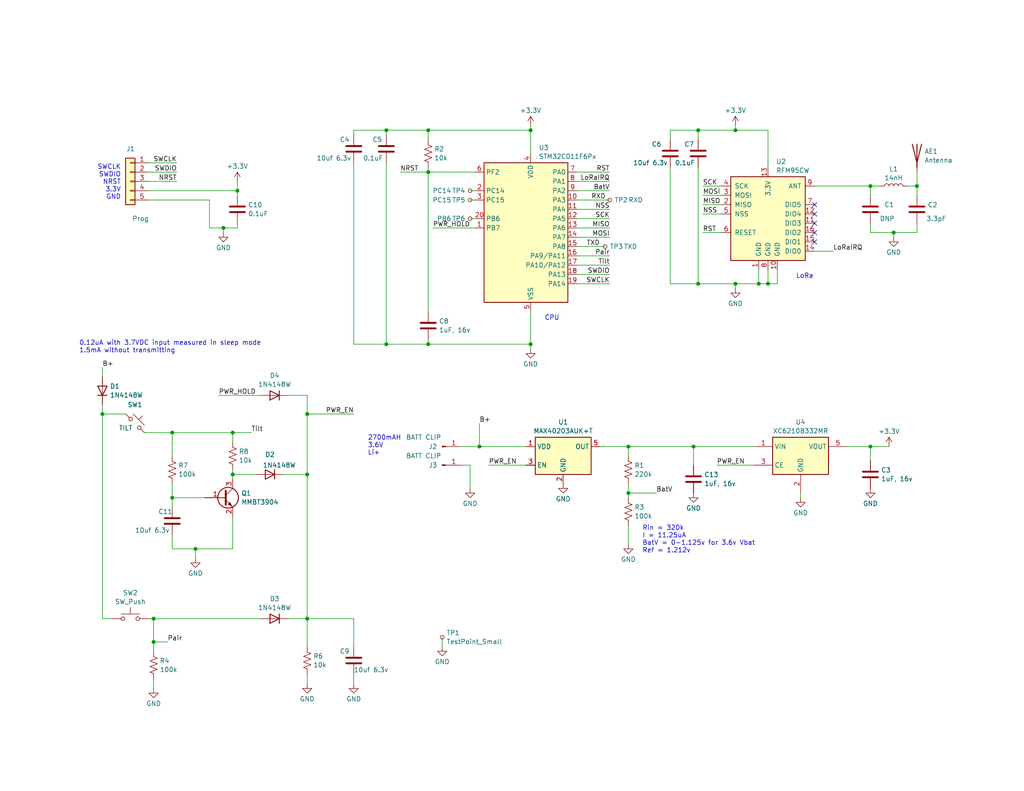
<source format=kicad_sch>
(kicad_sch (version 20230121) (generator eeschema)

  (uuid f5579aca-99ee-4992-858c-758efb00cba1)

  (paper "A")

  (title_block
    (title "Post Alert Mailbox V6")
    (date "2024-07-25")
    (rev "6.0")
    (company "RJ Hegler Technologies, LLC")
    (comment 1 "9192 Albion Road")
    (comment 2 "North Royalton, Ohio 44133")
    (comment 3 "440-478-1586")
    (comment 4 "V6.1 (PCB Rev A.1) Add C9")
    (comment 5 "V6.0 CPU Footprint, tilt one shot, ideal diode")
    (comment 6 "V5.0 shutdown of regulator, processor was an ESP32 < 1uA")
    (comment 7 "v4.1: R5 was 220k, R6 was 97.6k")
    (comment 8 "v4: Changed RFM97 to RFM95")
    (comment 9 "V3: Changed from solar to 10 year Li+")
  )

  (lib_symbols
    (symbol "Analog_Switch:MAX40200AUK" (in_bom yes) (on_board yes)
      (property "Reference" "U" (at -6.35 6.35 0)
        (effects (font (size 1.27 1.27)))
      )
      (property "Value" "MAX40200AUK" (at 7.62 6.35 0)
        (effects (font (size 1.27 1.27)))
      )
      (property "Footprint" "Package_TO_SOT_SMD:SOT-23-5" (at 0 12.7 0)
        (effects (font (size 1.27 1.27)) hide)
      )
      (property "Datasheet" "https://datasheets.maximintegrated.com/en/ds/MAX40200.pdf" (at 0 12.7 0)
        (effects (font (size 1.27 1.27)) hide)
      )
      (property "ki_keywords" "current switch" (at 0 0 0)
        (effects (font (size 1.27 1.27)) hide)
      )
      (property "ki_description" "Ideal Diode, Ultra-Low Voltage Drop, 1.5-5.5V, 1A, SOT-23-5" (at 0 0 0)
        (effects (font (size 1.27 1.27)) hide)
      )
      (property "ki_fp_filters" "SOT?23*" (at 0 0 0)
        (effects (font (size 1.27 1.27)) hide)
      )
      (symbol "MAX40200AUK_1_1"
        (rectangle (start -7.62 -5.08) (end 7.62 5.08)
          (stroke (width 0.254) (type default))
          (fill (type background))
        )
        (pin power_in line (at -10.16 2.54 0) (length 2.54)
          (name "VDD" (effects (font (size 1.27 1.27))))
          (number "1" (effects (font (size 1.27 1.27))))
        )
        (pin power_in line (at 0 -7.62 90) (length 2.54)
          (name "GND" (effects (font (size 1.27 1.27))))
          (number "2" (effects (font (size 1.27 1.27))))
        )
        (pin input line (at -10.16 -2.54 0) (length 2.54)
          (name "EN" (effects (font (size 1.27 1.27))))
          (number "3" (effects (font (size 1.27 1.27))))
        )
        (pin no_connect line (at 7.62 -2.54 180) (length 2.54) hide
          (name "NC" (effects (font (size 1.27 1.27))))
          (number "4" (effects (font (size 1.27 1.27))))
        )
        (pin passive line (at 10.16 2.54 180) (length 2.54)
          (name "OUT" (effects (font (size 1.27 1.27))))
          (number "5" (effects (font (size 1.27 1.27))))
        )
      )
    )
    (symbol "Connector:Conn_01x01_Pin" (pin_names (offset 1.016) hide) (in_bom yes) (on_board yes)
      (property "Reference" "J" (at 0 2.54 0)
        (effects (font (size 1.27 1.27)))
      )
      (property "Value" "Conn_01x01_Pin" (at 0 -2.54 0)
        (effects (font (size 1.27 1.27)))
      )
      (property "Footprint" "" (at 0 0 0)
        (effects (font (size 1.27 1.27)) hide)
      )
      (property "Datasheet" "~" (at 0 0 0)
        (effects (font (size 1.27 1.27)) hide)
      )
      (property "ki_locked" "" (at 0 0 0)
        (effects (font (size 1.27 1.27)))
      )
      (property "ki_keywords" "connector" (at 0 0 0)
        (effects (font (size 1.27 1.27)) hide)
      )
      (property "ki_description" "Generic connector, single row, 01x01, script generated" (at 0 0 0)
        (effects (font (size 1.27 1.27)) hide)
      )
      (property "ki_fp_filters" "Connector*:*_1x??_*" (at 0 0 0)
        (effects (font (size 1.27 1.27)) hide)
      )
      (symbol "Conn_01x01_Pin_1_1"
        (polyline
          (pts
            (xy 1.27 0)
            (xy 0.8636 0)
          )
          (stroke (width 0.1524) (type default))
          (fill (type none))
        )
        (rectangle (start 0.8636 0.127) (end 0 -0.127)
          (stroke (width 0.1524) (type default))
          (fill (type outline))
        )
        (pin passive line (at 5.08 0 180) (length 3.81)
          (name "Pin_1" (effects (font (size 1.27 1.27))))
          (number "1" (effects (font (size 1.27 1.27))))
        )
      )
    )
    (symbol "Connector:TestPoint_Small" (pin_numbers hide) (pin_names (offset 0.762) hide) (in_bom yes) (on_board yes)
      (property "Reference" "TP" (at 0 3.81 0)
        (effects (font (size 1.27 1.27)))
      )
      (property "Value" "TestPoint_Small" (at 0 2.032 0)
        (effects (font (size 1.27 1.27)))
      )
      (property "Footprint" "" (at 5.08 0 0)
        (effects (font (size 1.27 1.27)) hide)
      )
      (property "Datasheet" "~" (at 5.08 0 0)
        (effects (font (size 1.27 1.27)) hide)
      )
      (property "ki_keywords" "test point tp" (at 0 0 0)
        (effects (font (size 1.27 1.27)) hide)
      )
      (property "ki_description" "test point" (at 0 0 0)
        (effects (font (size 1.27 1.27)) hide)
      )
      (property "ki_fp_filters" "Pin* Test*" (at 0 0 0)
        (effects (font (size 1.27 1.27)) hide)
      )
      (symbol "TestPoint_Small_0_1"
        (circle (center 0 0) (radius 0.508)
          (stroke (width 0) (type default))
          (fill (type none))
        )
      )
      (symbol "TestPoint_Small_1_1"
        (pin passive line (at 0 0 90) (length 0)
          (name "1" (effects (font (size 1.27 1.27))))
          (number "1" (effects (font (size 1.27 1.27))))
        )
      )
    )
    (symbol "Connector_Generic:Conn_01x05" (pin_names (offset 1.016) hide) (in_bom yes) (on_board yes)
      (property "Reference" "J" (at 0 7.62 0)
        (effects (font (size 1.27 1.27)))
      )
      (property "Value" "Conn_01x05" (at 0 -7.62 0)
        (effects (font (size 1.27 1.27)))
      )
      (property "Footprint" "" (at 0 0 0)
        (effects (font (size 1.27 1.27)) hide)
      )
      (property "Datasheet" "~" (at 0 0 0)
        (effects (font (size 1.27 1.27)) hide)
      )
      (property "ki_keywords" "connector" (at 0 0 0)
        (effects (font (size 1.27 1.27)) hide)
      )
      (property "ki_description" "Generic connector, single row, 01x05, script generated (kicad-library-utils/schlib/autogen/connector/)" (at 0 0 0)
        (effects (font (size 1.27 1.27)) hide)
      )
      (property "ki_fp_filters" "Connector*:*_1x??_*" (at 0 0 0)
        (effects (font (size 1.27 1.27)) hide)
      )
      (symbol "Conn_01x05_1_1"
        (rectangle (start -1.27 -4.953) (end 0 -5.207)
          (stroke (width 0.1524) (type default))
          (fill (type none))
        )
        (rectangle (start -1.27 -2.413) (end 0 -2.667)
          (stroke (width 0.1524) (type default))
          (fill (type none))
        )
        (rectangle (start -1.27 0.127) (end 0 -0.127)
          (stroke (width 0.1524) (type default))
          (fill (type none))
        )
        (rectangle (start -1.27 2.667) (end 0 2.413)
          (stroke (width 0.1524) (type default))
          (fill (type none))
        )
        (rectangle (start -1.27 5.207) (end 0 4.953)
          (stroke (width 0.1524) (type default))
          (fill (type none))
        )
        (rectangle (start -1.27 6.35) (end 1.27 -6.35)
          (stroke (width 0.254) (type default))
          (fill (type background))
        )
        (pin passive line (at -5.08 5.08 0) (length 3.81)
          (name "Pin_1" (effects (font (size 1.27 1.27))))
          (number "1" (effects (font (size 1.27 1.27))))
        )
        (pin passive line (at -5.08 2.54 0) (length 3.81)
          (name "Pin_2" (effects (font (size 1.27 1.27))))
          (number "2" (effects (font (size 1.27 1.27))))
        )
        (pin passive line (at -5.08 0 0) (length 3.81)
          (name "Pin_3" (effects (font (size 1.27 1.27))))
          (number "3" (effects (font (size 1.27 1.27))))
        )
        (pin passive line (at -5.08 -2.54 0) (length 3.81)
          (name "Pin_4" (effects (font (size 1.27 1.27))))
          (number "4" (effects (font (size 1.27 1.27))))
        )
        (pin passive line (at -5.08 -5.08 0) (length 3.81)
          (name "Pin_5" (effects (font (size 1.27 1.27))))
          (number "5" (effects (font (size 1.27 1.27))))
        )
      )
    )
    (symbol "Device:Antenna" (pin_numbers hide) (pin_names (offset 1.016) hide) (in_bom yes) (on_board yes)
      (property "Reference" "AE" (at -1.905 1.905 0)
        (effects (font (size 1.27 1.27)) (justify right))
      )
      (property "Value" "Antenna" (at -1.905 0 0)
        (effects (font (size 1.27 1.27)) (justify right))
      )
      (property "Footprint" "" (at 0 0 0)
        (effects (font (size 1.27 1.27)) hide)
      )
      (property "Datasheet" "~" (at 0 0 0)
        (effects (font (size 1.27 1.27)) hide)
      )
      (property "ki_keywords" "antenna" (at 0 0 0)
        (effects (font (size 1.27 1.27)) hide)
      )
      (property "ki_description" "Antenna" (at 0 0 0)
        (effects (font (size 1.27 1.27)) hide)
      )
      (symbol "Antenna_0_1"
        (polyline
          (pts
            (xy 0 2.54)
            (xy 0 -3.81)
          )
          (stroke (width 0.254) (type default))
          (fill (type none))
        )
        (polyline
          (pts
            (xy 1.27 2.54)
            (xy 0 -2.54)
            (xy -1.27 2.54)
          )
          (stroke (width 0.254) (type default))
          (fill (type none))
        )
      )
      (symbol "Antenna_1_1"
        (pin input line (at 0 -5.08 90) (length 2.54)
          (name "A" (effects (font (size 1.27 1.27))))
          (number "1" (effects (font (size 1.27 1.27))))
        )
      )
    )
    (symbol "Device:C" (pin_numbers hide) (pin_names (offset 0.254)) (in_bom yes) (on_board yes)
      (property "Reference" "C" (at 0.635 2.54 0)
        (effects (font (size 1.27 1.27)) (justify left))
      )
      (property "Value" "C" (at 0.635 -2.54 0)
        (effects (font (size 1.27 1.27)) (justify left))
      )
      (property "Footprint" "" (at 0.9652 -3.81 0)
        (effects (font (size 1.27 1.27)) hide)
      )
      (property "Datasheet" "~" (at 0 0 0)
        (effects (font (size 1.27 1.27)) hide)
      )
      (property "ki_keywords" "cap capacitor" (at 0 0 0)
        (effects (font (size 1.27 1.27)) hide)
      )
      (property "ki_description" "Unpolarized capacitor" (at 0 0 0)
        (effects (font (size 1.27 1.27)) hide)
      )
      (property "ki_fp_filters" "C_*" (at 0 0 0)
        (effects (font (size 1.27 1.27)) hide)
      )
      (symbol "C_0_1"
        (polyline
          (pts
            (xy -2.032 -0.762)
            (xy 2.032 -0.762)
          )
          (stroke (width 0.508) (type default))
          (fill (type none))
        )
        (polyline
          (pts
            (xy -2.032 0.762)
            (xy 2.032 0.762)
          )
          (stroke (width 0.508) (type default))
          (fill (type none))
        )
      )
      (symbol "C_1_1"
        (pin passive line (at 0 3.81 270) (length 2.794)
          (name "~" (effects (font (size 1.27 1.27))))
          (number "1" (effects (font (size 1.27 1.27))))
        )
        (pin passive line (at 0 -3.81 90) (length 2.794)
          (name "~" (effects (font (size 1.27 1.27))))
          (number "2" (effects (font (size 1.27 1.27))))
        )
      )
    )
    (symbol "Device:L" (pin_numbers hide) (pin_names (offset 1.016) hide) (in_bom yes) (on_board yes)
      (property "Reference" "L" (at -1.27 0 90)
        (effects (font (size 1.27 1.27)))
      )
      (property "Value" "L" (at 1.905 0 90)
        (effects (font (size 1.27 1.27)))
      )
      (property "Footprint" "" (at 0 0 0)
        (effects (font (size 1.27 1.27)) hide)
      )
      (property "Datasheet" "~" (at 0 0 0)
        (effects (font (size 1.27 1.27)) hide)
      )
      (property "ki_keywords" "inductor choke coil reactor magnetic" (at 0 0 0)
        (effects (font (size 1.27 1.27)) hide)
      )
      (property "ki_description" "Inductor" (at 0 0 0)
        (effects (font (size 1.27 1.27)) hide)
      )
      (property "ki_fp_filters" "Choke_* *Coil* Inductor_* L_*" (at 0 0 0)
        (effects (font (size 1.27 1.27)) hide)
      )
      (symbol "L_0_1"
        (arc (start 0 -2.54) (mid 0.6323 -1.905) (end 0 -1.27)
          (stroke (width 0) (type default))
          (fill (type none))
        )
        (arc (start 0 -1.27) (mid 0.6323 -0.635) (end 0 0)
          (stroke (width 0) (type default))
          (fill (type none))
        )
        (arc (start 0 0) (mid 0.6323 0.635) (end 0 1.27)
          (stroke (width 0) (type default))
          (fill (type none))
        )
        (arc (start 0 1.27) (mid 0.6323 1.905) (end 0 2.54)
          (stroke (width 0) (type default))
          (fill (type none))
        )
      )
      (symbol "L_1_1"
        (pin passive line (at 0 3.81 270) (length 1.27)
          (name "1" (effects (font (size 1.27 1.27))))
          (number "1" (effects (font (size 1.27 1.27))))
        )
        (pin passive line (at 0 -3.81 90) (length 1.27)
          (name "2" (effects (font (size 1.27 1.27))))
          (number "2" (effects (font (size 1.27 1.27))))
        )
      )
    )
    (symbol "Device:R_US" (pin_numbers hide) (pin_names (offset 0)) (in_bom yes) (on_board yes)
      (property "Reference" "R" (at 2.54 0 90)
        (effects (font (size 1.27 1.27)))
      )
      (property "Value" "R_US" (at -2.54 0 90)
        (effects (font (size 1.27 1.27)))
      )
      (property "Footprint" "" (at 1.016 -0.254 90)
        (effects (font (size 1.27 1.27)) hide)
      )
      (property "Datasheet" "~" (at 0 0 0)
        (effects (font (size 1.27 1.27)) hide)
      )
      (property "ki_keywords" "R res resistor" (at 0 0 0)
        (effects (font (size 1.27 1.27)) hide)
      )
      (property "ki_description" "Resistor, US symbol" (at 0 0 0)
        (effects (font (size 1.27 1.27)) hide)
      )
      (property "ki_fp_filters" "R_*" (at 0 0 0)
        (effects (font (size 1.27 1.27)) hide)
      )
      (symbol "R_US_0_1"
        (polyline
          (pts
            (xy 0 -2.286)
            (xy 0 -2.54)
          )
          (stroke (width 0) (type default))
          (fill (type none))
        )
        (polyline
          (pts
            (xy 0 2.286)
            (xy 0 2.54)
          )
          (stroke (width 0) (type default))
          (fill (type none))
        )
        (polyline
          (pts
            (xy 0 -0.762)
            (xy 1.016 -1.143)
            (xy 0 -1.524)
            (xy -1.016 -1.905)
            (xy 0 -2.286)
          )
          (stroke (width 0) (type default))
          (fill (type none))
        )
        (polyline
          (pts
            (xy 0 0.762)
            (xy 1.016 0.381)
            (xy 0 0)
            (xy -1.016 -0.381)
            (xy 0 -0.762)
          )
          (stroke (width 0) (type default))
          (fill (type none))
        )
        (polyline
          (pts
            (xy 0 2.286)
            (xy 1.016 1.905)
            (xy 0 1.524)
            (xy -1.016 1.143)
            (xy 0 0.762)
          )
          (stroke (width 0) (type default))
          (fill (type none))
        )
      )
      (symbol "R_US_1_1"
        (pin passive line (at 0 3.81 270) (length 1.27)
          (name "~" (effects (font (size 1.27 1.27))))
          (number "1" (effects (font (size 1.27 1.27))))
        )
        (pin passive line (at 0 -3.81 90) (length 1.27)
          (name "~" (effects (font (size 1.27 1.27))))
          (number "2" (effects (font (size 1.27 1.27))))
        )
      )
    )
    (symbol "Diode:1N4148W" (pin_numbers hide) (pin_names hide) (in_bom yes) (on_board yes)
      (property "Reference" "D" (at 0 2.54 0)
        (effects (font (size 1.27 1.27)))
      )
      (property "Value" "1N4148W" (at 0 -2.54 0)
        (effects (font (size 1.27 1.27)))
      )
      (property "Footprint" "Diode_SMD:D_SOD-123" (at 0 -4.445 0)
        (effects (font (size 1.27 1.27)) hide)
      )
      (property "Datasheet" "https://www.vishay.com/docs/85748/1n4148w.pdf" (at 0 0 0)
        (effects (font (size 1.27 1.27)) hide)
      )
      (property "Sim.Device" "D" (at 0 0 0)
        (effects (font (size 1.27 1.27)) hide)
      )
      (property "Sim.Pins" "1=K 2=A" (at 0 0 0)
        (effects (font (size 1.27 1.27)) hide)
      )
      (property "ki_keywords" "diode" (at 0 0 0)
        (effects (font (size 1.27 1.27)) hide)
      )
      (property "ki_description" "75V 0.15A Fast Switching Diode, SOD-123" (at 0 0 0)
        (effects (font (size 1.27 1.27)) hide)
      )
      (property "ki_fp_filters" "D*SOD?123*" (at 0 0 0)
        (effects (font (size 1.27 1.27)) hide)
      )
      (symbol "1N4148W_0_1"
        (polyline
          (pts
            (xy -1.27 1.27)
            (xy -1.27 -1.27)
          )
          (stroke (width 0.254) (type default))
          (fill (type none))
        )
        (polyline
          (pts
            (xy 1.27 0)
            (xy -1.27 0)
          )
          (stroke (width 0) (type default))
          (fill (type none))
        )
        (polyline
          (pts
            (xy 1.27 1.27)
            (xy 1.27 -1.27)
            (xy -1.27 0)
            (xy 1.27 1.27)
          )
          (stroke (width 0.254) (type default))
          (fill (type none))
        )
      )
      (symbol "1N4148W_1_1"
        (pin passive line (at -3.81 0 0) (length 2.54)
          (name "K" (effects (font (size 1.27 1.27))))
          (number "1" (effects (font (size 1.27 1.27))))
        )
        (pin passive line (at 3.81 0 180) (length 2.54)
          (name "A" (effects (font (size 1.27 1.27))))
          (number "2" (effects (font (size 1.27 1.27))))
        )
      )
    )
    (symbol "MCU_ST_STM32C0:STM32C011F6Px" (in_bom yes) (on_board yes)
      (property "Reference" "U" (at -10.16 21.59 0)
        (effects (font (size 1.27 1.27)) (justify left))
      )
      (property "Value" "STM32C011F6Px" (at 5.08 21.59 0)
        (effects (font (size 1.27 1.27)) (justify left))
      )
      (property "Footprint" "Package_SO:TSSOP-20_4.4x6.5mm_P0.65mm" (at -10.16 -17.78 0)
        (effects (font (size 1.27 1.27)) (justify right) hide)
      )
      (property "Datasheet" "https://www.st.com/resource/en/datasheet/stm32c011f6.pdf" (at 0 0 0)
        (effects (font (size 1.27 1.27)) hide)
      )
      (property "ki_locked" "" (at 0 0 0)
        (effects (font (size 1.27 1.27)))
      )
      (property "ki_keywords" "Arm Cortex-M0+ STM32C0 STM32C0x1" (at 0 0 0)
        (effects (font (size 1.27 1.27)) hide)
      )
      (property "ki_description" "STMicroelectronics Arm Cortex-M0+ MCU, 32KB flash, 6KB RAM, 48 MHz, 2.0-3.6V, 18 GPIO, TSSOP20" (at 0 0 0)
        (effects (font (size 1.27 1.27)) hide)
      )
      (property "ki_fp_filters" "TSSOP*4.4x6.5mm*P0.65mm*" (at 0 0 0)
        (effects (font (size 1.27 1.27)) hide)
      )
      (symbol "STM32C011F6Px_0_1"
        (rectangle (start -10.16 -17.78) (end 12.7 20.32)
          (stroke (width 0.254) (type default))
          (fill (type background))
        )
      )
      (symbol "STM32C011F6Px_1_1"
        (pin bidirectional line (at -12.7 2.54 0) (length 2.54)
          (name "PB7" (effects (font (size 1.27 1.27))))
          (number "1" (effects (font (size 1.27 1.27))))
          (alternate "I2C1_SCL" bidirectional line)
          (alternate "I2C1_SDA" bidirectional line)
          (alternate "RTC_REFIN" bidirectional line)
          (alternate "TIM16_CH1" bidirectional line)
          (alternate "TIM17_CH1N" bidirectional line)
          (alternate "TIM1_CH4" bidirectional line)
          (alternate "TIM3_CH1" bidirectional line)
          (alternate "TIM3_CH4" bidirectional line)
          (alternate "USART1_RX" bidirectional line)
          (alternate "USART2_CTS" bidirectional line)
          (alternate "USART2_NSS" bidirectional line)
        )
        (pin bidirectional line (at 15.24 10.16 180) (length 2.54)
          (name "PA3" (effects (font (size 1.27 1.27))))
          (number "10" (effects (font (size 1.27 1.27))))
          (alternate "ADC1_IN3" bidirectional line)
          (alternate "TIM1_CH1N" bidirectional line)
          (alternate "TIM1_CH4" bidirectional line)
          (alternate "USART2_RX" bidirectional line)
        )
        (pin bidirectional line (at 15.24 7.62 180) (length 2.54)
          (name "PA4" (effects (font (size 1.27 1.27))))
          (number "11" (effects (font (size 1.27 1.27))))
          (alternate "ADC1_IN4" bidirectional line)
          (alternate "I2S1_WS" bidirectional line)
          (alternate "PWR_WKUP2" bidirectional line)
          (alternate "RTC_OUT1" bidirectional line)
          (alternate "RTC_TS" bidirectional line)
          (alternate "SPI1_NSS" bidirectional line)
          (alternate "TIM14_CH1" bidirectional line)
          (alternate "TIM17_CH1N" bidirectional line)
          (alternate "TIM1_CH2N" bidirectional line)
          (alternate "USART2_TX" bidirectional line)
        )
        (pin bidirectional line (at 15.24 5.08 180) (length 2.54)
          (name "PA5" (effects (font (size 1.27 1.27))))
          (number "12" (effects (font (size 1.27 1.27))))
          (alternate "ADC1_IN5" bidirectional line)
          (alternate "I2S1_CK" bidirectional line)
          (alternate "SPI1_SCK" bidirectional line)
          (alternate "TIM1_CH1" bidirectional line)
          (alternate "TIM1_CH3N" bidirectional line)
          (alternate "USART2_RX" bidirectional line)
        )
        (pin bidirectional line (at 15.24 2.54 180) (length 2.54)
          (name "PA6" (effects (font (size 1.27 1.27))))
          (number "13" (effects (font (size 1.27 1.27))))
          (alternate "ADC1_IN6" bidirectional line)
          (alternate "I2S1_MCK" bidirectional line)
          (alternate "SPI1_MISO" bidirectional line)
          (alternate "TIM16_CH1" bidirectional line)
          (alternate "TIM1_BKIN" bidirectional line)
          (alternate "TIM3_CH1" bidirectional line)
        )
        (pin bidirectional line (at 15.24 0 180) (length 2.54)
          (name "PA7" (effects (font (size 1.27 1.27))))
          (number "14" (effects (font (size 1.27 1.27))))
          (alternate "ADC1_IN7" bidirectional line)
          (alternate "I2S1_SD" bidirectional line)
          (alternate "SPI1_MOSI" bidirectional line)
          (alternate "TIM14_CH1" bidirectional line)
          (alternate "TIM17_CH1" bidirectional line)
          (alternate "TIM1_CH1N" bidirectional line)
          (alternate "TIM3_CH2" bidirectional line)
        )
        (pin bidirectional line (at 15.24 -2.54 180) (length 2.54)
          (name "PA8" (effects (font (size 1.27 1.27))))
          (number "15" (effects (font (size 1.27 1.27))))
          (alternate "ADC1_IN8" bidirectional line)
          (alternate "I2S1_WS" bidirectional line)
          (alternate "RCC_MCO" bidirectional line)
          (alternate "RCC_MCO_2" bidirectional line)
          (alternate "SPI1_NSS" bidirectional line)
          (alternate "TIM14_CH1" bidirectional line)
          (alternate "TIM1_CH1" bidirectional line)
          (alternate "TIM1_CH2N" bidirectional line)
          (alternate "TIM1_CH3N" bidirectional line)
          (alternate "TIM3_CH3" bidirectional line)
          (alternate "TIM3_CH4" bidirectional line)
          (alternate "USART1_RX" bidirectional line)
          (alternate "USART2_TX" bidirectional line)
        )
        (pin bidirectional line (at 15.24 -5.08 180) (length 2.54)
          (name "PA9/PA11" (effects (font (size 1.27 1.27))))
          (number "16" (effects (font (size 1.27 1.27))))
          (alternate "I2C1_SCL" bidirectional line)
          (alternate "RCC_MCO" bidirectional line)
          (alternate "TIM1_CH2" bidirectional line)
          (alternate "TIM3_ETR" bidirectional line)
          (alternate "USART1_TX" bidirectional line)
        )
        (pin bidirectional line (at 15.24 -7.62 180) (length 2.54)
          (name "PA10/PA12" (effects (font (size 1.27 1.27))))
          (number "17" (effects (font (size 1.27 1.27))))
          (alternate "I2C1_SDA" bidirectional line)
          (alternate "RCC_MCO_2" bidirectional line)
          (alternate "TIM17_BKIN" bidirectional line)
          (alternate "TIM1_CH3" bidirectional line)
          (alternate "USART1_RX" bidirectional line)
        )
        (pin bidirectional line (at 15.24 -10.16 180) (length 2.54)
          (name "PA13" (effects (font (size 1.27 1.27))))
          (number "18" (effects (font (size 1.27 1.27))))
          (alternate "ADC1_IN13" bidirectional line)
          (alternate "DEBUG_SWDIO" bidirectional line)
          (alternate "IR_OUT" bidirectional line)
          (alternate "TIM3_ETR" bidirectional line)
          (alternate "USART2_RX" bidirectional line)
        )
        (pin bidirectional line (at 15.24 -12.7 180) (length 2.54)
          (name "PA14" (effects (font (size 1.27 1.27))))
          (number "19" (effects (font (size 1.27 1.27))))
          (alternate "ADC1_IN14" bidirectional line)
          (alternate "DEBUG_SWCLK" bidirectional line)
          (alternate "I2S1_WS" bidirectional line)
          (alternate "RCC_MCO_2" bidirectional line)
          (alternate "SPI1_NSS" bidirectional line)
          (alternate "TIM1_CH1" bidirectional line)
          (alternate "USART1_CK" bidirectional line)
          (alternate "USART1_DE" bidirectional line)
          (alternate "USART1_RTS" bidirectional line)
          (alternate "USART2_RX" bidirectional line)
          (alternate "USART2_TX" bidirectional line)
        )
        (pin bidirectional line (at -12.7 12.7 0) (length 2.54)
          (name "PC14" (effects (font (size 1.27 1.27))))
          (number "2" (effects (font (size 1.27 1.27))))
          (alternate "I2C1_SDA" bidirectional line)
          (alternate "IR_OUT" bidirectional line)
          (alternate "RCC_OSCX_IN" bidirectional line)
          (alternate "TIM17_CH1" bidirectional line)
          (alternate "TIM1_BKIN2" bidirectional line)
          (alternate "TIM1_ETR" bidirectional line)
          (alternate "TIM3_CH2" bidirectional line)
          (alternate "USART1_TX" bidirectional line)
          (alternate "USART2_CK" bidirectional line)
          (alternate "USART2_DE" bidirectional line)
          (alternate "USART2_RTS" bidirectional line)
        )
        (pin bidirectional line (at -12.7 5.08 0) (length 2.54)
          (name "PB6" (effects (font (size 1.27 1.27))))
          (number "20" (effects (font (size 1.27 1.27))))
          (alternate "I2C1_SCL" bidirectional line)
          (alternate "I2C1_SMBA" bidirectional line)
          (alternate "I2S1_CK" bidirectional line)
          (alternate "I2S1_MCK" bidirectional line)
          (alternate "I2S1_SD" bidirectional line)
          (alternate "PWR_WKUP3" bidirectional line)
          (alternate "SPI1_MISO" bidirectional line)
          (alternate "SPI1_MOSI" bidirectional line)
          (alternate "SPI1_SCK" bidirectional line)
          (alternate "TIM16_BKIN" bidirectional line)
          (alternate "TIM16_CH1N" bidirectional line)
          (alternate "TIM17_BKIN" bidirectional line)
          (alternate "TIM1_CH2" bidirectional line)
          (alternate "TIM1_CH3" bidirectional line)
          (alternate "TIM3_CH1" bidirectional line)
          (alternate "TIM3_CH2" bidirectional line)
          (alternate "TIM3_CH3" bidirectional line)
          (alternate "USART1_CK" bidirectional line)
          (alternate "USART1_CTS" bidirectional line)
          (alternate "USART1_DE" bidirectional line)
          (alternate "USART1_NSS" bidirectional line)
          (alternate "USART1_RTS" bidirectional line)
          (alternate "USART1_TX" bidirectional line)
        )
        (pin bidirectional line (at -12.7 10.16 0) (length 2.54)
          (name "PC15" (effects (font (size 1.27 1.27))))
          (number "3" (effects (font (size 1.27 1.27))))
          (alternate "RCC_OSC32_EN" bidirectional line)
          (alternate "RCC_OSCX_OUT" bidirectional line)
          (alternate "RCC_OSC_EN" bidirectional line)
          (alternate "TIM1_ETR" bidirectional line)
          (alternate "TIM3_CH3" bidirectional line)
        )
        (pin power_in line (at 2.54 22.86 270) (length 2.54)
          (name "VDD" (effects (font (size 1.27 1.27))))
          (number "4" (effects (font (size 1.27 1.27))))
        )
        (pin power_in line (at 2.54 -20.32 90) (length 2.54)
          (name "VSS" (effects (font (size 1.27 1.27))))
          (number "5" (effects (font (size 1.27 1.27))))
        )
        (pin bidirectional line (at -12.7 17.78 0) (length 2.54)
          (name "PF2" (effects (font (size 1.27 1.27))))
          (number "6" (effects (font (size 1.27 1.27))))
          (alternate "RCC_MCO" bidirectional line)
          (alternate "TIM1_CH4" bidirectional line)
        )
        (pin bidirectional line (at 15.24 17.78 180) (length 2.54)
          (name "PA0" (effects (font (size 1.27 1.27))))
          (number "7" (effects (font (size 1.27 1.27))))
          (alternate "ADC1_IN0" bidirectional line)
          (alternate "PWR_WKUP1" bidirectional line)
          (alternate "TIM16_CH1" bidirectional line)
          (alternate "TIM1_CH1" bidirectional line)
          (alternate "USART1_TX" bidirectional line)
          (alternate "USART2_CTS" bidirectional line)
          (alternate "USART2_NSS" bidirectional line)
        )
        (pin bidirectional line (at 15.24 15.24 180) (length 2.54)
          (name "PA1" (effects (font (size 1.27 1.27))))
          (number "8" (effects (font (size 1.27 1.27))))
          (alternate "ADC1_IN1" bidirectional line)
          (alternate "I2C1_SMBA" bidirectional line)
          (alternate "I2S1_CK" bidirectional line)
          (alternate "SPI1_SCK" bidirectional line)
          (alternate "TIM17_CH1" bidirectional line)
          (alternate "TIM1_CH2" bidirectional line)
          (alternate "USART1_RX" bidirectional line)
          (alternate "USART2_CK" bidirectional line)
          (alternate "USART2_DE" bidirectional line)
          (alternate "USART2_RTS" bidirectional line)
        )
        (pin bidirectional line (at 15.24 12.7 180) (length 2.54)
          (name "PA2" (effects (font (size 1.27 1.27))))
          (number "9" (effects (font (size 1.27 1.27))))
          (alternate "ADC1_IN2" bidirectional line)
          (alternate "I2S1_SD" bidirectional line)
          (alternate "PWR_WKUP4" bidirectional line)
          (alternate "RCC_LSCO" bidirectional line)
          (alternate "SPI1_MOSI" bidirectional line)
          (alternate "TIM16_CH1N" bidirectional line)
          (alternate "TIM1_CH3" bidirectional line)
          (alternate "TIM3_ETR" bidirectional line)
          (alternate "USART2_TX" bidirectional line)
        )
      )
    )
    (symbol "RF_Module:RFM95W-915S2" (pin_names (offset 1.016)) (in_bom yes) (on_board yes)
      (property "Reference" "U" (at -10.414 11.684 0)
        (effects (font (size 1.27 1.27)) (justify left))
      )
      (property "Value" "RFM95W-915S2" (at 1.524 11.43 0)
        (effects (font (size 1.27 1.27)) (justify left))
      )
      (property "Footprint" "" (at -83.82 41.91 0)
        (effects (font (size 1.27 1.27)) hide)
      )
      (property "Datasheet" "https://www.hoperf.com/data/upload/portal/20181127/5bfcbea20e9ef.pdf" (at -83.82 41.91 0)
        (effects (font (size 1.27 1.27)) hide)
      )
      (property "ki_keywords" "Low power long range transceiver module" (at 0 0 0)
        (effects (font (size 1.27 1.27)) hide)
      )
      (property "ki_description" "Low power long range transceiver module, SPI and parallel interface, 915 MHz, spreading factor 6 to12, bandwidth 7.8 to 500kHz, -111 to -148 dBm, SMD-16, DIP-16" (at 0 0 0)
        (effects (font (size 1.27 1.27)) hide)
      )
      (property "ki_fp_filters" "HOPERF*RFM9XW*" (at 0 0 0)
        (effects (font (size 1.27 1.27)) hide)
      )
      (symbol "RFM95W-915S2_0_1"
        (rectangle (start -10.16 10.16) (end 10.16 -12.7)
          (stroke (width 0.254) (type default))
          (fill (type background))
        )
      )
      (symbol "RFM95W-915S2_1_1"
        (pin power_in line (at -2.54 -15.24 90) (length 2.54)
          (name "GND" (effects (font (size 1.27 1.27))))
          (number "1" (effects (font (size 1.27 1.27))))
        )
        (pin power_in line (at 2.54 -15.24 90) (length 2.54)
          (name "GND" (effects (font (size 1.27 1.27))))
          (number "10" (effects (font (size 1.27 1.27))))
        )
        (pin bidirectional line (at 12.7 -2.54 180) (length 2.54)
          (name "DIO3" (effects (font (size 1.27 1.27))))
          (number "11" (effects (font (size 1.27 1.27))))
        )
        (pin bidirectional line (at 12.7 0 180) (length 2.54)
          (name "DIO4" (effects (font (size 1.27 1.27))))
          (number "12" (effects (font (size 1.27 1.27))))
        )
        (pin power_in line (at 0 12.7 270) (length 2.54)
          (name "3.3V" (effects (font (size 1.27 1.27))))
          (number "13" (effects (font (size 1.27 1.27))))
        )
        (pin bidirectional line (at 12.7 -10.16 180) (length 2.54)
          (name "DIO0" (effects (font (size 1.27 1.27))))
          (number "14" (effects (font (size 1.27 1.27))))
        )
        (pin bidirectional line (at 12.7 -7.62 180) (length 2.54)
          (name "DIO1" (effects (font (size 1.27 1.27))))
          (number "15" (effects (font (size 1.27 1.27))))
        )
        (pin bidirectional line (at 12.7 -5.08 180) (length 2.54)
          (name "DIO2" (effects (font (size 1.27 1.27))))
          (number "16" (effects (font (size 1.27 1.27))))
        )
        (pin output line (at -12.7 2.54 0) (length 2.54)
          (name "MISO" (effects (font (size 1.27 1.27))))
          (number "2" (effects (font (size 1.27 1.27))))
        )
        (pin input line (at -12.7 5.08 0) (length 2.54)
          (name "MOSI" (effects (font (size 1.27 1.27))))
          (number "3" (effects (font (size 1.27 1.27))))
        )
        (pin input line (at -12.7 7.62 0) (length 2.54)
          (name "SCK" (effects (font (size 1.27 1.27))))
          (number "4" (effects (font (size 1.27 1.27))))
        )
        (pin input line (at -12.7 0 0) (length 2.54)
          (name "NSS" (effects (font (size 1.27 1.27))))
          (number "5" (effects (font (size 1.27 1.27))))
        )
        (pin bidirectional line (at -12.7 -5.08 0) (length 2.54)
          (name "RESET" (effects (font (size 1.27 1.27))))
          (number "6" (effects (font (size 1.27 1.27))))
        )
        (pin bidirectional line (at 12.7 2.54 180) (length 2.54)
          (name "DIO5" (effects (font (size 1.27 1.27))))
          (number "7" (effects (font (size 1.27 1.27))))
        )
        (pin power_in line (at 0 -15.24 90) (length 2.54)
          (name "GND" (effects (font (size 1.27 1.27))))
          (number "8" (effects (font (size 1.27 1.27))))
        )
        (pin bidirectional line (at 12.7 7.62 180) (length 2.54)
          (name "ANT" (effects (font (size 1.27 1.27))))
          (number "9" (effects (font (size 1.27 1.27))))
        )
      )
    )
    (symbol "Regulator_Linear:XC6210B332MR" (in_bom yes) (on_board yes)
      (property "Reference" "U" (at 0 8.89 0)
        (effects (font (size 1.27 1.27)))
      )
      (property "Value" "XC6210B332MR" (at 0 6.35 0)
        (effects (font (size 1.27 1.27)))
      )
      (property "Footprint" "Package_TO_SOT_SMD:SOT-23-5" (at 0 0 0)
        (effects (font (size 1.27 1.27)) hide)
      )
      (property "Datasheet" "https://www.torexsemi.com/file/xc6210/XC6210.pdf" (at 19.05 -25.4 0)
        (effects (font (size 1.27 1.27)) hide)
      )
      (property "ki_keywords" "LDO Voltage Regulator 700mA" (at 0 0 0)
        (effects (font (size 1.27 1.27)) hide)
      )
      (property "ki_description" "700mA, Low Drop-out Voltage Regulator, Fixed Output 3.3V, SOT-23-5" (at 0 0 0)
        (effects (font (size 1.27 1.27)) hide)
      )
      (property "ki_fp_filters" "SOT?23*" (at 0 0 0)
        (effects (font (size 1.27 1.27)) hide)
      )
      (symbol "XC6210B332MR_0_1"
        (rectangle (start -7.62 5.08) (end 7.62 -5.08)
          (stroke (width 0.254) (type default))
          (fill (type background))
        )
      )
      (symbol "XC6210B332MR_1_1"
        (pin power_in line (at -12.7 2.54 0) (length 5.08)
          (name "VIN" (effects (font (size 1.27 1.27))))
          (number "1" (effects (font (size 1.27 1.27))))
        )
        (pin power_in line (at 0 -10.16 90) (length 5.08)
          (name "GND" (effects (font (size 1.27 1.27))))
          (number "2" (effects (font (size 1.27 1.27))))
        )
        (pin input line (at -12.7 -2.54 0) (length 5.08)
          (name "CE" (effects (font (size 1.27 1.27))))
          (number "3" (effects (font (size 1.27 1.27))))
        )
        (pin no_connect line (at 7.62 -2.54 180) (length 5.08) hide
          (name "NC" (effects (font (size 1.27 1.27))))
          (number "4" (effects (font (size 1.27 1.27))))
        )
        (pin power_out line (at 12.7 2.54 180) (length 5.08)
          (name "VOUT" (effects (font (size 1.27 1.27))))
          (number "5" (effects (font (size 1.27 1.27))))
        )
      )
    )
    (symbol "Switch:SW_Push" (pin_numbers hide) (pin_names (offset 1.016) hide) (in_bom yes) (on_board yes)
      (property "Reference" "SW" (at 1.27 2.54 0)
        (effects (font (size 1.27 1.27)) (justify left))
      )
      (property "Value" "SW_Push" (at 0 -1.524 0)
        (effects (font (size 1.27 1.27)))
      )
      (property "Footprint" "" (at 0 5.08 0)
        (effects (font (size 1.27 1.27)) hide)
      )
      (property "Datasheet" "~" (at 0 5.08 0)
        (effects (font (size 1.27 1.27)) hide)
      )
      (property "ki_keywords" "switch normally-open pushbutton push-button" (at 0 0 0)
        (effects (font (size 1.27 1.27)) hide)
      )
      (property "ki_description" "Push button switch, generic, two pins" (at 0 0 0)
        (effects (font (size 1.27 1.27)) hide)
      )
      (symbol "SW_Push_0_1"
        (circle (center -2.032 0) (radius 0.508)
          (stroke (width 0) (type default))
          (fill (type none))
        )
        (polyline
          (pts
            (xy 0 1.27)
            (xy 0 3.048)
          )
          (stroke (width 0) (type default))
          (fill (type none))
        )
        (polyline
          (pts
            (xy 2.54 1.27)
            (xy -2.54 1.27)
          )
          (stroke (width 0) (type default))
          (fill (type none))
        )
        (circle (center 2.032 0) (radius 0.508)
          (stroke (width 0) (type default))
          (fill (type none))
        )
        (pin passive line (at -5.08 0 0) (length 2.54)
          (name "1" (effects (font (size 1.27 1.27))))
          (number "1" (effects (font (size 1.27 1.27))))
        )
        (pin passive line (at 5.08 0 180) (length 2.54)
          (name "2" (effects (font (size 1.27 1.27))))
          (number "2" (effects (font (size 1.27 1.27))))
        )
      )
    )
    (symbol "Switch:SW_Push_45deg" (pin_numbers hide) (pin_names (offset 1.016) hide) (in_bom yes) (on_board yes)
      (property "Reference" "SW" (at 3.048 1.016 0)
        (effects (font (size 1.27 1.27)) (justify left))
      )
      (property "Value" "SW_Push_45deg" (at 0 -3.81 0)
        (effects (font (size 1.27 1.27)))
      )
      (property "Footprint" "" (at 0 0 0)
        (effects (font (size 1.27 1.27)) hide)
      )
      (property "Datasheet" "~" (at 0 0 0)
        (effects (font (size 1.27 1.27)) hide)
      )
      (property "ki_keywords" "switch normally-open pushbutton push-button" (at 0 0 0)
        (effects (font (size 1.27 1.27)) hide)
      )
      (property "ki_description" "Push button switch, normally open, two pins, 45° tilted" (at 0 0 0)
        (effects (font (size 1.27 1.27)) hide)
      )
      (symbol "SW_Push_45deg_0_1"
        (circle (center -1.1684 1.1684) (radius 0.508)
          (stroke (width 0) (type default))
          (fill (type none))
        )
        (polyline
          (pts
            (xy -0.508 2.54)
            (xy 2.54 -0.508)
          )
          (stroke (width 0) (type default))
          (fill (type none))
        )
        (polyline
          (pts
            (xy 1.016 1.016)
            (xy 2.032 2.032)
          )
          (stroke (width 0) (type default))
          (fill (type none))
        )
        (polyline
          (pts
            (xy -2.54 2.54)
            (xy -1.524 1.524)
            (xy -1.524 1.524)
          )
          (stroke (width 0) (type default))
          (fill (type none))
        )
        (polyline
          (pts
            (xy 1.524 -1.524)
            (xy 2.54 -2.54)
            (xy 2.54 -2.54)
            (xy 2.54 -2.54)
          )
          (stroke (width 0) (type default))
          (fill (type none))
        )
        (circle (center 1.143 -1.1938) (radius 0.508)
          (stroke (width 0) (type default))
          (fill (type none))
        )
        (pin passive line (at -2.54 2.54 0) (length 0)
          (name "1" (effects (font (size 1.27 1.27))))
          (number "1" (effects (font (size 1.27 1.27))))
        )
        (pin passive line (at 2.54 -2.54 180) (length 0)
          (name "2" (effects (font (size 1.27 1.27))))
          (number "2" (effects (font (size 1.27 1.27))))
        )
      )
    )
    (symbol "Transistor_BJT:MMBT3904" (pin_names (offset 0) hide) (in_bom yes) (on_board yes)
      (property "Reference" "Q" (at 5.08 1.905 0)
        (effects (font (size 1.27 1.27)) (justify left))
      )
      (property "Value" "MMBT3904" (at 5.08 0 0)
        (effects (font (size 1.27 1.27)) (justify left))
      )
      (property "Footprint" "Package_TO_SOT_SMD:SOT-23" (at 5.08 -1.905 0)
        (effects (font (size 1.27 1.27) italic) (justify left) hide)
      )
      (property "Datasheet" "https://www.onsemi.com/pdf/datasheet/pzt3904-d.pdf" (at 0 0 0)
        (effects (font (size 1.27 1.27)) (justify left) hide)
      )
      (property "ki_keywords" "NPN Transistor" (at 0 0 0)
        (effects (font (size 1.27 1.27)) hide)
      )
      (property "ki_description" "0.2A Ic, 40V Vce, Small Signal NPN Transistor, SOT-23" (at 0 0 0)
        (effects (font (size 1.27 1.27)) hide)
      )
      (property "ki_fp_filters" "SOT?23*" (at 0 0 0)
        (effects (font (size 1.27 1.27)) hide)
      )
      (symbol "MMBT3904_0_1"
        (polyline
          (pts
            (xy 0.635 0.635)
            (xy 2.54 2.54)
          )
          (stroke (width 0) (type default))
          (fill (type none))
        )
        (polyline
          (pts
            (xy 0.635 -0.635)
            (xy 2.54 -2.54)
            (xy 2.54 -2.54)
          )
          (stroke (width 0) (type default))
          (fill (type none))
        )
        (polyline
          (pts
            (xy 0.635 1.905)
            (xy 0.635 -1.905)
            (xy 0.635 -1.905)
          )
          (stroke (width 0.508) (type default))
          (fill (type none))
        )
        (polyline
          (pts
            (xy 1.27 -1.778)
            (xy 1.778 -1.27)
            (xy 2.286 -2.286)
            (xy 1.27 -1.778)
            (xy 1.27 -1.778)
          )
          (stroke (width 0) (type default))
          (fill (type outline))
        )
        (circle (center 1.27 0) (radius 2.8194)
          (stroke (width 0.254) (type default))
          (fill (type none))
        )
      )
      (symbol "MMBT3904_1_1"
        (pin input line (at -5.08 0 0) (length 5.715)
          (name "B" (effects (font (size 1.27 1.27))))
          (number "1" (effects (font (size 1.27 1.27))))
        )
        (pin passive line (at 2.54 -5.08 90) (length 2.54)
          (name "E" (effects (font (size 1.27 1.27))))
          (number "2" (effects (font (size 1.27 1.27))))
        )
        (pin passive line (at 2.54 5.08 270) (length 2.54)
          (name "C" (effects (font (size 1.27 1.27))))
          (number "3" (effects (font (size 1.27 1.27))))
        )
      )
    )
    (symbol "power:+3.3V" (power) (pin_names (offset 0)) (in_bom yes) (on_board yes)
      (property "Reference" "#PWR" (at 0 -3.81 0)
        (effects (font (size 1.27 1.27)) hide)
      )
      (property "Value" "+3.3V" (at 0 3.556 0)
        (effects (font (size 1.27 1.27)))
      )
      (property "Footprint" "" (at 0 0 0)
        (effects (font (size 1.27 1.27)) hide)
      )
      (property "Datasheet" "" (at 0 0 0)
        (effects (font (size 1.27 1.27)) hide)
      )
      (property "ki_keywords" "global power" (at 0 0 0)
        (effects (font (size 1.27 1.27)) hide)
      )
      (property "ki_description" "Power symbol creates a global label with name \"+3.3V\"" (at 0 0 0)
        (effects (font (size 1.27 1.27)) hide)
      )
      (symbol "+3.3V_0_1"
        (polyline
          (pts
            (xy -0.762 1.27)
            (xy 0 2.54)
          )
          (stroke (width 0) (type default))
          (fill (type none))
        )
        (polyline
          (pts
            (xy 0 0)
            (xy 0 2.54)
          )
          (stroke (width 0) (type default))
          (fill (type none))
        )
        (polyline
          (pts
            (xy 0 2.54)
            (xy 0.762 1.27)
          )
          (stroke (width 0) (type default))
          (fill (type none))
        )
      )
      (symbol "+3.3V_1_1"
        (pin power_in line (at 0 0 90) (length 0) hide
          (name "+3.3V" (effects (font (size 1.27 1.27))))
          (number "1" (effects (font (size 1.27 1.27))))
        )
      )
    )
    (symbol "power:GND" (power) (pin_names (offset 0)) (in_bom yes) (on_board yes)
      (property "Reference" "#PWR" (at 0 -6.35 0)
        (effects (font (size 1.27 1.27)) hide)
      )
      (property "Value" "GND" (at 0 -3.81 0)
        (effects (font (size 1.27 1.27)))
      )
      (property "Footprint" "" (at 0 0 0)
        (effects (font (size 1.27 1.27)) hide)
      )
      (property "Datasheet" "" (at 0 0 0)
        (effects (font (size 1.27 1.27)) hide)
      )
      (property "ki_keywords" "global power" (at 0 0 0)
        (effects (font (size 1.27 1.27)) hide)
      )
      (property "ki_description" "Power symbol creates a global label with name \"GND\" , ground" (at 0 0 0)
        (effects (font (size 1.27 1.27)) hide)
      )
      (symbol "GND_0_1"
        (polyline
          (pts
            (xy 0 0)
            (xy 0 -1.27)
            (xy 1.27 -1.27)
            (xy 0 -2.54)
            (xy -1.27 -1.27)
            (xy 0 -1.27)
          )
          (stroke (width 0) (type default))
          (fill (type none))
        )
      )
      (symbol "GND_1_1"
        (pin power_in line (at 0 0 270) (length 0) hide
          (name "GND" (effects (font (size 1.27 1.27))))
          (number "1" (effects (font (size 1.27 1.27))))
        )
      )
    )
  )

  (junction (at 83.82 168.91) (diameter 0) (color 0 0 0 0)
    (uuid 05e53802-a846-4722-8abf-9b4b4d8ce448)
  )
  (junction (at 63.5 129.54) (diameter 0) (color 0 0 0 0)
    (uuid 08883e72-ae63-4f16-a332-ff91ffaa7042)
  )
  (junction (at 116.84 35.56) (diameter 0) (color 0 0 0 0)
    (uuid 0906c73a-7604-4ede-a29a-3b43396ecb15)
  )
  (junction (at 60.96 62.23) (diameter 0) (color 0 0 0 0)
    (uuid 13f7e36f-d07e-46ba-801c-b2f39ed1b439)
  )
  (junction (at 250.19 50.8) (diameter 0) (color 0 0 0 0)
    (uuid 1cf1ef59-dbe0-4f44-a345-3ddd998a5215)
  )
  (junction (at 243.84 63.5) (diameter 0) (color 0 0 0 0)
    (uuid 3137a7e1-884b-4930-aa66-4b501493f1fa)
  )
  (junction (at 209.55 77.47) (diameter 0) (color 0 0 0 0)
    (uuid 33c33fe0-19a7-40e9-a2c3-40681651480f)
  )
  (junction (at 207.01 77.47) (diameter 0) (color 0 0 0 0)
    (uuid 45da450a-4155-4cb6-8b8a-97d65d97442c)
  )
  (junction (at 41.91 175.26) (diameter 0) (color 0 0 0 0)
    (uuid 4f5da25a-8bdd-4a0a-a486-f574cd1a6fbd)
  )
  (junction (at 171.45 134.62) (diameter 0) (color 0 0 0 0)
    (uuid 5b83b303-4409-4087-bbf4-502d04982d50)
  )
  (junction (at 63.5 118.11) (diameter 0) (color 0 0 0 0)
    (uuid 60ad08a0-55b7-48b1-9757-c3e41c1d9cea)
  )
  (junction (at 171.45 121.92) (diameter 0) (color 0 0 0 0)
    (uuid 66654d2b-6612-47a7-9da3-bb7f429d55e8)
  )
  (junction (at 64.77 52.07) (diameter 0) (color 0 0 0 0)
    (uuid 66f59e8e-f19e-43e4-9a9c-16ff3038e9f0)
  )
  (junction (at 105.41 93.98) (diameter 0) (color 0 0 0 0)
    (uuid 67d93315-e7ec-41ce-9f2e-dd6404e0eb33)
  )
  (junction (at 41.91 168.91) (diameter 0) (color 0 0 0 0)
    (uuid 696b2ec8-1205-4353-a044-2d73076c092a)
  )
  (junction (at 237.49 121.92) (diameter 0) (color 0 0 0 0)
    (uuid 72fc2bcb-2715-40d1-a601-3e6f2e7aeb50)
  )
  (junction (at 83.82 129.54) (diameter 0) (color 0 0 0 0)
    (uuid 78a94050-6c14-4b05-9eef-4b247a4cd984)
  )
  (junction (at 237.49 50.8) (diameter 0) (color 0 0 0 0)
    (uuid 84bee540-4d08-43db-bfff-05e67f97f403)
  )
  (junction (at 130.81 121.92) (diameter 0) (color 0 0 0 0)
    (uuid 86616664-304b-43a2-978c-06eaf5740b3a)
  )
  (junction (at 105.41 35.56) (diameter 0) (color 0 0 0 0)
    (uuid 8ba8c14b-f0d0-4789-aca9-03d235a5990e)
  )
  (junction (at 27.94 113.03) (diameter 0) (color 0 0 0 0)
    (uuid 91d2cda2-0fc7-4bf3-a6ee-ad67304d722f)
  )
  (junction (at 200.66 35.56) (diameter 0) (color 0 0 0 0)
    (uuid 93d8b863-705b-41b3-8969-1243be4fed5a)
  )
  (junction (at 116.84 93.98) (diameter 0) (color 0 0 0 0)
    (uuid 976b44d2-05e7-4c97-b304-ca7c68173595)
  )
  (junction (at 46.99 118.11) (diameter 0) (color 0 0 0 0)
    (uuid a1b99138-bfc4-4cbe-a238-4fed6c8ef1ef)
  )
  (junction (at 200.66 77.47) (diameter 0) (color 0 0 0 0)
    (uuid a5d3f852-70f6-418b-b64e-a9766a896c25)
  )
  (junction (at 190.5 77.47) (diameter 0) (color 0 0 0 0)
    (uuid ac6538a3-efe1-4cb7-bd8d-ab73809eb7b0)
  )
  (junction (at 116.84 46.99) (diameter 0) (color 0 0 0 0)
    (uuid ae48647f-c9bf-4937-8c73-d42388f65b69)
  )
  (junction (at 190.5 35.56) (diameter 0) (color 0 0 0 0)
    (uuid c59f5b88-cee6-44d0-a1d7-14adf299bcc6)
  )
  (junction (at 144.78 35.56) (diameter 0) (color 0 0 0 0)
    (uuid cb9bbe82-ffa3-48f5-bf14-1fbb825a6c3e)
  )
  (junction (at 53.34 149.86) (diameter 0) (color 0 0 0 0)
    (uuid d3fd5b2a-e760-43a1-9832-a5577fe1ff05)
  )
  (junction (at 46.99 135.89) (diameter 0) (color 0 0 0 0)
    (uuid d44c562d-0f1b-4d18-81c1-bfcfedc36474)
  )
  (junction (at 144.78 93.98) (diameter 0) (color 0 0 0 0)
    (uuid f3ca90d9-3274-4c3b-ad92-6b936fe3631b)
  )
  (junction (at 83.82 113.03) (diameter 0) (color 0 0 0 0)
    (uuid f72958cd-8616-49dd-b973-4168d9604f8b)
  )
  (junction (at 189.23 121.92) (diameter 0) (color 0 0 0 0)
    (uuid fa898a3f-a6af-41d8-b42c-b0b859dc2d50)
  )

  (no_connect (at 222.25 60.96) (uuid 2cba913a-c0b1-471d-a0a5-98d8245a07b7))
  (no_connect (at 222.25 58.42) (uuid 749bae9a-1b79-41bd-a4f7-a0af6c3eafa2))
  (no_connect (at 222.25 66.04) (uuid 76aef531-4b08-437f-9c41-2dd9b4dcb7a7))
  (no_connect (at 222.25 63.5) (uuid dcc7f374-10fa-4cb1-aa5d-b3effd9c7c9a))
  (no_connect (at 222.25 55.88) (uuid e616bfb2-cd78-4436-9b27-17fd600dab3a))

  (wire (pts (xy 40.64 54.61) (xy 57.15 54.61))
    (stroke (width 0) (type default))
    (uuid 00bbfe89-e734-489b-9feb-4b6804d6ffae)
  )
  (wire (pts (xy 157.48 69.85) (xy 166.37 69.85))
    (stroke (width 0) (type default))
    (uuid 00efc9d4-a009-4ab7-844e-7538b91f584a)
  )
  (wire (pts (xy 64.77 49.53) (xy 64.77 52.07))
    (stroke (width 0) (type default))
    (uuid 0359d1a8-3adc-4a70-8cbc-a6eefd0e4978)
  )
  (wire (pts (xy 157.48 62.23) (xy 166.37 62.23))
    (stroke (width 0) (type default))
    (uuid 07f67ff9-5e8c-43d8-a154-62bebda761d9)
  )
  (wire (pts (xy 41.91 168.91) (xy 40.64 168.91))
    (stroke (width 0) (type default))
    (uuid 089ede0d-710b-4f8d-b001-b01d5c99e200)
  )
  (wire (pts (xy 128.27 54.61) (xy 129.54 54.61))
    (stroke (width 0) (type default))
    (uuid 08d1db4d-7b32-4c20-8d31-d9e1fc7f6644)
  )
  (wire (pts (xy 63.5 128.27) (xy 63.5 129.54))
    (stroke (width 0) (type default))
    (uuid 0ac54633-35d7-48a9-9024-e74cbfc6959b)
  )
  (wire (pts (xy 48.26 46.99) (xy 40.64 46.99))
    (stroke (width 0) (type default))
    (uuid 1015d549-60b0-420a-9aad-85257a6c137c)
  )
  (wire (pts (xy 231.14 121.92) (xy 237.49 121.92))
    (stroke (width 0) (type default))
    (uuid 125cdac0-03e8-445e-8c3f-8f06aef7f498)
  )
  (wire (pts (xy 118.11 62.23) (xy 129.54 62.23))
    (stroke (width 0) (type default))
    (uuid 13b059f7-e36f-4286-acbc-9e1569cee725)
  )
  (wire (pts (xy 63.5 118.11) (xy 63.5 120.65))
    (stroke (width 0) (type default))
    (uuid 1696a955-73dd-4efe-8d04-0c2e5f747d76)
  )
  (wire (pts (xy 57.15 54.61) (xy 57.15 62.23))
    (stroke (width 0) (type default))
    (uuid 19e0f80a-f8d8-47a3-8a14-4d6175665597)
  )
  (wire (pts (xy 46.99 118.11) (xy 46.99 124.46))
    (stroke (width 0) (type default))
    (uuid 1bc460ee-34cc-48d5-a5e9-791a9e6f2d0f)
  )
  (wire (pts (xy 105.41 44.45) (xy 105.41 93.98))
    (stroke (width 0) (type default))
    (uuid 1c967a34-face-4f94-91f4-66c85732c953)
  )
  (wire (pts (xy 83.82 107.95) (xy 83.82 113.03))
    (stroke (width 0) (type default))
    (uuid 219a9b28-ff59-4380-9941-3c2dcb759d82)
  )
  (wire (pts (xy 209.55 35.56) (xy 200.66 35.56))
    (stroke (width 0) (type default))
    (uuid 2280b21a-1ddd-4b9d-8d22-c930bde80ced)
  )
  (wire (pts (xy 189.23 121.92) (xy 205.74 121.92))
    (stroke (width 0) (type default))
    (uuid 22f805f4-bf2d-4117-987b-5bad5168c2bd)
  )
  (wire (pts (xy 27.94 110.49) (xy 27.94 113.03))
    (stroke (width 0) (type default))
    (uuid 23c24512-3341-4e57-ae8b-2201cb912ccf)
  )
  (wire (pts (xy 237.49 63.5) (xy 243.84 63.5))
    (stroke (width 0) (type default))
    (uuid 24a99133-58e4-4bc8-a2a0-8b14fe18bcb5)
  )
  (wire (pts (xy 116.84 93.98) (xy 144.78 93.98))
    (stroke (width 0) (type default))
    (uuid 26002b51-0bd3-408e-8130-a0809ae81bb0)
  )
  (wire (pts (xy 157.48 67.31) (xy 165.1 67.31))
    (stroke (width 0) (type default))
    (uuid 2864f603-ea1e-4d31-9076-74847b63ef97)
  )
  (wire (pts (xy 191.77 50.8) (xy 196.85 50.8))
    (stroke (width 0) (type default))
    (uuid 287387d8-9818-441e-beed-9db969f3ff93)
  )
  (wire (pts (xy 163.83 121.92) (xy 171.45 121.92))
    (stroke (width 0) (type default))
    (uuid 289bc3b1-d01b-49f6-986a-71a75f18b722)
  )
  (wire (pts (xy 63.5 118.11) (xy 68.58 118.11))
    (stroke (width 0) (type default))
    (uuid 2993bc0e-1036-4a51-80ca-ccd1587f2c30)
  )
  (wire (pts (xy 209.55 77.47) (xy 212.09 77.47))
    (stroke (width 0) (type default))
    (uuid 2d976706-bbf1-44a2-af7c-cb9876454617)
  )
  (wire (pts (xy 190.5 35.56) (xy 190.5 38.1))
    (stroke (width 0) (type default))
    (uuid 2e10dfcf-196b-4844-a1f1-5b28b936f198)
  )
  (wire (pts (xy 83.82 129.54) (xy 83.82 168.91))
    (stroke (width 0) (type default))
    (uuid 2e366702-b7c0-4fc7-825f-f31c6d2069ad)
  )
  (wire (pts (xy 128.27 133.35) (xy 128.27 127))
    (stroke (width 0) (type default))
    (uuid 2eebd1d7-9341-4079-abe4-1387d6a35172)
  )
  (wire (pts (xy 182.88 45.72) (xy 182.88 77.47))
    (stroke (width 0) (type default))
    (uuid 2f48c416-2429-4fc4-97fc-c48e5de08b36)
  )
  (wire (pts (xy 96.52 186.69) (xy 96.52 184.15))
    (stroke (width 0) (type default))
    (uuid 314de5e4-2c28-4a6b-9721-552a8cbe3f47)
  )
  (wire (pts (xy 77.47 129.54) (xy 83.82 129.54))
    (stroke (width 0) (type default))
    (uuid 37519f54-2c87-4b11-98a3-d08ee8fd2d0a)
  )
  (wire (pts (xy 96.52 168.91) (xy 96.52 176.53))
    (stroke (width 0) (type default))
    (uuid 39c2f83c-393e-4b01-83af-501c717cda8f)
  )
  (wire (pts (xy 191.77 63.5) (xy 196.85 63.5))
    (stroke (width 0) (type default))
    (uuid 3c2a29f5-231d-4ff8-95a2-e0421105fee1)
  )
  (wire (pts (xy 166.37 52.07) (xy 157.48 52.07))
    (stroke (width 0) (type default))
    (uuid 3c7897e9-50b9-467b-8938-35003c7b228f)
  )
  (wire (pts (xy 63.5 129.54) (xy 63.5 130.81))
    (stroke (width 0) (type default))
    (uuid 3ebd89c4-8355-423c-894b-4f33d0d22acb)
  )
  (wire (pts (xy 237.49 50.8) (xy 240.03 50.8))
    (stroke (width 0) (type default))
    (uuid 3ecfb903-f364-4a72-b487-16b24e005863)
  )
  (wire (pts (xy 63.5 129.54) (xy 69.85 129.54))
    (stroke (width 0) (type default))
    (uuid 3f5b7663-1fb5-4a4b-8848-a559181e5507)
  )
  (wire (pts (xy 48.26 49.53) (xy 40.64 49.53))
    (stroke (width 0) (type default))
    (uuid 4028f63b-9cd7-453d-ae9e-05f1ca0206b3)
  )
  (wire (pts (xy 128.27 59.69) (xy 129.54 59.69))
    (stroke (width 0) (type default))
    (uuid 414575f8-0008-4e84-938c-0ddfdf7951b9)
  )
  (wire (pts (xy 157.48 57.15) (xy 166.37 57.15))
    (stroke (width 0) (type default))
    (uuid 41c469c9-0e21-4787-81c2-f65c184de4c6)
  )
  (wire (pts (xy 27.94 113.03) (xy 34.29 113.03))
    (stroke (width 0) (type default))
    (uuid 426d2405-55da-4ee4-9b7c-c7d899e5d2c2)
  )
  (wire (pts (xy 209.55 73.66) (xy 209.55 77.47))
    (stroke (width 0) (type default))
    (uuid 451f2385-7e65-4818-93e1-658003516697)
  )
  (wire (pts (xy 157.48 74.93) (xy 166.37 74.93))
    (stroke (width 0) (type default))
    (uuid 46558e5c-9938-4f2a-b089-d916d1063d2b)
  )
  (wire (pts (xy 243.84 63.5) (xy 243.84 64.77))
    (stroke (width 0) (type default))
    (uuid 492c8140-d697-463d-bfc3-a58f9245aafa)
  )
  (wire (pts (xy 209.55 35.56) (xy 209.55 45.72))
    (stroke (width 0) (type default))
    (uuid 4ffaa8e8-5fbe-4bea-9005-494c15279692)
  )
  (wire (pts (xy 116.84 46.99) (xy 116.84 85.09))
    (stroke (width 0) (type default))
    (uuid 505a1e0d-d0b6-4ed4-b868-10b9a5318a2b)
  )
  (wire (pts (xy 237.49 121.92) (xy 242.57 121.92))
    (stroke (width 0) (type default))
    (uuid 5210e556-e413-490d-9bdc-7ffd99ef8e29)
  )
  (wire (pts (xy 27.94 168.91) (xy 30.48 168.91))
    (stroke (width 0) (type default))
    (uuid 5404e848-a976-4f2d-8812-429d340a5c82)
  )
  (wire (pts (xy 190.5 45.72) (xy 190.5 77.47))
    (stroke (width 0) (type default))
    (uuid 5897f714-9bb0-4048-aa94-ae6a1bdb5c7f)
  )
  (wire (pts (xy 144.78 35.56) (xy 144.78 41.91))
    (stroke (width 0) (type default))
    (uuid 593dbd4b-ff45-4b34-8377-0220af7334d9)
  )
  (wire (pts (xy 96.52 35.56) (xy 105.41 35.56))
    (stroke (width 0) (type default))
    (uuid 5a32b60b-dfc4-4eb3-bb50-cbc7e293b3c8)
  )
  (wire (pts (xy 157.48 54.61) (xy 166.37 54.61))
    (stroke (width 0) (type default))
    (uuid 5b9f8c44-5aa1-4b15-8413-2cb7290e9145)
  )
  (wire (pts (xy 144.78 93.98) (xy 144.78 95.25))
    (stroke (width 0) (type default))
    (uuid 5d00d855-5f60-4769-b1cb-2ebb886abf42)
  )
  (wire (pts (xy 157.48 72.39) (xy 166.37 72.39))
    (stroke (width 0) (type default))
    (uuid 5d0e63f3-ccce-4e15-b374-506974e818ca)
  )
  (wire (pts (xy 64.77 52.07) (xy 64.77 53.34))
    (stroke (width 0) (type default))
    (uuid 5d5ba9d6-ab64-4b0f-9596-75baf64b2b66)
  )
  (wire (pts (xy 64.77 62.23) (xy 64.77 60.96))
    (stroke (width 0) (type default))
    (uuid 6420de97-d8da-486e-8e74-45ffd8c09439)
  )
  (wire (pts (xy 191.77 58.42) (xy 196.85 58.42))
    (stroke (width 0) (type default))
    (uuid 646a1c95-5b87-4bb7-9bd4-b42aab9ddce6)
  )
  (wire (pts (xy 171.45 132.08) (xy 171.45 134.62))
    (stroke (width 0) (type default))
    (uuid 6845f9d7-d2d9-4f78-a232-b68c4efa7712)
  )
  (wire (pts (xy 128.27 52.07) (xy 129.54 52.07))
    (stroke (width 0) (type default))
    (uuid 6ae4b05c-2d6f-4231-a9e2-b407949891f1)
  )
  (wire (pts (xy 237.49 50.8) (xy 237.49 53.34))
    (stroke (width 0) (type default))
    (uuid 6c74e1b3-f140-4a97-86da-2dccd0e1cf41)
  )
  (wire (pts (xy 46.99 132.08) (xy 46.99 135.89))
    (stroke (width 0) (type default))
    (uuid 6f228a09-70c8-4ae1-992a-48a8e9303dd4)
  )
  (wire (pts (xy 40.64 52.07) (xy 64.77 52.07))
    (stroke (width 0) (type default))
    (uuid 72b6b297-8e82-47d8-84c5-273d50176bf9)
  )
  (wire (pts (xy 191.77 53.34) (xy 196.85 53.34))
    (stroke (width 0) (type default))
    (uuid 779686b9-9344-450c-942d-5c0713e9a7b2)
  )
  (wire (pts (xy 46.99 149.86) (xy 53.34 149.86))
    (stroke (width 0) (type default))
    (uuid 787ddf24-8263-4adc-b525-551eb6e94fcb)
  )
  (wire (pts (xy 144.78 85.09) (xy 144.78 93.98))
    (stroke (width 0) (type default))
    (uuid 78e6d973-bf15-4f08-a5db-a68b4a94495a)
  )
  (wire (pts (xy 171.45 143.51) (xy 171.45 148.59))
    (stroke (width 0) (type default))
    (uuid 7b58e061-a6fa-4826-804d-37224eb15afa)
  )
  (wire (pts (xy 237.49 121.92) (xy 237.49 125.73))
    (stroke (width 0) (type default))
    (uuid 7e6bed0e-def4-4edd-b64f-1b5c9d5f3648)
  )
  (wire (pts (xy 212.09 77.47) (xy 212.09 73.66))
    (stroke (width 0) (type default))
    (uuid 7f649b69-a6b5-437e-97e2-26bb11078789)
  )
  (wire (pts (xy 182.88 35.56) (xy 182.88 38.1))
    (stroke (width 0) (type default))
    (uuid 7fe4fbfc-d46f-4cc8-920a-aabc46a715a9)
  )
  (wire (pts (xy 171.45 121.92) (xy 189.23 121.92))
    (stroke (width 0) (type default))
    (uuid 822f7b58-8735-457a-80df-4b6d2ee27eca)
  )
  (wire (pts (xy 166.37 46.99) (xy 157.48 46.99))
    (stroke (width 0) (type default))
    (uuid 82e86ae6-e028-41a0-9cb1-1a6f35a1df34)
  )
  (wire (pts (xy 83.82 113.03) (xy 96.52 113.03))
    (stroke (width 0) (type default))
    (uuid 84ed4796-66eb-46ff-b97e-c21b47e5d01e)
  )
  (wire (pts (xy 195.58 127) (xy 205.74 127))
    (stroke (width 0) (type default))
    (uuid 855f6699-1d4b-44e9-86e3-bf0dfe7e6395)
  )
  (wire (pts (xy 250.19 50.8) (xy 250.19 53.34))
    (stroke (width 0) (type default))
    (uuid 8829163c-c863-4c4b-a7fb-5f3963d6db96)
  )
  (wire (pts (xy 200.66 35.56) (xy 190.5 35.56))
    (stroke (width 0) (type default))
    (uuid 8c6e590c-d85c-44bc-ab14-d20ed9162070)
  )
  (wire (pts (xy 60.96 62.23) (xy 64.77 62.23))
    (stroke (width 0) (type default))
    (uuid 8d32213a-28b9-4f53-889f-f6455dbeeb3c)
  )
  (wire (pts (xy 133.35 127) (xy 143.51 127))
    (stroke (width 0) (type default))
    (uuid 8f5c303f-8009-4121-a59a-f2dca68bf414)
  )
  (wire (pts (xy 96.52 93.98) (xy 105.41 93.98))
    (stroke (width 0) (type default))
    (uuid 9140d631-9fc7-4f62-91bb-dd50abc08e4a)
  )
  (wire (pts (xy 83.82 184.15) (xy 83.82 186.69))
    (stroke (width 0) (type default))
    (uuid 930becaf-251d-455e-ab26-a0de7734c283)
  )
  (wire (pts (xy 53.34 149.86) (xy 63.5 149.86))
    (stroke (width 0) (type default))
    (uuid 932186f2-3fec-47dd-823b-19ac7e8f0c2c)
  )
  (wire (pts (xy 218.44 134.62) (xy 218.44 135.89))
    (stroke (width 0) (type default))
    (uuid 961320cf-945e-4052-8278-8e9fa446818c)
  )
  (wire (pts (xy 78.74 168.91) (xy 83.82 168.91))
    (stroke (width 0) (type default))
    (uuid 9764f0e6-9c6d-4c3b-aaf4-bdf7a058a20a)
  )
  (wire (pts (xy 116.84 35.56) (xy 116.84 38.1))
    (stroke (width 0) (type default))
    (uuid 98216292-f111-4e4f-bc7f-5509886ffc7f)
  )
  (wire (pts (xy 190.5 35.56) (xy 182.88 35.56))
    (stroke (width 0) (type default))
    (uuid 9830fcf5-87c5-4197-99fc-456f696fd486)
  )
  (wire (pts (xy 222.25 68.58) (xy 227.33 68.58))
    (stroke (width 0) (type default))
    (uuid 98a1e0e6-6c49-46b0-b4ed-0705eb96bade)
  )
  (wire (pts (xy 83.82 168.91) (xy 83.82 176.53))
    (stroke (width 0) (type default))
    (uuid 98d619ff-4b72-4b95-9554-f7b0396176e1)
  )
  (wire (pts (xy 41.91 175.26) (xy 45.72 175.26))
    (stroke (width 0) (type default))
    (uuid 99e8a744-368e-4e63-ba93-bf40cc14660a)
  )
  (wire (pts (xy 250.19 63.5) (xy 243.84 63.5))
    (stroke (width 0) (type default))
    (uuid 9a3732dc-fec6-412a-bfc4-ff85781ee48e)
  )
  (wire (pts (xy 27.94 113.03) (xy 27.94 168.91))
    (stroke (width 0) (type default))
    (uuid 9c928218-a41c-491b-a0f7-341411d276a2)
  )
  (wire (pts (xy 222.25 50.8) (xy 237.49 50.8))
    (stroke (width 0) (type default))
    (uuid a14e0cc1-0e4c-4c6c-a548-2d43acde6c3e)
  )
  (wire (pts (xy 41.91 185.42) (xy 41.91 187.96))
    (stroke (width 0) (type default))
    (uuid a25d9043-3eaa-4611-a7a1-d3927095144b)
  )
  (wire (pts (xy 128.27 127) (xy 125.73 127))
    (stroke (width 0) (type default))
    (uuid a5997105-c7d8-416b-ac2e-3b77a3c4541b)
  )
  (wire (pts (xy 191.77 55.88) (xy 196.85 55.88))
    (stroke (width 0) (type default))
    (uuid a7271bae-5533-4096-a9f6-f3f481c9898f)
  )
  (wire (pts (xy 130.81 121.92) (xy 143.51 121.92))
    (stroke (width 0) (type default))
    (uuid a75f5570-dde0-418c-837c-fad5d149e69b)
  )
  (wire (pts (xy 41.91 175.26) (xy 41.91 177.8))
    (stroke (width 0) (type default))
    (uuid a7701794-0cec-4379-855e-d5d019edc077)
  )
  (wire (pts (xy 48.26 44.45) (xy 40.64 44.45))
    (stroke (width 0) (type default))
    (uuid ac0a7441-c669-4be1-be6c-b7631ddea853)
  )
  (wire (pts (xy 157.48 59.69) (xy 166.37 59.69))
    (stroke (width 0) (type default))
    (uuid ac90199f-2484-4ffd-95ca-474651539696)
  )
  (wire (pts (xy 105.41 35.56) (xy 116.84 35.56))
    (stroke (width 0) (type default))
    (uuid b29787d2-ae15-4f2c-b3f0-ee755714181c)
  )
  (wire (pts (xy 250.19 46.99) (xy 250.19 50.8))
    (stroke (width 0) (type default))
    (uuid b5cb28ff-1cd4-43ef-a6ae-1fd1c4ee0e4c)
  )
  (wire (pts (xy 157.48 64.77) (xy 166.37 64.77))
    (stroke (width 0) (type default))
    (uuid b8b9d0c0-086e-4d76-9534-583e5af25693)
  )
  (wire (pts (xy 46.99 149.86) (xy 46.99 146.05))
    (stroke (width 0) (type default))
    (uuid bcdab88b-b7ab-4f09-b662-21f53230dc6a)
  )
  (wire (pts (xy 71.12 168.91) (xy 41.91 168.91))
    (stroke (width 0) (type default))
    (uuid bf8a8d39-1879-4f66-833e-d518bf1e8509)
  )
  (wire (pts (xy 116.84 92.71) (xy 116.84 93.98))
    (stroke (width 0) (type default))
    (uuid c22821a9-9359-4c25-978c-31809a0a9bbc)
  )
  (wire (pts (xy 46.99 135.89) (xy 55.88 135.89))
    (stroke (width 0) (type default))
    (uuid c2a776ce-3bc4-4489-a4f7-f82f57ed0adc)
  )
  (wire (pts (xy 200.66 77.47) (xy 200.66 78.74))
    (stroke (width 0) (type default))
    (uuid c42d4916-970d-47db-b2c2-7d65176a4b33)
  )
  (wire (pts (xy 144.78 34.29) (xy 144.78 35.56))
    (stroke (width 0) (type default))
    (uuid c5ba4b7a-afd2-4af0-ab1f-1b3dbd1fe0e2)
  )
  (wire (pts (xy 83.82 113.03) (xy 83.82 129.54))
    (stroke (width 0) (type default))
    (uuid c6823313-ca8b-4dcd-93d9-c154a88357a9)
  )
  (wire (pts (xy 189.23 121.92) (xy 189.23 127))
    (stroke (width 0) (type default))
    (uuid c7f1c10f-4a09-4a83-9230-0d92b6c17085)
  )
  (wire (pts (xy 247.65 50.8) (xy 250.19 50.8))
    (stroke (width 0) (type default))
    (uuid ca7569b9-96fe-48e3-ba6e-5885537ddf20)
  )
  (wire (pts (xy 171.45 134.62) (xy 179.07 134.62))
    (stroke (width 0) (type default))
    (uuid ca960948-3051-47a7-92ae-1e6308eabe39)
  )
  (wire (pts (xy 120.65 173.99) (xy 120.65 176.53))
    (stroke (width 0) (type default))
    (uuid d0855fbe-6ee1-4048-92ef-35e22ec795fc)
  )
  (wire (pts (xy 250.19 60.96) (xy 250.19 63.5))
    (stroke (width 0) (type default))
    (uuid d218969c-da5b-44c7-b960-2fdbf64f583d)
  )
  (wire (pts (xy 39.37 118.11) (xy 46.99 118.11))
    (stroke (width 0) (type default))
    (uuid d4ca8b98-adab-46b8-bb4e-1a87a7c4ecae)
  )
  (wire (pts (xy 109.22 46.99) (xy 116.84 46.99))
    (stroke (width 0) (type default))
    (uuid d63a4deb-b1db-44bb-861c-a1bde1c04e73)
  )
  (wire (pts (xy 105.41 93.98) (xy 116.84 93.98))
    (stroke (width 0) (type default))
    (uuid d67a1941-bfe0-4351-895b-6e6109e173b3)
  )
  (wire (pts (xy 46.99 118.11) (xy 63.5 118.11))
    (stroke (width 0) (type default))
    (uuid d734aaa5-a757-4a0c-860b-956818d04d14)
  )
  (wire (pts (xy 46.99 135.89) (xy 46.99 138.43))
    (stroke (width 0) (type default))
    (uuid d81460bd-35ee-4458-b58f-5f542ae717ec)
  )
  (wire (pts (xy 96.52 93.98) (xy 96.52 44.45))
    (stroke (width 0) (type default))
    (uuid d956cbaa-b0c5-40ca-8455-168f2c58d237)
  )
  (wire (pts (xy 171.45 124.46) (xy 171.45 121.92))
    (stroke (width 0) (type default))
    (uuid d9629419-53f7-4b0e-a809-f2b865654e09)
  )
  (wire (pts (xy 116.84 46.99) (xy 129.54 46.99))
    (stroke (width 0) (type default))
    (uuid d963e66a-dcbc-45b7-9b18-6c7396a5718b)
  )
  (wire (pts (xy 166.37 49.53) (xy 157.48 49.53))
    (stroke (width 0) (type default))
    (uuid de1358d3-e14f-4584-9cd6-151a8f7e3bc1)
  )
  (wire (pts (xy 57.15 62.23) (xy 60.96 62.23))
    (stroke (width 0) (type default))
    (uuid e0480690-5c36-4c55-a0f8-0e23652c3a98)
  )
  (wire (pts (xy 83.82 168.91) (xy 96.52 168.91))
    (stroke (width 0) (type default))
    (uuid e1c8f655-0525-4126-8374-abb948161846)
  )
  (wire (pts (xy 116.84 35.56) (xy 144.78 35.56))
    (stroke (width 0) (type default))
    (uuid e2848955-0b16-4a24-b2f5-986810067f17)
  )
  (wire (pts (xy 200.66 77.47) (xy 207.01 77.47))
    (stroke (width 0) (type default))
    (uuid e3b829cd-4750-4374-8e6f-2ba2ab1148dd)
  )
  (wire (pts (xy 41.91 168.91) (xy 41.91 175.26))
    (stroke (width 0) (type default))
    (uuid e3badb93-7208-46fd-a642-8221a9d0ad7c)
  )
  (wire (pts (xy 182.88 77.47) (xy 190.5 77.47))
    (stroke (width 0) (type default))
    (uuid e4c1bac8-2211-4682-9303-7b44dba2ba17)
  )
  (wire (pts (xy 96.52 36.83) (xy 96.52 35.56))
    (stroke (width 0) (type default))
    (uuid e5de4b51-b3d9-433c-94a3-83994839236e)
  )
  (wire (pts (xy 116.84 45.72) (xy 116.84 46.99))
    (stroke (width 0) (type default))
    (uuid e93c7bfd-a8a3-4580-a270-cb45dfff0bf7)
  )
  (wire (pts (xy 157.48 77.47) (xy 166.37 77.47))
    (stroke (width 0) (type default))
    (uuid ebbbcbbf-b98f-4428-874d-7c8142f7321e)
  )
  (wire (pts (xy 125.73 121.92) (xy 130.81 121.92))
    (stroke (width 0) (type default))
    (uuid ebfca355-438e-40d4-af15-69fc9b4ee9d5)
  )
  (wire (pts (xy 207.01 73.66) (xy 207.01 77.47))
    (stroke (width 0) (type default))
    (uuid ed93cfc3-408e-4baf-9ebd-0de4204a2faf)
  )
  (wire (pts (xy 60.96 62.23) (xy 60.96 63.5))
    (stroke (width 0) (type default))
    (uuid ee5db2f9-ed69-44fb-9afd-1248013bc051)
  )
  (wire (pts (xy 171.45 134.62) (xy 171.45 135.89))
    (stroke (width 0) (type default))
    (uuid f0398881-dcc7-46f2-a8c0-691d12d7a464)
  )
  (wire (pts (xy 130.81 121.92) (xy 130.81 115.57))
    (stroke (width 0) (type default))
    (uuid f0774bb3-6258-4b5a-a907-1099350180c2)
  )
  (wire (pts (xy 78.74 107.95) (xy 83.82 107.95))
    (stroke (width 0) (type default))
    (uuid f32c00ae-47ad-455d-9cee-60114e8f0dba)
  )
  (wire (pts (xy 59.69 107.95) (xy 71.12 107.95))
    (stroke (width 0) (type default))
    (uuid f5ff30c1-3fbb-4844-bbff-c53a627e4366)
  )
  (wire (pts (xy 190.5 77.47) (xy 200.66 77.47))
    (stroke (width 0) (type default))
    (uuid f8291b24-a2fe-4ad0-a2c7-de4543424792)
  )
  (wire (pts (xy 207.01 77.47) (xy 209.55 77.47))
    (stroke (width 0) (type default))
    (uuid f8e9cfbb-9593-48e0-a82c-479664cbd1c0)
  )
  (wire (pts (xy 53.34 149.86) (xy 53.34 152.4))
    (stroke (width 0) (type default))
    (uuid fcf6196d-f8de-43c9-9a54-fb69341d554a)
  )
  (wire (pts (xy 63.5 149.86) (xy 63.5 140.97))
    (stroke (width 0) (type default))
    (uuid fdf4fc56-e057-4b8b-8514-2be4caf4835b)
  )
  (wire (pts (xy 27.94 100.33) (xy 27.94 102.87))
    (stroke (width 0) (type default))
    (uuid fe232184-e38c-4315-a2e3-8b200b237780)
  )
  (wire (pts (xy 237.49 60.96) (xy 237.49 63.5))
    (stroke (width 0) (type default))
    (uuid fea996ad-bf62-4b89-9efa-42e0823bc2db)
  )
  (wire (pts (xy 200.66 34.29) (xy 200.66 35.56))
    (stroke (width 0) (type default))
    (uuid fec4c6fa-ba51-44cb-ae62-d73706764868)
  )
  (wire (pts (xy 105.41 35.56) (xy 105.41 36.83))
    (stroke (width 0) (type default))
    (uuid ff67f4b4-15d3-4aff-8b6e-9a5e0cabb799)
  )

  (text "SWCLK\nSWDIO\nNRST\n3.3V\nGND" (at 33.02 54.61 0)
    (effects (font (size 1.27 1.27)) (justify right bottom))
    (uuid 54e583df-7264-4267-ac0b-dce3c4ab1222)
  )
  (text "0.12uA with 3.7VDC input measured in sleep mode\n1.5mA without transmitting\n"
    (at 21.59 96.52 0)
    (effects (font (size 1.27 1.27)) (justify left bottom))
    (uuid 5796e579-0dcb-42e2-9560-5fd59c84d192)
  )
  (text "LoRa" (at 217.17 76.2 0)
    (effects (font (size 1.27 1.27)) (justify left bottom))
    (uuid a6c49bb6-cb3b-452b-a7ee-7f6d5700d7d2)
  )
  (text "2700mAH\n3.6V\nLi+" (at 100.33 124.46 0)
    (effects (font (size 1.27 1.27)) (justify left bottom))
    (uuid c1f53573-573e-4861-ae6c-e6fc1e57ab92)
  )
  (text "Rin = 320k\nI = 11.25uA\nBatV = 0-1.125v for 3.6v Vbat\nRef = 1.212v"
    (at 175.26 151.13 0)
    (effects (font (size 1.27 1.27)) (justify left bottom))
    (uuid d31dff10-94e9-41ea-b9d0-a69cedea970d)
  )
  (text "CPU" (at 148.59 87.63 0)
    (effects (font (size 1.27 1.27)) (justify left bottom))
    (uuid eee7480a-d606-4a23-aef8-860f5fbf145e)
  )

  (label "SWDIO" (at 166.37 74.93 180) (fields_autoplaced)
    (effects (font (size 1.27 1.27)) (justify right bottom))
    (uuid 0322922a-0918-45cb-ad6f-3df4866d63fc)
  )
  (label "Pair" (at 45.72 175.26 0) (fields_autoplaced)
    (effects (font (size 1.27 1.27)) (justify left bottom))
    (uuid 03759175-bc2b-47cb-babf-74cb5028559b)
  )
  (label "SCK" (at 191.77 50.8 0) (fields_autoplaced)
    (effects (font (size 1.27 1.27)) (justify left bottom))
    (uuid 05279434-aaed-4077-b49f-cb5748bf8050)
  )
  (label "NRST" (at 109.22 46.99 0) (fields_autoplaced)
    (effects (font (size 1.27 1.27)) (justify left bottom))
    (uuid 06cd3282-84c7-4056-a830-b0845d9f82a2)
  )
  (label "MISO" (at 166.37 62.23 180) (fields_autoplaced)
    (effects (font (size 1.27 1.27)) (justify right bottom))
    (uuid 08913718-2ae8-4fd5-b65e-33cd8b032d28)
  )
  (label "NSS" (at 166.37 57.15 180) (fields_autoplaced)
    (effects (font (size 1.27 1.27)) (justify right bottom))
    (uuid 0fc26c0a-f987-4e54-98a7-e36f860a8d00)
  )
  (label "BatV" (at 179.07 134.62 0) (fields_autoplaced)
    (effects (font (size 1.27 1.27)) (justify left bottom))
    (uuid 1f6456b6-e871-4717-acba-afee133af4e2)
  )
  (label "MOSI" (at 191.77 53.34 0) (fields_autoplaced)
    (effects (font (size 1.27 1.27)) (justify left bottom))
    (uuid 24dbf12b-0818-4e15-9c72-9203db112003)
  )
  (label "SWCLK" (at 48.26 44.45 180) (fields_autoplaced)
    (effects (font (size 1.27 1.27)) (justify right bottom))
    (uuid 2790c3e9-5176-4796-b524-3d2e6f6bd2b6)
  )
  (label "LoRaIRQ" (at 166.37 49.53 180) (fields_autoplaced)
    (effects (font (size 1.27 1.27)) (justify right bottom))
    (uuid 30145e66-7274-4587-ad2c-e0481a0c54bd)
  )
  (label "BatV" (at 166.37 52.07 180) (fields_autoplaced)
    (effects (font (size 1.27 1.27)) (justify right bottom))
    (uuid 42324334-5aa1-4eb7-9fe8-d3c4c41c39f7)
  )
  (label "NRST" (at 48.26 49.53 180) (fields_autoplaced)
    (effects (font (size 1.27 1.27)) (justify right bottom))
    (uuid 53a50558-6168-4ade-b8bb-ec82a0fce818)
  )
  (label "MISO" (at 191.77 55.88 0) (fields_autoplaced)
    (effects (font (size 1.27 1.27)) (justify left bottom))
    (uuid 63acfa5f-f3ab-4038-bfc7-7be546352bf2)
  )
  (label "SWDIO" (at 48.26 46.99 180) (fields_autoplaced)
    (effects (font (size 1.27 1.27)) (justify right bottom))
    (uuid 6559a415-0d13-4cbb-935b-af40a28cfb18)
  )
  (label "SCK" (at 166.37 59.69 180) (fields_autoplaced)
    (effects (font (size 1.27 1.27)) (justify right bottom))
    (uuid 6714cee8-ef1a-408b-a328-2924c33c63ef)
  )
  (label "RST" (at 166.37 46.99 180) (fields_autoplaced)
    (effects (font (size 1.27 1.27)) (justify right bottom))
    (uuid 820cf839-4872-4fb3-9cc5-51a83ee0302a)
  )
  (label "Pair" (at 166.37 69.85 180) (fields_autoplaced)
    (effects (font (size 1.27 1.27)) (justify right bottom))
    (uuid 84356c43-34c7-4c89-b58f-3c16d29e32fc)
  )
  (label "SWCLK" (at 166.37 77.47 180) (fields_autoplaced)
    (effects (font (size 1.27 1.27)) (justify right bottom))
    (uuid 8478fcec-44b9-4005-a42b-4bb5e23156d0)
  )
  (label "B+" (at 130.81 115.57 0) (fields_autoplaced)
    (effects (font (size 1.27 1.27)) (justify left bottom))
    (uuid 9af2e3ef-961e-4fdd-b455-9d10c3782c70)
  )
  (label "RST" (at 191.77 63.5 0) (fields_autoplaced)
    (effects (font (size 1.27 1.27)) (justify left bottom))
    (uuid 9d72f634-8182-42a8-9ae5-55ca3fd259f3)
  )
  (label "RXD" (at 161.29 54.61 0) (fields_autoplaced)
    (effects (font (size 1.27 1.27)) (justify left bottom))
    (uuid a3ba93bb-1190-4765-a643-35e449acdb4a)
  )
  (label "B+" (at 27.94 100.33 0) (fields_autoplaced)
    (effects (font (size 1.27 1.27)) (justify left bottom))
    (uuid a44a2d02-97f5-4974-9213-fa069d1eaeab)
  )
  (label "PWR_HOLD" (at 118.11 62.23 0) (fields_autoplaced)
    (effects (font (size 1.27 1.27)) (justify left bottom))
    (uuid a4936cca-5cfb-4995-8f70-ea0905ca0ef3)
  )
  (label "NSS" (at 191.77 58.42 0) (fields_autoplaced)
    (effects (font (size 1.27 1.27)) (justify left bottom))
    (uuid b6ccb9d4-ded7-42ab-8112-c1600c3b2b21)
  )
  (label "PWR_HOLD" (at 59.69 107.95 0) (fields_autoplaced)
    (effects (font (size 1.27 1.27)) (justify left bottom))
    (uuid c2ebaf33-1cb3-48db-9e60-b32a3635cb8e)
  )
  (label "LoRaIRQ" (at 227.33 68.58 0) (fields_autoplaced)
    (effects (font (size 1.27 1.27)) (justify left bottom))
    (uuid c460f752-2e2b-416e-a5aa-46d705356013)
  )
  (label "PWR_EN" (at 133.35 127 0) (fields_autoplaced)
    (effects (font (size 1.27 1.27)) (justify left bottom))
    (uuid cab7e0b3-f7b8-4954-a2fb-1cd530a79be1)
  )
  (label "Tilt" (at 68.58 118.11 0) (fields_autoplaced)
    (effects (font (size 1.27 1.27)) (justify left bottom))
    (uuid ccdef5ad-d7e3-4606-8237-4bc72744a9f6)
  )
  (label "Tilt" (at 166.37 72.39 180) (fields_autoplaced)
    (effects (font (size 1.27 1.27)) (justify right bottom))
    (uuid cd42ab46-7701-4365-9482-badf5724db4b)
  )
  (label "TXD" (at 160.02 67.31 0) (fields_autoplaced)
    (effects (font (size 1.27 1.27)) (justify left bottom))
    (uuid dd950fad-768d-4f74-a8ed-89baaeec521c)
  )
  (label "MOSI" (at 166.37 64.77 180) (fields_autoplaced)
    (effects (font (size 1.27 1.27)) (justify right bottom))
    (uuid ddc5850e-e826-44bc-8297-1ff1e40d273e)
  )
  (label "PWR_EN" (at 96.52 113.03 180) (fields_autoplaced)
    (effects (font (size 1.27 1.27)) (justify right bottom))
    (uuid dec6bd2f-8b4d-4e25-896b-e1d824cdb22d)
  )
  (label "PWR_EN" (at 195.58 127 0) (fields_autoplaced)
    (effects (font (size 1.27 1.27)) (justify left bottom))
    (uuid e6b961ba-810f-491e-ab83-a374b5bda294)
  )

  (symbol (lib_id "Connector:TestPoint_Small") (at 166.37 54.61 0) (unit 1)
    (in_bom yes) (on_board yes) (dnp no)
    (uuid 0018ce95-32b4-456a-8653-32e9c0914a8e)
    (property "Reference" "TP2" (at 167.64 54.61 0)
      (effects (font (size 1.27 1.27)) (justify left))
    )
    (property "Value" "RXD" (at 171.45 54.61 0)
      (effects (font (size 1.27 1.27)) (justify left))
    )
    (property "Footprint" "TestPoint:TestPoint_Pad_D1.0mm" (at 171.45 54.61 0)
      (effects (font (size 1.27 1.27)) hide)
    )
    (property "Datasheet" "~" (at 171.45 54.61 0)
      (effects (font (size 1.27 1.27)) hide)
    )
    (pin "1" (uuid 2abac757-13ec-43b7-8420-f7e0886f4f14))
    (instances
      (project "PostAlertMailBoxV6"
        (path "/f5579aca-99ee-4992-858c-758efb00cba1"
          (reference "TP2") (unit 1)
        )
      )
    )
  )

  (symbol (lib_id "Device:L") (at 243.84 50.8 90) (unit 1)
    (in_bom yes) (on_board yes) (dnp no) (fields_autoplaced)
    (uuid 034e997f-5c09-4a03-a91f-61229b6f61ef)
    (property "Reference" "L1" (at 243.84 46.1504 90)
      (effects (font (size 1.27 1.27)))
    )
    (property "Value" "14nH" (at 243.84 48.5746 90)
      (effects (font (size 1.27 1.27)))
    )
    (property "Footprint" "Inductor_SMD:L_0603_1608Metric" (at 243.84 50.8 0)
      (effects (font (size 1.27 1.27)) hide)
    )
    (property "Datasheet" "" (at 243.84 50.8 0)
      (effects (font (size 1.27 1.27)) hide)
    )
    (property "Description" "RF Inductors - SMD Chip Wire Ind 1608(0603) 14nH +/-2%" (at 243.84 50.8 0)
      (effects (font (size 1.27 1.27)) hide)
    )
    (property "MFR" "Walsin" (at 243.84 50.8 0)
      (effects (font (size 1.27 1.27)) hide)
    )
    (property "PN" "WLCW1608Z0G14NPB" (at 243.84 50.8 0)
      (effects (font (size 1.27 1.27)) hide)
    )
    (property "Price(100s)" "0.085" (at 243.84 50.8 0)
      (effects (font (size 1.27 1.27)) hide)
    )
    (property "Supplier" "Mouser" (at 243.84 50.8 0)
      (effects (font (size 1.27 1.27)) hide)
    )
    (property "Supplier_num" "791-WLCW1608Z0G14NPB" (at 243.84 50.8 0)
      (effects (font (size 1.27 1.27)) hide)
    )
    (pin "2" (uuid 31c7ccac-dc7a-4efd-b433-a09aa9dba418))
    (pin "1" (uuid 6dacd4b4-daed-4132-b352-07617225b63a))
    (instances
      (project "PostAlertMailBoxV6"
        (path "/f5579aca-99ee-4992-858c-758efb00cba1"
          (reference "L1") (unit 1)
        )
      )
    )
  )

  (symbol (lib_id "power:GND") (at 200.66 78.74 0) (unit 1)
    (in_bom yes) (on_board yes) (dnp no) (fields_autoplaced)
    (uuid 1640b580-d0f2-4736-9c63-da474cabdab3)
    (property "Reference" "#PWR08" (at 200.66 85.09 0)
      (effects (font (size 1.27 1.27)) hide)
    )
    (property "Value" "GND" (at 200.66 82.8731 0)
      (effects (font (size 1.27 1.27)))
    )
    (property "Footprint" "" (at 200.66 78.74 0)
      (effects (font (size 1.27 1.27)) hide)
    )
    (property "Datasheet" "" (at 200.66 78.74 0)
      (effects (font (size 1.27 1.27)) hide)
    )
    (pin "1" (uuid 6a5cef0b-797d-4910-bad9-f24f93161ced))
    (instances
      (project "PostAlertMailBoxV6"
        (path "/f5579aca-99ee-4992-858c-758efb00cba1"
          (reference "#PWR08") (unit 1)
        )
      )
    )
  )

  (symbol (lib_id "Device:R_US") (at 171.45 128.27 0) (unit 1)
    (in_bom yes) (on_board yes) (dnp no) (fields_autoplaced)
    (uuid 1c607b1c-042d-4668-a987-54fd14d641d4)
    (property "Reference" "R1" (at 173.101 127.0579 0)
      (effects (font (size 1.27 1.27)) (justify left))
    )
    (property "Value" "220k" (at 173.101 129.4821 0)
      (effects (font (size 1.27 1.27)) (justify left))
    )
    (property "Footprint" "Resistor_SMD:R_0603_1608Metric" (at 172.466 128.524 90)
      (effects (font (size 1.27 1.27)) hide)
    )
    (property "Datasheet" "https://www.mouser.com/datasheet/2/54/CRT-1649066.pdf" (at 171.45 128.27 0)
      (effects (font (size 1.27 1.27)) hide)
    )
    (property "Supplier_num" "71-CRCW0603-220K-E3" (at 171.45 128.27 0)
      (effects (font (size 1.27 1.27)) hide)
    )
    (property "Description" "Thin Film Resistors - SMD CHIP RESISTOR Precision" (at 171.45 128.27 0)
      (effects (font (size 1.27 1.27)) hide)
    )
    (property "MFR" "Vishay / Dale" (at 171.45 128.27 0)
      (effects (font (size 1.27 1.27)) hide)
    )
    (property "PN" "CRCW0603220KFKEA" (at 171.45 128.27 0)
      (effects (font (size 1.27 1.27)) hide)
    )
    (property "Price(100s)" "0.01" (at 171.45 128.27 0)
      (effects (font (size 1.27 1.27)) hide)
    )
    (property "Supplier" "Mouser" (at 171.45 128.27 0)
      (effects (font (size 1.27 1.27)) hide)
    )
    (pin "1" (uuid 7c24a246-7a53-4ac6-997a-61b0421f73d9))
    (pin "2" (uuid 706ce9be-fece-4ff2-bb17-1392ee00d903))
    (instances
      (project "PostAlertMailBoxV6"
        (path "/f5579aca-99ee-4992-858c-758efb00cba1"
          (reference "R1") (unit 1)
        )
      )
    )
  )

  (symbol (lib_id "Transistor_BJT:MMBT3904") (at 60.96 135.89 0) (unit 1)
    (in_bom yes) (on_board yes) (dnp no) (fields_autoplaced)
    (uuid 206a98cf-0070-4912-ab92-d6a4839142cf)
    (property "Reference" "Q1" (at 65.8114 134.6779 0)
      (effects (font (size 1.27 1.27)) (justify left))
    )
    (property "Value" "MMBT3904" (at 65.8114 137.1021 0)
      (effects (font (size 1.27 1.27)) (justify left))
    )
    (property "Footprint" "Package_TO_SOT_SMD:SOT-23" (at 66.04 137.795 0)
      (effects (font (size 1.27 1.27) italic) (justify left) hide)
    )
    (property "Datasheet" "https://www.onsemi.com/pdf/datasheet/pzt3904-d.pdf" (at 60.96 135.89 0)
      (effects (font (size 1.27 1.27)) (justify left) hide)
    )
    (property "Description" "TRANS NPN 40V 0.2A SOT23" (at 60.96 135.89 0)
      (effects (font (size 1.27 1.27)) hide)
    )
    (property "MFR" "Micro Commercial Co" (at 60.96 135.89 0)
      (effects (font (size 1.27 1.27)) hide)
    )
    (property "PN" "MMBT3904-TP" (at 60.96 135.89 0)
      (effects (font (size 1.27 1.27)) hide)
    )
    (property "Price(100s)" "0.03690" (at 60.96 135.89 0)
      (effects (font (size 1.27 1.27)) hide)
    )
    (property "Supplier" "Digikey" (at 60.96 135.89 0)
      (effects (font (size 1.27 1.27)) hide)
    )
    (property "Supplier_num" "MMBT3904TPMSCT-ND" (at 60.96 135.89 0)
      (effects (font (size 1.27 1.27)) hide)
    )
    (pin "3" (uuid 1ba6b00f-6477-407b-8e1a-9248ef83ec11))
    (pin "2" (uuid 1e2ff118-797c-4fcb-bee7-4ea395fed521))
    (pin "1" (uuid bba5814e-dd19-411b-bf76-50c7120b40df))
    (instances
      (project "PostAlertMailBoxV6"
        (path "/f5579aca-99ee-4992-858c-758efb00cba1"
          (reference "Q1") (unit 1)
        )
      )
    )
  )

  (symbol (lib_id "power:GND") (at 53.34 152.4 0) (unit 1)
    (in_bom yes) (on_board yes) (dnp no) (fields_autoplaced)
    (uuid 22d82ec7-e188-4268-8928-d9089f9d068f)
    (property "Reference" "#PWR05" (at 53.34 158.75 0)
      (effects (font (size 1.27 1.27)) hide)
    )
    (property "Value" "GND" (at 53.34 156.5331 0)
      (effects (font (size 1.27 1.27)))
    )
    (property "Footprint" "" (at 53.34 152.4 0)
      (effects (font (size 1.27 1.27)) hide)
    )
    (property "Datasheet" "" (at 53.34 152.4 0)
      (effects (font (size 1.27 1.27)) hide)
    )
    (pin "1" (uuid 07fcfee1-7061-45de-b711-b68842e10dd0))
    (instances
      (project "PostAlertMailBoxV6"
        (path "/f5579aca-99ee-4992-858c-758efb00cba1"
          (reference "#PWR05") (unit 1)
        )
      )
    )
  )

  (symbol (lib_id "power:+3.3V") (at 144.78 34.29 0) (unit 1)
    (in_bom yes) (on_board yes) (dnp no) (fields_autoplaced)
    (uuid 25465181-16ae-479d-9ed4-a0c5b7fd9578)
    (property "Reference" "#PWR02" (at 144.78 38.1 0)
      (effects (font (size 1.27 1.27)) hide)
    )
    (property "Value" "+3.3V" (at 144.78 30.1569 0)
      (effects (font (size 1.27 1.27)))
    )
    (property "Footprint" "" (at 144.78 34.29 0)
      (effects (font (size 1.27 1.27)) hide)
    )
    (property "Datasheet" "" (at 144.78 34.29 0)
      (effects (font (size 1.27 1.27)) hide)
    )
    (pin "1" (uuid 636f466e-470d-4ace-9f23-580a1447db47))
    (instances
      (project "PostAlertMailBoxV6"
        (path "/f5579aca-99ee-4992-858c-758efb00cba1"
          (reference "#PWR02") (unit 1)
        )
      )
    )
  )

  (symbol (lib_id "Analog_Switch:MAX40200AUK") (at 153.67 124.46 0) (unit 1)
    (in_bom yes) (on_board yes) (dnp no) (fields_autoplaced)
    (uuid 25ad92b0-0d90-4c46-816a-2540acb1490e)
    (property "Reference" "U1" (at 153.67 115.2357 0)
      (effects (font (size 1.27 1.27)))
    )
    (property "Value" "MAX40203AUK+T" (at 153.67 117.6599 0)
      (effects (font (size 1.27 1.27)))
    )
    (property "Footprint" "Package_TO_SOT_SMD:SOT-23-5" (at 153.67 111.76 0)
      (effects (font (size 1.27 1.27)) hide)
    )
    (property "Datasheet" "https://datasheets.maximintegrated.com/en/ds/MAX40200.pdf" (at 153.67 111.76 0)
      (effects (font (size 1.27 1.27)) hide)
    )
    (property "Description" "Low Current Ideal Diode" (at 153.67 124.46 0)
      (effects (font (size 1.27 1.27)) hide)
    )
    (property "MFR" "Analog Devices" (at 153.67 124.46 0)
      (effects (font (size 1.27 1.27)) hide)
    )
    (property "PN" "MAX40203AUK+T" (at 153.67 124.46 0)
      (effects (font (size 1.27 1.27)) hide)
    )
    (property "Price(100s)" "0.679" (at 153.67 124.46 0)
      (effects (font (size 1.27 1.27)) hide)
    )
    (property "Supplier" "Mouser" (at 153.67 124.46 0)
      (effects (font (size 1.27 1.27)) hide)
    )
    (property "Supplier_num" "700-MAX40203AUK+T" (at 153.67 124.46 0)
      (effects (font (size 1.27 1.27)) hide)
    )
    (pin "5" (uuid 05607da2-9361-4d2d-8568-aa0ea365d712))
    (pin "3" (uuid 0923cd0f-e18d-4431-a038-2b7976aa6841))
    (pin "2" (uuid fefa766f-1e8d-4162-80f9-6fe7540c54af))
    (pin "1" (uuid d48854d4-1241-4908-9502-f1b950a0658e))
    (pin "4" (uuid 50792f08-fb45-4922-a9ee-63770be7cf5d))
    (instances
      (project "PostAlertMailBoxV6"
        (path "/f5579aca-99ee-4992-858c-758efb00cba1"
          (reference "U1") (unit 1)
        )
      )
    )
  )

  (symbol (lib_id "power:GND") (at 218.44 135.89 0) (unit 1)
    (in_bom yes) (on_board yes) (dnp no) (fields_autoplaced)
    (uuid 27d25633-a2e9-4d90-904e-484e33c00b57)
    (property "Reference" "#PWR016" (at 218.44 142.24 0)
      (effects (font (size 1.27 1.27)) hide)
    )
    (property "Value" "GND" (at 218.44 140.0231 0)
      (effects (font (size 1.27 1.27)))
    )
    (property "Footprint" "" (at 218.44 135.89 0)
      (effects (font (size 1.27 1.27)) hide)
    )
    (property "Datasheet" "" (at 218.44 135.89 0)
      (effects (font (size 1.27 1.27)) hide)
    )
    (pin "1" (uuid 5c6b3e49-feff-40f3-8207-8ff9e1de0087))
    (instances
      (project "PostAlertMailBoxV6"
        (path "/f5579aca-99ee-4992-858c-758efb00cba1"
          (reference "#PWR016") (unit 1)
        )
      )
    )
  )

  (symbol (lib_id "power:GND") (at 60.96 63.5 0) (unit 1)
    (in_bom yes) (on_board yes) (dnp no) (fields_autoplaced)
    (uuid 2fa12225-6b21-4933-9f22-350bc87266c0)
    (property "Reference" "#PWR011" (at 60.96 69.85 0)
      (effects (font (size 1.27 1.27)) hide)
    )
    (property "Value" "GND" (at 60.96 67.6331 0)
      (effects (font (size 1.27 1.27)))
    )
    (property "Footprint" "" (at 60.96 63.5 0)
      (effects (font (size 1.27 1.27)) hide)
    )
    (property "Datasheet" "" (at 60.96 63.5 0)
      (effects (font (size 1.27 1.27)) hide)
    )
    (pin "1" (uuid ee734274-5c43-4d21-93f0-338c5b77b5ab))
    (instances
      (project "PostAlertMailBoxV6"
        (path "/f5579aca-99ee-4992-858c-758efb00cba1"
          (reference "#PWR011") (unit 1)
        )
      )
    )
  )

  (symbol (lib_id "Device:C") (at 105.41 40.64 0) (unit 1)
    (in_bom yes) (on_board yes) (dnp no)
    (uuid 3e8c2bda-0e60-4b58-9ce9-410f0c3a7b82)
    (property "Reference" "C5" (at 101.6 38.1 0)
      (effects (font (size 1.27 1.27)) (justify left))
    )
    (property "Value" "0.1uF" (at 99.06 43.18 0)
      (effects (font (size 1.27 1.27)) (justify left))
    )
    (property "Footprint" "Capacitor_SMD:C_0603_1608Metric" (at 106.3752 44.45 0)
      (effects (font (size 1.27 1.27)) hide)
    )
    (property "Datasheet" "https://www.mouser.com/ProductDetail/KYOCERA-AVX/KGM15BR71H104KT?qs=Jm2GQyTW%2FbhrbR7gNqPCtw%3D%3D" (at 105.41 40.64 0)
      (effects (font (size 1.27 1.27)) hide)
    )
    (property "PN" "KGM15BR71H104KT" (at 105.41 40.64 0)
      (effects (font (size 1.27 1.27)) hide)
    )
    (property "MFR" "KYOCERA AVX" (at 105.41 40.64 0)
      (effects (font (size 1.27 1.27)) hide)
    )
    (property "Description" "50V .1uF X7R 0603 10%" (at 105.41 40.64 0)
      (effects (font (size 1.27 1.27)) hide)
    )
    (property "Price(100s)" "0.019" (at 105.41 40.64 0)
      (effects (font (size 1.27 1.27)) hide)
    )
    (property "Supplier" "Mouser" (at 105.41 40.64 0)
      (effects (font (size 1.27 1.27)) hide)
    )
    (property "Supplier_num" "A581-06035C104KAT2A" (at 105.41 40.64 0)
      (effects (font (size 1.27 1.27)) hide)
    )
    (pin "1" (uuid 5e028817-9c23-498a-bb1f-b54ade679ee1))
    (pin "2" (uuid 3976d3d7-cda1-490e-8d55-e3d01a7cdedf))
    (instances
      (project "PostAlertMailBoxV6"
        (path "/f5579aca-99ee-4992-858c-758efb00cba1"
          (reference "C5") (unit 1)
        )
      )
    )
  )

  (symbol (lib_id "Device:C") (at 64.77 57.15 0) (unit 1)
    (in_bom yes) (on_board yes) (dnp no) (fields_autoplaced)
    (uuid 410578d8-c167-49c4-85ca-504ed8bd31a5)
    (property "Reference" "C10" (at 67.691 55.9379 0)
      (effects (font (size 1.27 1.27)) (justify left))
    )
    (property "Value" "0.1uF" (at 67.691 58.3621 0)
      (effects (font (size 1.27 1.27)) (justify left))
    )
    (property "Footprint" "Capacitor_SMD:C_0603_1608Metric" (at 65.7352 60.96 0)
      (effects (font (size 1.27 1.27)) hide)
    )
    (property "Datasheet" "https://www.mouser.com/ProductDetail/KYOCERA-AVX/KGM15BR71H104KT?qs=Jm2GQyTW%2FbhrbR7gNqPCtw%3D%3D" (at 64.77 57.15 0)
      (effects (font (size 1.27 1.27)) hide)
    )
    (property "PN" "KGM15BR71H104KT" (at 64.77 57.15 0)
      (effects (font (size 1.27 1.27)) hide)
    )
    (property "MFR" "KYOCERA AVX" (at 64.77 57.15 0)
      (effects (font (size 1.27 1.27)) hide)
    )
    (property "Description" "50V .1uF X7R 0603 10%" (at 64.77 57.15 0)
      (effects (font (size 1.27 1.27)) hide)
    )
    (property "Price(100s)" "0.019" (at 64.77 57.15 0)
      (effects (font (size 1.27 1.27)) hide)
    )
    (property "Supplier" "Mouser" (at 64.77 57.15 0)
      (effects (font (size 1.27 1.27)) hide)
    )
    (property "Supplier_num" "A581-06035C104KAT2A" (at 64.77 57.15 0)
      (effects (font (size 1.27 1.27)) hide)
    )
    (pin "1" (uuid b98ef7bd-73b0-490f-aa39-05777a16f8ee))
    (pin "2" (uuid 2f453aa7-d246-4cdc-bd22-302852e4a6a5))
    (instances
      (project "PostAlertMailBoxV6"
        (path "/f5579aca-99ee-4992-858c-758efb00cba1"
          (reference "C10") (unit 1)
        )
      )
    )
  )

  (symbol (lib_id "power:GND") (at 41.91 187.96 0) (unit 1)
    (in_bom yes) (on_board yes) (dnp no) (fields_autoplaced)
    (uuid 440d0aee-bb32-4189-9f02-198e43b3e03e)
    (property "Reference" "#PWR09" (at 41.91 194.31 0)
      (effects (font (size 1.27 1.27)) hide)
    )
    (property "Value" "GND" (at 41.91 192.0931 0)
      (effects (font (size 1.27 1.27)))
    )
    (property "Footprint" "" (at 41.91 187.96 0)
      (effects (font (size 1.27 1.27)) hide)
    )
    (property "Datasheet" "" (at 41.91 187.96 0)
      (effects (font (size 1.27 1.27)) hide)
    )
    (pin "1" (uuid 99633fbc-5655-4251-b226-f6f3e2a0d46b))
    (instances
      (project "PostAlertMailBoxV6"
        (path "/f5579aca-99ee-4992-858c-758efb00cba1"
          (reference "#PWR09") (unit 1)
        )
      )
    )
  )

  (symbol (lib_id "power:GND") (at 153.67 132.08 0) (unit 1)
    (in_bom yes) (on_board yes) (dnp no) (fields_autoplaced)
    (uuid 48152abb-b749-4e01-b075-74b6480a7b82)
    (property "Reference" "#PWR06" (at 153.67 138.43 0)
      (effects (font (size 1.27 1.27)) hide)
    )
    (property "Value" "GND" (at 153.67 136.2131 0)
      (effects (font (size 1.27 1.27)))
    )
    (property "Footprint" "" (at 153.67 132.08 0)
      (effects (font (size 1.27 1.27)) hide)
    )
    (property "Datasheet" "" (at 153.67 132.08 0)
      (effects (font (size 1.27 1.27)) hide)
    )
    (pin "1" (uuid 1675c8a5-af4f-49c2-9ff3-a0ab8aaaa6a9))
    (instances
      (project "PostAlertMailBoxV6"
        (path "/f5579aca-99ee-4992-858c-758efb00cba1"
          (reference "#PWR06") (unit 1)
        )
      )
    )
  )

  (symbol (lib_id "power:+3.3V") (at 64.77 49.53 0) (unit 1)
    (in_bom yes) (on_board yes) (dnp no) (fields_autoplaced)
    (uuid 4b6ba521-cc83-47f8-93f8-a634b3b2356a)
    (property "Reference" "#PWR010" (at 64.77 53.34 0)
      (effects (font (size 1.27 1.27)) hide)
    )
    (property "Value" "+3.3V" (at 64.77 45.3969 0)
      (effects (font (size 1.27 1.27)))
    )
    (property "Footprint" "" (at 64.77 49.53 0)
      (effects (font (size 1.27 1.27)) hide)
    )
    (property "Datasheet" "" (at 64.77 49.53 0)
      (effects (font (size 1.27 1.27)) hide)
    )
    (pin "1" (uuid 594151c2-4c7c-4560-9545-9612a0929285))
    (instances
      (project "PostAlertMailBoxV6"
        (path "/f5579aca-99ee-4992-858c-758efb00cba1"
          (reference "#PWR010") (unit 1)
        )
      )
    )
  )

  (symbol (lib_id "power:GND") (at 171.45 148.59 0) (unit 1)
    (in_bom yes) (on_board yes) (dnp no) (fields_autoplaced)
    (uuid 4ecb5a20-4b75-4974-9a57-88c117854c0b)
    (property "Reference" "#PWR012" (at 171.45 154.94 0)
      (effects (font (size 1.27 1.27)) hide)
    )
    (property "Value" "GND" (at 171.45 152.7231 0)
      (effects (font (size 1.27 1.27)))
    )
    (property "Footprint" "" (at 171.45 148.59 0)
      (effects (font (size 1.27 1.27)) hide)
    )
    (property "Datasheet" "" (at 171.45 148.59 0)
      (effects (font (size 1.27 1.27)) hide)
    )
    (pin "1" (uuid c101afcf-9fce-4912-b7a2-04508cad8d1a))
    (instances
      (project "PostAlertMailBoxV6"
        (path "/f5579aca-99ee-4992-858c-758efb00cba1"
          (reference "#PWR012") (unit 1)
        )
      )
    )
  )

  (symbol (lib_id "Device:C") (at 116.84 88.9 0) (unit 1)
    (in_bom yes) (on_board yes) (dnp no) (fields_autoplaced)
    (uuid 51269bce-7927-4ab5-9c13-868ab9c49b1d)
    (property "Reference" "C8" (at 119.761 87.6879 0)
      (effects (font (size 1.27 1.27)) (justify left))
    )
    (property "Value" "1uF, 16v" (at 119.761 90.1121 0)
      (effects (font (size 1.27 1.27)) (justify left))
    )
    (property "Footprint" "Capacitor_SMD:C_0603_1608Metric" (at 117.8052 92.71 0)
      (effects (font (size 1.27 1.27)) hide)
    )
    (property "Datasheet" "https://www.mouser.com/ProductDetail/TAIYO-YUDEN/MSASE168SB7105KTNA01?qs=tlsG%2FOw5FFh5ATmmYVDecQ%3D%3D" (at 116.84 88.9 0)
      (effects (font (size 1.27 1.27)) hide)
    )
    (property "PN" "MSASE168SB7105KTNA01" (at 116.84 88.9 0)
      (effects (font (size 1.27 1.27)) hide)
    )
    (property "MFR" "TAIYO YUDEN" (at 116.84 88.9 0)
      (effects (font (size 1.27 1.27)) hide)
    )
    (property "Description" "MLCC - SMD/SMT 16V 1uF X7R 0603 10 %" (at 116.84 88.9 0)
      (effects (font (size 1.27 1.27)) hide)
    )
    (property "Price(100s)" "0.023" (at 116.84 88.9 0)
      (effects (font (size 1.27 1.27)) hide)
    )
    (property "Supplier" "Mouser" (at 116.84 88.9 0)
      (effects (font (size 1.27 1.27)) hide)
    )
    (property "Supplier_num" "963-MSASE168SB7105KT" (at 116.84 88.9 0)
      (effects (font (size 1.27 1.27)) hide)
    )
    (pin "1" (uuid 36e0da65-2b27-4c6f-8e74-bd745e45be07))
    (pin "2" (uuid d4836434-de4d-4ac9-a7fb-d5bd199f53fa))
    (instances
      (project "PostAlertMailBoxV6"
        (path "/f5579aca-99ee-4992-858c-758efb00cba1"
          (reference "C8") (unit 1)
        )
      )
    )
  )

  (symbol (lib_id "Device:Antenna") (at 250.19 41.91 0) (unit 1)
    (in_bom yes) (on_board yes) (dnp no) (fields_autoplaced)
    (uuid 534b23a8-5c67-4001-8be4-83bb960802a1)
    (property "Reference" "AE1" (at 252.222 41.3329 0)
      (effects (font (size 1.27 1.27)) (justify left))
    )
    (property "Value" "Antenna" (at 252.222 43.7571 0)
      (effects (font (size 1.27 1.27)) (justify left))
    )
    (property "Footprint" "RF_Antenna:Texas_SWRA416_868MHz_915MHz" (at 250.19 41.91 0)
      (effects (font (size 1.27 1.27)) hide)
    )
    (property "Datasheet" "https://www.ti.com/lit/an/swra416/swra416.pdf?ts=1721033543556&ref_url=https%253A%252F%252Fwww.ti.com%252Fproduct%252FCC110L%253Fbm-verify%253DAAQAAAAJ_____xa6VE4ssN5gY67GGv7Z-j8ZAzyVqZH05vitGwgKpLC5cssKDEL1OnZHLm4s8yLcxKwCA3jY9mU9sr-ru5_h4gvi88dlOLkzzJoN0iXy6UKvdDSdOoAK_2XX4LPV_PoCKZM8yOf2_i3JKonDGXS9kUEZ6Xfu2VWR64IOjmMRjhoKf4OJ2srdU0AryvUVYD9i7S2pi_OJKWXNaCPn_7PjoTS4Gxs4Nrg8jpaVvWfeupNhS0CmYG1IS1LXV789wGvLtp_SJrL_fmM6sackelHT3K4LhmXKd2vZS6D60wworLklIPGZWHmSgRgJu2A88XKpOtH_UyvopzBYiRwgkHvKn9KrHTDZQ-m9iXfqWdRgXqopFqciXE-3" (at 250.19 41.91 0)
      (effects (font (size 1.27 1.27)) hide)
    )
    (pin "1" (uuid 9f201b25-7f58-4304-9ef2-a8ebf5170de2))
    (instances
      (project "PostAlertMailBoxV6"
        (path "/f5579aca-99ee-4992-858c-758efb00cba1"
          (reference "AE1") (unit 1)
        )
      )
    )
  )

  (symbol (lib_id "Connector:TestPoint_Small") (at 128.27 59.69 180) (unit 1)
    (in_bom yes) (on_board yes) (dnp no)
    (uuid 57edcea7-e5cd-4785-802d-458ff8e399cd)
    (property "Reference" "TP6" (at 127 59.69 0)
      (effects (font (size 1.27 1.27)) (justify left))
    )
    (property "Value" "PB6" (at 123.19 59.69 0)
      (effects (font (size 1.27 1.27)) (justify left))
    )
    (property "Footprint" "TestPoint:TestPoint_Pad_D1.0mm" (at 123.19 59.69 0)
      (effects (font (size 1.27 1.27)) hide)
    )
    (property "Datasheet" "~" (at 123.19 59.69 0)
      (effects (font (size 1.27 1.27)) hide)
    )
    (pin "1" (uuid 5600d2fa-79a0-4582-ba7a-c27df419a8f9))
    (instances
      (project "PostAlertMailBoxV6"
        (path "/f5579aca-99ee-4992-858c-758efb00cba1"
          (reference "TP6") (unit 1)
        )
      )
    )
  )

  (symbol (lib_id "Device:C") (at 237.49 129.54 0) (unit 1)
    (in_bom yes) (on_board yes) (dnp no) (fields_autoplaced)
    (uuid 59d5b51b-8ea3-45f8-bfa3-aa7a65808e14)
    (property "Reference" "C3" (at 240.411 128.3279 0)
      (effects (font (size 1.27 1.27)) (justify left))
    )
    (property "Value" "1uF, 16v" (at 240.411 130.7521 0)
      (effects (font (size 1.27 1.27)) (justify left))
    )
    (property "Footprint" "Capacitor_SMD:C_0603_1608Metric" (at 238.4552 133.35 0)
      (effects (font (size 1.27 1.27)) hide)
    )
    (property "Datasheet" "https://www.mouser.com/ProductDetail/TAIYO-YUDEN/MSASE168SB7105KTNA01?qs=tlsG%2FOw5FFh5ATmmYVDecQ%3D%3D" (at 237.49 129.54 0)
      (effects (font (size 1.27 1.27)) hide)
    )
    (property "PN" "MSASE168SB7105KTNA01" (at 237.49 129.54 0)
      (effects (font (size 1.27 1.27)) hide)
    )
    (property "MFR" "TAIYO YUDEN" (at 237.49 129.54 0)
      (effects (font (size 1.27 1.27)) hide)
    )
    (property "Description" "MLCC - SMD/SMT 16V 1uF X7R 0603 10 %" (at 237.49 129.54 0)
      (effects (font (size 1.27 1.27)) hide)
    )
    (property "Price(100s)" "0.023" (at 237.49 129.54 0)
      (effects (font (size 1.27 1.27)) hide)
    )
    (property "Supplier" "Mouser" (at 237.49 129.54 0)
      (effects (font (size 1.27 1.27)) hide)
    )
    (property "Supplier_num" "963-MSASE168SB7105KT" (at 237.49 129.54 0)
      (effects (font (size 1.27 1.27)) hide)
    )
    (pin "1" (uuid 5865e7ad-ec69-46fc-bab8-2c00902604ac))
    (pin "2" (uuid 4ee1b730-a1a4-41a3-b95e-c809bc951127))
    (instances
      (project "PostAlertMailBoxV6"
        (path "/f5579aca-99ee-4992-858c-758efb00cba1"
          (reference "C3") (unit 1)
        )
      )
    )
  )

  (symbol (lib_id "Device:C") (at 250.19 57.15 0) (unit 1)
    (in_bom yes) (on_board yes) (dnp no)
    (uuid 5b45308b-e3f1-4310-a1a9-5baad71cd198)
    (property "Reference" "C2" (at 253.111 55.9379 0)
      (effects (font (size 1.27 1.27)) (justify left))
    )
    (property "Value" "3.3pF" (at 252.73 59.69 0)
      (effects (font (size 1.27 1.27)) (justify left))
    )
    (property "Footprint" "Capacitor_SMD:C_0603_1608Metric" (at 251.1552 60.96 0)
      (effects (font (size 1.27 1.27)) hide)
    )
    (property "Datasheet" "https://www.mouser.com/datasheet/2/40/C0GNP0_Dielectric-2952720.pdf" (at 250.19 57.15 0)
      (effects (font (size 1.27 1.27)) hide)
    )
    (property "Description" "Multilayer Ceramic Capacitors MLCC - SMD/SMT 25V 3.3pF 10%" (at 250.19 57.15 0)
      (effects (font (size 1.27 1.27)) hide)
    )
    (property "MFR" "KYOCERA AVX" (at 250.19 57.15 0)
      (effects (font (size 1.27 1.27)) hide)
    )
    (property "PN" "06033A3R3KAT2A" (at 250.19 57.15 0)
      (effects (font (size 1.27 1.27)) hide)
    )
    (property "Price(100s)" "0.073" (at 250.19 57.15 0)
      (effects (font (size 1.27 1.27)) hide)
    )
    (property "Supplier" "Mouoser" (at 250.19 57.15 0)
      (effects (font (size 1.27 1.27)) hide)
    )
    (property "Supplier_num" "581-06033A3R3KAT2A" (at 250.19 57.15 0)
      (effects (font (size 1.27 1.27)) hide)
    )
    (pin "1" (uuid e5a5018c-7aef-41bd-9ab4-7fd0890532e2))
    (pin "2" (uuid 6c390fff-1aae-466d-8419-5e969a03daf6))
    (instances
      (project "PostAlertMailBoxV6"
        (path "/f5579aca-99ee-4992-858c-758efb00cba1"
          (reference "C2") (unit 1)
        )
      )
    )
  )

  (symbol (lib_id "Switch:SW_Push_45deg") (at 36.83 115.57 0) (unit 1)
    (in_bom yes) (on_board yes) (dnp no)
    (uuid 5c360f81-0e1e-4374-bc5b-4b0a0346cde5)
    (property "Reference" "SW1" (at 36.83 110.49 0)
      (effects (font (size 1.27 1.27)))
    )
    (property "Value" "TILT" (at 34.29 116.84 0)
      (effects (font (size 1.27 1.27)))
    )
    (property "Footprint" "Connector_PinHeader_2.54mm:PinHeader_1x02_P2.54mm_Vertical" (at 36.83 115.57 0)
      (effects (font (size 1.27 1.27)) hide)
    )
    (property "Datasheet" "C:\\RJHTech\\Mailbox\\Components\\SW-520-BAILIN.pdf" (at 36.83 115.57 0)
      (effects (font (size 1.27 1.27)) hide)
    )
    (property "Description" "SW-520 Roll Ball Switch" (at 36.83 115.57 0)
      (effects (font (size 1.27 1.27)) hide)
    )
    (property "MFR" "BAILIN ELECTRONICS CO.,LTD" (at 36.83 115.57 0)
      (effects (font (size 1.27 1.27)) hide)
    )
    (property "PN" "SW-520D" (at 36.83 115.57 0)
      (effects (font (size 1.27 1.27)) hide)
    )
    (property "Supplier" "Amazon" (at 36.83 115.57 0)
      (effects (font (size 1.27 1.27)) hide)
    )
    (property "Supplier Num" "" (at 36.83 115.57 0)
      (effects (font (size 1.27 1.27)) hide)
    )
    (property "Supplier_num" "SW-520D" (at 36.83 115.57 0)
      (effects (font (size 1.27 1.27)) hide)
    )
    (property "Price(100s)" "0.35910" (at 36.83 115.57 0)
      (effects (font (size 1.27 1.27)) hide)
    )
    (pin "2" (uuid 4ac8e014-a94e-48b6-bc1d-f80ca2430bdc))
    (pin "1" (uuid 45590686-c19a-42db-9c91-8d3ece659134))
    (instances
      (project "PostAlertMailBoxV6"
        (path "/f5579aca-99ee-4992-858c-758efb00cba1"
          (reference "SW1") (unit 1)
        )
      )
    )
  )

  (symbol (lib_id "Connector:TestPoint_Small") (at 128.27 52.07 180) (unit 1)
    (in_bom yes) (on_board yes) (dnp no)
    (uuid 6466eec2-529a-4c16-a68b-104b499f3fc9)
    (property "Reference" "TP4" (at 127 52.07 0)
      (effects (font (size 1.27 1.27)) (justify left))
    )
    (property "Value" "PC14" (at 123.19 52.07 0)
      (effects (font (size 1.27 1.27)) (justify left))
    )
    (property "Footprint" "TestPoint:TestPoint_Pad_D1.0mm" (at 123.19 52.07 0)
      (effects (font (size 1.27 1.27)) hide)
    )
    (property "Datasheet" "~" (at 123.19 52.07 0)
      (effects (font (size 1.27 1.27)) hide)
    )
    (pin "1" (uuid af5e8e7f-0f83-4d8e-9565-6e7f31a3ab07))
    (instances
      (project "PostAlertMailBoxV6"
        (path "/f5579aca-99ee-4992-858c-758efb00cba1"
          (reference "TP4") (unit 1)
        )
      )
    )
  )

  (symbol (lib_id "power:GND") (at 189.23 134.62 0) (unit 1)
    (in_bom yes) (on_board yes) (dnp no) (fields_autoplaced)
    (uuid 6faf9566-bd3c-426d-a8a5-86d951e2c934)
    (property "Reference" "#PWR018" (at 189.23 140.97 0)
      (effects (font (size 1.27 1.27)) hide)
    )
    (property "Value" "GND" (at 189.23 138.7531 0)
      (effects (font (size 1.27 1.27)))
    )
    (property "Footprint" "" (at 189.23 134.62 0)
      (effects (font (size 1.27 1.27)) hide)
    )
    (property "Datasheet" "" (at 189.23 134.62 0)
      (effects (font (size 1.27 1.27)) hide)
    )
    (pin "1" (uuid 65a31c14-e4ff-49ad-afdc-348dfef3e159))
    (instances
      (project "PostAlertMailBoxV6"
        (path "/f5579aca-99ee-4992-858c-758efb00cba1"
          (reference "#PWR018") (unit 1)
        )
      )
    )
  )

  (symbol (lib_id "power:GND") (at 83.82 186.69 0) (unit 1)
    (in_bom yes) (on_board yes) (dnp no) (fields_autoplaced)
    (uuid 703d57d3-3304-47e9-a290-4a96603a8eee)
    (property "Reference" "#PWR013" (at 83.82 193.04 0)
      (effects (font (size 1.27 1.27)) hide)
    )
    (property "Value" "GND" (at 83.82 190.8231 0)
      (effects (font (size 1.27 1.27)))
    )
    (property "Footprint" "" (at 83.82 186.69 0)
      (effects (font (size 1.27 1.27)) hide)
    )
    (property "Datasheet" "" (at 83.82 186.69 0)
      (effects (font (size 1.27 1.27)) hide)
    )
    (pin "1" (uuid 24d81a73-b385-43d2-a31d-235f38f02798))
    (instances
      (project "PostAlertMailBoxV6"
        (path "/f5579aca-99ee-4992-858c-758efb00cba1"
          (reference "#PWR013") (unit 1)
        )
      )
    )
  )

  (symbol (lib_id "Diode:1N4148W") (at 27.94 106.68 90) (unit 1)
    (in_bom yes) (on_board yes) (dnp no) (fields_autoplaced)
    (uuid 70b8b1bf-025f-4093-9e6b-a3d1910b6106)
    (property "Reference" "D1" (at 29.972 105.4679 90)
      (effects (font (size 1.27 1.27)) (justify right))
    )
    (property "Value" "1N4148W" (at 29.972 107.8921 90)
      (effects (font (size 1.27 1.27)) (justify right))
    )
    (property "Footprint" "Diode_SMD:D_SOD-123" (at 32.385 106.68 0)
      (effects (font (size 1.27 1.27)) hide)
    )
    (property "Datasheet" "https://www.digikey.in/en/htmldatasheets/production/1227459/0/0/1/1n4148w" (at 27.94 106.68 0)
      (effects (font (size 1.27 1.27)) hide)
    )
    (property "Sim.Device" "D" (at 27.94 106.68 0)
      (effects (font (size 1.27 1.27)) hide)
    )
    (property "Sim.Pins" "1=K 2=A" (at 27.94 106.68 0)
      (effects (font (size 1.27 1.27)) hide)
    )
    (property "Description" "DIODE GEN PURP 75V 0.15A SOD123F" (at 27.94 106.68 0)
      (effects (font (size 1.27 1.27)) hide)
    )
    (property "MFR" "Diotec Semiconductor" (at 27.94 106.68 0)
      (effects (font (size 1.27 1.27)) hide)
    )
    (property "PN" "1N4148W" (at 27.94 106.68 0)
      (effects (font (size 1.27 1.27)) hide)
    )
    (property "Price(100s)" "0.03780" (at 27.94 106.68 0)
      (effects (font (size 1.27 1.27)) hide)
    )
    (property "Supplier" "Digikey" (at 27.94 106.68 0)
      (effects (font (size 1.27 1.27)) hide)
    )
    (property "Supplier_num" "4878-1N4148WCT-ND" (at 27.94 106.68 0)
      (effects (font (size 1.27 1.27)) hide)
    )
    (pin "1" (uuid 5d0b0236-81e0-401c-8be0-1e0f9cc735ee))
    (pin "2" (uuid 882ba3f2-0327-42e3-b99c-561946a3d388))
    (instances
      (project "PostAlertMailBoxV6"
        (path "/f5579aca-99ee-4992-858c-758efb00cba1"
          (reference "D1") (unit 1)
        )
      )
    )
  )

  (symbol (lib_id "Diode:1N4148W") (at 73.66 129.54 180) (unit 1)
    (in_bom yes) (on_board yes) (dnp no)
    (uuid 720931f7-2f74-4a24-9ede-e4d325fb42e9)
    (property "Reference" "D2" (at 73.66 124.1257 0)
      (effects (font (size 1.27 1.27)))
    )
    (property "Value" "1N4148W" (at 76.2 127 0)
      (effects (font (size 1.27 1.27)))
    )
    (property "Footprint" "Diode_SMD:D_SOD-123" (at 73.66 125.095 0)
      (effects (font (size 1.27 1.27)) hide)
    )
    (property "Datasheet" "https://www.digikey.in/en/htmldatasheets/production/1227459/0/0/1/1n4148w" (at 73.66 129.54 0)
      (effects (font (size 1.27 1.27)) hide)
    )
    (property "Sim.Device" "D" (at 73.66 129.54 0)
      (effects (font (size 1.27 1.27)) hide)
    )
    (property "Sim.Pins" "1=K 2=A" (at 73.66 129.54 0)
      (effects (font (size 1.27 1.27)) hide)
    )
    (property "Description" "DIODE GEN PURP 75V 0.15A SOD123F" (at 73.66 129.54 0)
      (effects (font (size 1.27 1.27)) hide)
    )
    (property "MFR" "Diotec Semiconductor" (at 73.66 129.54 0)
      (effects (font (size 1.27 1.27)) hide)
    )
    (property "PN" "1N4148W" (at 73.66 129.54 0)
      (effects (font (size 1.27 1.27)) hide)
    )
    (property "Price(100s)" "0.03780" (at 73.66 129.54 0)
      (effects (font (size 1.27 1.27)) hide)
    )
    (property "Supplier" "Digikey" (at 73.66 129.54 0)
      (effects (font (size 1.27 1.27)) hide)
    )
    (property "Supplier_num" "4878-1N4148WCT-ND" (at 73.66 129.54 0)
      (effects (font (size 1.27 1.27)) hide)
    )
    (pin "1" (uuid 40b9202a-ae7f-4e47-bb66-7ce088b8cc5b))
    (pin "2" (uuid 4b2d8063-2bf4-48a9-9004-337ad95f633e))
    (instances
      (project "PostAlertMailBoxV6"
        (path "/f5579aca-99ee-4992-858c-758efb00cba1"
          (reference "D2") (unit 1)
        )
      )
    )
  )

  (symbol (lib_id "Connector:TestPoint_Small") (at 165.1 67.31 0) (unit 1)
    (in_bom yes) (on_board yes) (dnp no)
    (uuid 722151fd-0563-4294-a409-ecd7a49f5b60)
    (property "Reference" "TP3" (at 166.37 67.31 0)
      (effects (font (size 1.27 1.27)) (justify left))
    )
    (property "Value" "TXD" (at 170.18 67.31 0)
      (effects (font (size 1.27 1.27)) (justify left))
    )
    (property "Footprint" "TestPoint:TestPoint_Pad_D1.0mm" (at 170.18 67.31 0)
      (effects (font (size 1.27 1.27)) hide)
    )
    (property "Datasheet" "~" (at 170.18 67.31 0)
      (effects (font (size 1.27 1.27)) hide)
    )
    (pin "1" (uuid 6e0d7512-4c6a-4d9c-94d1-a1976891e59d))
    (instances
      (project "PostAlertMailBoxV6"
        (path "/f5579aca-99ee-4992-858c-758efb00cba1"
          (reference "TP3") (unit 1)
        )
      )
    )
  )

  (symbol (lib_id "power:GND") (at 243.84 64.77 0) (unit 1)
    (in_bom yes) (on_board yes) (dnp no) (fields_autoplaced)
    (uuid 77a35d30-0873-4bdc-b470-11334a589760)
    (property "Reference" "#PWR04" (at 243.84 71.12 0)
      (effects (font (size 1.27 1.27)) hide)
    )
    (property "Value" "GND" (at 243.84 68.9031 0)
      (effects (font (size 1.27 1.27)))
    )
    (property "Footprint" "" (at 243.84 64.77 0)
      (effects (font (size 1.27 1.27)) hide)
    )
    (property "Datasheet" "" (at 243.84 64.77 0)
      (effects (font (size 1.27 1.27)) hide)
    )
    (pin "1" (uuid 18dcf732-608e-49eb-995b-de7652b89abe))
    (instances
      (project "PostAlertMailBoxV6"
        (path "/f5579aca-99ee-4992-858c-758efb00cba1"
          (reference "#PWR04") (unit 1)
        )
      )
    )
  )

  (symbol (lib_id "Connector:TestPoint_Small") (at 120.65 173.99 0) (unit 1)
    (in_bom yes) (on_board yes) (dnp no) (fields_autoplaced)
    (uuid 77c8c3ce-2469-4ee3-a19d-6ba382593651)
    (property "Reference" "TP1" (at 121.793 172.7779 0)
      (effects (font (size 1.27 1.27)) (justify left))
    )
    (property "Value" "TestPoint_Small" (at 121.793 175.2021 0)
      (effects (font (size 1.27 1.27)) (justify left))
    )
    (property "Footprint" "TestPoint:TestPoint_Loop_D2.50mm_Drill1.85mm" (at 125.73 173.99 0)
      (effects (font (size 1.27 1.27)) hide)
    )
    (property "Datasheet" "~" (at 125.73 173.99 0)
      (effects (font (size 1.27 1.27)) hide)
    )
    (pin "1" (uuid 616d19ca-bf85-493a-9dd4-bd9443b748ba))
    (instances
      (project "PostAlertMailBoxV6"
        (path "/f5579aca-99ee-4992-858c-758efb00cba1"
          (reference "TP1") (unit 1)
        )
      )
    )
  )

  (symbol (lib_id "Connector:Conn_01x01_Pin") (at 120.65 127 0) (unit 1)
    (in_bom yes) (on_board yes) (dnp no)
    (uuid 7b0afd7e-f404-4e75-80aa-f3546c685b83)
    (property "Reference" "J3" (at 118.11 127 0)
      (effects (font (size 1.27 1.27)))
    )
    (property "Value" "BATT CLIP" (at 115.57 124.46 0)
      (effects (font (size 1.27 1.27)))
    )
    (property "Footprint" "RJHTEC:BatteryClip_Keystone_92_AA-14mm" (at 120.65 127 0)
      (effects (font (size 1.27 1.27)) hide)
    )
    (property "Datasheet" "https://www.keyelco.com/userAssets/file/M65p11.pdf" (at 120.65 127 0)
      (effects (font (size 1.27 1.27)) hide)
    )
    (property "Description" "BATT CONT CLIP A/AA 1 CEL PC PIN" (at 120.65 127 0)
      (effects (font (size 1.27 1.27)) hide)
    )
    (property "MFR" "Keystone Electronics" (at 120.65 127 0)
      (effects (font (size 1.27 1.27)) hide)
    )
    (property "PN" "92" (at 120.65 127 0)
      (effects (font (size 1.27 1.27)) hide)
    )
    (property "Price(100s)" "0.26570" (at 120.65 127 0)
      (effects (font (size 1.27 1.27)) hide)
    )
    (property "Supplier" "Digikey" (at 120.65 127 0)
      (effects (font (size 1.27 1.27)) hide)
    )
    (property "Supplier Num" "" (at 120.65 127 0)
      (effects (font (size 1.27 1.27)) hide)
    )
    (property "Supplier_num" "36-92-ND" (at 120.65 127 0)
      (effects (font (size 1.27 1.27)) hide)
    )
    (pin "1" (uuid d1bafbab-1a67-46fc-81a3-713869616d8c))
    (instances
      (project "PostAlertMailBoxV6"
        (path "/f5579aca-99ee-4992-858c-758efb00cba1"
          (reference "J3") (unit 1)
        )
      )
    )
  )

  (symbol (lib_id "Device:R_US") (at 41.91 181.61 0) (unit 1)
    (in_bom yes) (on_board yes) (dnp no) (fields_autoplaced)
    (uuid 7f5316db-3c59-4f5c-953e-dc92ca9cd5f0)
    (property "Reference" "R4" (at 43.561 180.3979 0)
      (effects (font (size 1.27 1.27)) (justify left))
    )
    (property "Value" "100k" (at 43.561 182.8221 0)
      (effects (font (size 1.27 1.27)) (justify left))
    )
    (property "Footprint" "Resistor_SMD:R_0603_1608Metric" (at 42.926 181.864 90)
      (effects (font (size 1.27 1.27)) hide)
    )
    (property "Datasheet" "https://www.mouser.com/datasheet/2/54/CRT-1649066.pdf" (at 41.91 181.61 0)
      (effects (font (size 1.27 1.27)) hide)
    )
    (property "Supplier_num" "71-CRCW0603100KFKEE" (at 41.91 181.61 0)
      (effects (font (size 1.27 1.27)) hide)
    )
    (property "Description" "Thin Film Resistors - SMD CHIP RESISTOR Precision" (at 41.91 181.61 0)
      (effects (font (size 1.27 1.27)) hide)
    )
    (property "MFR" "Vishay / Dale" (at 41.91 181.61 0)
      (effects (font (size 1.27 1.27)) hide)
    )
    (property "PN" "CRCW0603100KFKEE" (at 41.91 181.61 0)
      (effects (font (size 1.27 1.27)) hide)
    )
    (property "Price(100s)" "0.013" (at 41.91 181.61 0)
      (effects (font (size 1.27 1.27)) hide)
    )
    (property "Supplier" "Mouser" (at 41.91 181.61 0)
      (effects (font (size 1.27 1.27)) hide)
    )
    (pin "1" (uuid 5aa1aaae-0db5-4903-9e07-c5b1c262476b))
    (pin "2" (uuid 21fb5413-bf57-49a6-85de-937bf5c19c91))
    (instances
      (project "PostAlertMailBoxV6"
        (path "/f5579aca-99ee-4992-858c-758efb00cba1"
          (reference "R4") (unit 1)
        )
      )
    )
  )

  (symbol (lib_id "Connector:TestPoint_Small") (at 128.27 54.61 180) (unit 1)
    (in_bom yes) (on_board yes) (dnp no)
    (uuid 7f7fd2b6-8a32-4df8-a000-663a036035ca)
    (property "Reference" "TP5" (at 127 54.61 0)
      (effects (font (size 1.27 1.27)) (justify left))
    )
    (property "Value" "PC15" (at 123.19 54.61 0)
      (effects (font (size 1.27 1.27)) (justify left))
    )
    (property "Footprint" "TestPoint:TestPoint_Pad_D1.0mm" (at 123.19 54.61 0)
      (effects (font (size 1.27 1.27)) hide)
    )
    (property "Datasheet" "~" (at 123.19 54.61 0)
      (effects (font (size 1.27 1.27)) hide)
    )
    (pin "1" (uuid d26e73b0-1625-4ec2-b78e-b5a930becfe5))
    (instances
      (project "PostAlertMailBoxV6"
        (path "/f5579aca-99ee-4992-858c-758efb00cba1"
          (reference "TP5") (unit 1)
        )
      )
    )
  )

  (symbol (lib_id "power:GND") (at 144.78 95.25 0) (unit 1)
    (in_bom yes) (on_board yes) (dnp no) (fields_autoplaced)
    (uuid 82a3ce99-536c-40ac-a8d6-af012c13fb59)
    (property "Reference" "#PWR07" (at 144.78 101.6 0)
      (effects (font (size 1.27 1.27)) hide)
    )
    (property "Value" "GND" (at 144.78 99.3831 0)
      (effects (font (size 1.27 1.27)))
    )
    (property "Footprint" "" (at 144.78 95.25 0)
      (effects (font (size 1.27 1.27)) hide)
    )
    (property "Datasheet" "" (at 144.78 95.25 0)
      (effects (font (size 1.27 1.27)) hide)
    )
    (pin "1" (uuid 4b554039-f574-4d44-bc0c-44d3f9f5b842))
    (instances
      (project "PostAlertMailBoxV6"
        (path "/f5579aca-99ee-4992-858c-758efb00cba1"
          (reference "#PWR07") (unit 1)
        )
      )
    )
  )

  (symbol (lib_id "Device:R_US") (at 171.45 139.7 0) (unit 1)
    (in_bom yes) (on_board yes) (dnp no) (fields_autoplaced)
    (uuid 841d160d-bc9e-4536-8026-43b9c678354c)
    (property "Reference" "R3" (at 173.101 138.4879 0)
      (effects (font (size 1.27 1.27)) (justify left))
    )
    (property "Value" "100k" (at 173.101 140.9121 0)
      (effects (font (size 1.27 1.27)) (justify left))
    )
    (property "Footprint" "Resistor_SMD:R_0603_1608Metric" (at 172.466 139.954 90)
      (effects (font (size 1.27 1.27)) hide)
    )
    (property "Datasheet" "https://www.mouser.com/datasheet/2/54/CRT-1649066.pdf" (at 171.45 139.7 0)
      (effects (font (size 1.27 1.27)) hide)
    )
    (property "Supplier_num" "71-CRCW0603100KFKEE" (at 171.45 139.7 0)
      (effects (font (size 1.27 1.27)) hide)
    )
    (property "Description" "Thin Film Resistors - SMD CHIP RESISTOR Precision" (at 171.45 139.7 0)
      (effects (font (size 1.27 1.27)) hide)
    )
    (property "MFR" "Vishay / Dale" (at 171.45 139.7 0)
      (effects (font (size 1.27 1.27)) hide)
    )
    (property "PN" "CRCW0603100KFKEE" (at 171.45 139.7 0)
      (effects (font (size 1.27 1.27)) hide)
    )
    (property "Price(100s)" "0.013" (at 171.45 139.7 0)
      (effects (font (size 1.27 1.27)) hide)
    )
    (property "Supplier" "Mouser" (at 171.45 139.7 0)
      (effects (font (size 1.27 1.27)) hide)
    )
    (pin "1" (uuid 8589438a-cbd1-4998-b1f2-131a09b0732a))
    (pin "2" (uuid f301fe49-c043-4f48-9096-10fd9baa04e3))
    (instances
      (project "PostAlertMailBoxV6"
        (path "/f5579aca-99ee-4992-858c-758efb00cba1"
          (reference "R3") (unit 1)
        )
      )
    )
  )

  (symbol (lib_id "Connector_Generic:Conn_01x05") (at 35.56 49.53 0) (mirror y) (unit 1)
    (in_bom yes) (on_board yes) (dnp no)
    (uuid 86d87b0c-0ca6-4b57-90df-6c425cd48e45)
    (property "Reference" "J1" (at 36.83 40.64 0)
      (effects (font (size 1.27 1.27)) (justify left))
    )
    (property "Value" "Prog" (at 40.64 59.69 0)
      (effects (font (size 1.27 1.27)) (justify left))
    )
    (property "Footprint" "Connector_PinHeader_2.54mm:PinHeader_1x05_P2.54mm_Vertical" (at 35.56 49.53 0)
      (effects (font (size 1.27 1.27)) hide)
    )
    (property "Datasheet" "~" (at 35.56 49.53 0)
      (effects (font (size 1.27 1.27)) hide)
    )
    (property "Description" "CONN HEADER VERT 5POS 2.54MM" (at 35.56 49.53 0)
      (effects (font (size 1.27 1.27)) hide)
    )
    (property "MFR" "Harwin Inc." (at 35.56 49.53 0)
      (effects (font (size 1.27 1.27)) hide)
    )
    (property "PN" "M20-9990546" (at 35.56 49.53 0)
      (effects (font (size 1.27 1.27)) hide)
    )
    (property "Price(100s)" "0.17070" (at 35.56 49.53 0)
      (effects (font (size 1.27 1.27)) hide)
    )
    (property "Supplier" "Digikey" (at 35.56 49.53 0)
      (effects (font (size 1.27 1.27)) hide)
    )
    (property "Supplier_num" "952-2268-ND" (at 35.56 49.53 0)
      (effects (font (size 1.27 1.27)) hide)
    )
    (pin "3" (uuid 451b8a43-4b0b-410b-9f9c-39d6b51382c8))
    (pin "2" (uuid 3ef52b41-2c4c-4508-91ae-5af8c4627153))
    (pin "1" (uuid a45258bb-06bf-4cd5-9c6d-5b93bb3035ad))
    (pin "4" (uuid a3fa2b2d-fdc2-48a0-b86a-f51c218fda71))
    (pin "5" (uuid edce0ceb-cd85-442b-84d4-feee9faf0593))
    (instances
      (project "PostAlertMailBoxV6"
        (path "/f5579aca-99ee-4992-858c-758efb00cba1"
          (reference "J1") (unit 1)
        )
      )
    )
  )

  (symbol (lib_id "Device:R_US") (at 116.84 41.91 0) (unit 1)
    (in_bom yes) (on_board yes) (dnp no) (fields_autoplaced)
    (uuid 891f3e85-2e02-4158-a1d1-f0999a721bd1)
    (property "Reference" "R2" (at 118.491 40.6979 0)
      (effects (font (size 1.27 1.27)) (justify left))
    )
    (property "Value" "10k" (at 118.491 43.1221 0)
      (effects (font (size 1.27 1.27)) (justify left))
    )
    (property "Footprint" "Resistor_SMD:R_0603_1608Metric" (at 117.856 42.164 90)
      (effects (font (size 1.27 1.27)) hide)
    )
    (property "Datasheet" "https://www.mouser.com/datasheet/2/54/CRT-1649066.pdf" (at 116.84 41.91 0)
      (effects (font (size 1.27 1.27)) hide)
    )
    (property "Supplier_num" "71-CRCW060310K0FKEAC" (at 116.84 41.91 0)
      (effects (font (size 1.27 1.27)) hide)
    )
    (property "Description" "Thin Film Resistors - SMD CHIP RESISTOR Precision" (at 116.84 41.91 0)
      (effects (font (size 1.27 1.27)) hide)
    )
    (property "MFR" "Vishay / Dale" (at 116.84 41.91 0)
      (effects (font (size 1.27 1.27)) hide)
    )
    (property "PN" "CRCW060310K0FKEAC" (at 116.84 41.91 0)
      (effects (font (size 1.27 1.27)) hide)
    )
    (property "Price(100s)" "0.01" (at 116.84 41.91 0)
      (effects (font (size 1.27 1.27)) hide)
    )
    (property "Supplier" "Mouser" (at 116.84 41.91 0)
      (effects (font (size 1.27 1.27)) hide)
    )
    (pin "1" (uuid 4a7af900-f541-4167-8b8d-9b379ad0a386))
    (pin "2" (uuid 8749836f-dede-4a07-9113-067159965702))
    (instances
      (project "PostAlertMailBoxV6"
        (path "/f5579aca-99ee-4992-858c-758efb00cba1"
          (reference "R2") (unit 1)
        )
      )
    )
  )

  (symbol (lib_id "Device:R_US") (at 63.5 124.46 0) (unit 1)
    (in_bom yes) (on_board yes) (dnp no) (fields_autoplaced)
    (uuid 8df76d59-e0c3-4a0d-83de-e4c8eea27de7)
    (property "Reference" "R8" (at 65.151 123.2479 0)
      (effects (font (size 1.27 1.27)) (justify left))
    )
    (property "Value" "10k" (at 65.151 125.6721 0)
      (effects (font (size 1.27 1.27)) (justify left))
    )
    (property "Footprint" "Resistor_SMD:R_0603_1608Metric" (at 64.516 124.714 90)
      (effects (font (size 1.27 1.27)) hide)
    )
    (property "Datasheet" "https://www.mouser.com/datasheet/2/54/CRT-1649066.pdf" (at 63.5 124.46 0)
      (effects (font (size 1.27 1.27)) hide)
    )
    (property "Supplier_num" "71-CRCW060310K0FKEAC" (at 63.5 124.46 0)
      (effects (font (size 1.27 1.27)) hide)
    )
    (property "Description" "Thin Film Resistors - SMD CHIP RESISTOR Precision" (at 63.5 124.46 0)
      (effects (font (size 1.27 1.27)) hide)
    )
    (property "MFR" "Vishay / Dale" (at 63.5 124.46 0)
      (effects (font (size 1.27 1.27)) hide)
    )
    (property "PN" "CRCW060310K0FKEAC" (at 63.5 124.46 0)
      (effects (font (size 1.27 1.27)) hide)
    )
    (property "Price(100s)" "0.01" (at 63.5 124.46 0)
      (effects (font (size 1.27 1.27)) hide)
    )
    (property "Supplier" "Mouser" (at 63.5 124.46 0)
      (effects (font (size 1.27 1.27)) hide)
    )
    (pin "1" (uuid 33da8984-d21f-424d-97a4-d59a4b4a3083))
    (pin "2" (uuid 1f5cc4c5-e9ca-47a2-ba12-fcf2f71690d6))
    (instances
      (project "PostAlertMailBoxV6"
        (path "/f5579aca-99ee-4992-858c-758efb00cba1"
          (reference "R8") (unit 1)
        )
      )
    )
  )

  (symbol (lib_id "power:GND") (at 120.65 176.53 0) (unit 1)
    (in_bom yes) (on_board yes) (dnp no) (fields_autoplaced)
    (uuid 923e8f23-07b8-440b-9884-3d5b6fa6e1e6)
    (property "Reference" "#PWR020" (at 120.65 182.88 0)
      (effects (font (size 1.27 1.27)) hide)
    )
    (property "Value" "GND" (at 120.65 180.6631 0)
      (effects (font (size 1.27 1.27)))
    )
    (property "Footprint" "" (at 120.65 176.53 0)
      (effects (font (size 1.27 1.27)) hide)
    )
    (property "Datasheet" "" (at 120.65 176.53 0)
      (effects (font (size 1.27 1.27)) hide)
    )
    (pin "1" (uuid ae0b932f-c8a6-415a-9548-d30c244c043c))
    (instances
      (project "PostAlertMailBoxV6"
        (path "/f5579aca-99ee-4992-858c-758efb00cba1"
          (reference "#PWR020") (unit 1)
        )
      )
    )
  )

  (symbol (lib_id "Device:R_US") (at 46.99 128.27 0) (unit 1)
    (in_bom yes) (on_board yes) (dnp no) (fields_autoplaced)
    (uuid 95444ee6-b7ae-4288-a6ee-8e22c99335bf)
    (property "Reference" "R7" (at 48.641 127.0579 0)
      (effects (font (size 1.27 1.27)) (justify left))
    )
    (property "Value" "100k" (at 48.641 129.4821 0)
      (effects (font (size 1.27 1.27)) (justify left))
    )
    (property "Footprint" "Resistor_SMD:R_0603_1608Metric" (at 48.006 128.524 90)
      (effects (font (size 1.27 1.27)) hide)
    )
    (property "Datasheet" "https://www.mouser.com/datasheet/2/54/CRT-1649066.pdf" (at 46.99 128.27 0)
      (effects (font (size 1.27 1.27)) hide)
    )
    (property "Supplier_num" "71-CRCW0603100KFKEE" (at 46.99 128.27 0)
      (effects (font (size 1.27 1.27)) hide)
    )
    (property "Description" "Thin Film Resistors - SMD CHIP RESISTOR Precision" (at 46.99 128.27 0)
      (effects (font (size 1.27 1.27)) hide)
    )
    (property "MFR" "Vishay / Dale" (at 46.99 128.27 0)
      (effects (font (size 1.27 1.27)) hide)
    )
    (property "PN" "CRCW0603100KFKEE" (at 46.99 128.27 0)
      (effects (font (size 1.27 1.27)) hide)
    )
    (property "Price(100s)" "0.013" (at 46.99 128.27 0)
      (effects (font (size 1.27 1.27)) hide)
    )
    (property "Supplier" "Mouser" (at 46.99 128.27 0)
      (effects (font (size 1.27 1.27)) hide)
    )
    (pin "1" (uuid a8b5725f-87ac-40a8-8910-1fec48927035))
    (pin "2" (uuid 56245313-bd78-49c6-aae5-cf7ca618557a))
    (instances
      (project "PostAlertMailBoxV6"
        (path "/f5579aca-99ee-4992-858c-758efb00cba1"
          (reference "R7") (unit 1)
        )
      )
    )
  )

  (symbol (lib_id "Switch:SW_Push") (at 35.56 168.91 0) (mirror y) (unit 1)
    (in_bom yes) (on_board yes) (dnp no)
    (uuid 960228eb-bb4f-41bd-9326-4a523f45dce8)
    (property "Reference" "SW2" (at 35.56 161.8447 0)
      (effects (font (size 1.27 1.27)))
    )
    (property "Value" "SW_Push" (at 35.56 164.2689 0)
      (effects (font (size 1.27 1.27)))
    )
    (property "Footprint" "Button_Switch_SMD:SW_Push_1P1T_NO_6x6mm_H9.5mm" (at 35.56 163.83 0)
      (effects (font (size 1.27 1.27)) hide)
    )
    (property "Datasheet" "https://www.mouser.com/datasheet/2/670/ts04-2586192.pdf" (at 35.56 163.83 0)
      (effects (font (size 1.27 1.27)) hide)
    )
    (property "Supplier_num" "179-TS046673BK100SMT" (at 35.56 168.91 0)
      (effects (font (size 1.27 1.27)) hide)
    )
    (property "Description" "Tactile Switches 6 x 6 mm 7.3 mm 160 gf Black Right Angle Through Hole SPST" (at 35.56 168.91 0)
      (effects (font (size 1.27 1.27)) hide)
    )
    (property "MFR" "CUI Devices" (at 35.56 168.91 0)
      (effects (font (size 1.27 1.27)) hide)
    )
    (property "PN" "TS04-66-73-BK-100-SMT" (at 35.56 168.91 0)
      (effects (font (size 1.27 1.27)) hide)
    )
    (property "Price(100s)" "0.099" (at 35.56 168.91 0)
      (effects (font (size 1.27 1.27)) hide)
    )
    (property "Supplier" "Mouser" (at 35.56 168.91 0)
      (effects (font (size 1.27 1.27)) hide)
    )
    (pin "1" (uuid 9c4aafa9-1bb1-4374-9c50-d2a3f67cc216))
    (pin "2" (uuid 20dbcafb-696f-4ed1-9e11-6cdf2f291d04))
    (instances
      (project "PostAlertMailBoxV6"
        (path "/f5579aca-99ee-4992-858c-758efb00cba1"
          (reference "SW2") (unit 1)
        )
      )
    )
  )

  (symbol (lib_id "Device:C") (at 189.23 130.81 0) (unit 1)
    (in_bom yes) (on_board yes) (dnp no) (fields_autoplaced)
    (uuid 9667cc04-d38d-40fa-94db-332d95f055c8)
    (property "Reference" "C13" (at 192.151 129.5979 0)
      (effects (font (size 1.27 1.27)) (justify left))
    )
    (property "Value" "1uF, 16v" (at 192.151 132.0221 0)
      (effects (font (size 1.27 1.27)) (justify left))
    )
    (property "Footprint" "Capacitor_SMD:C_0603_1608Metric" (at 190.1952 134.62 0)
      (effects (font (size 1.27 1.27)) hide)
    )
    (property "Datasheet" "https://www.mouser.com/ProductDetail/TAIYO-YUDEN/MSASE168SB7105KTNA01?qs=tlsG%2FOw5FFh5ATmmYVDecQ%3D%3D" (at 189.23 130.81 0)
      (effects (font (size 1.27 1.27)) hide)
    )
    (property "PN" "MSASE168SB7105KTNA01" (at 189.23 130.81 0)
      (effects (font (size 1.27 1.27)) hide)
    )
    (property "MFR" "TAIYO YUDEN" (at 189.23 130.81 0)
      (effects (font (size 1.27 1.27)) hide)
    )
    (property "Description" "MLCC - SMD/SMT 16V 1uF X7R 0603 10 %" (at 189.23 130.81 0)
      (effects (font (size 1.27 1.27)) hide)
    )
    (property "Price(100s)" "0.023" (at 189.23 130.81 0)
      (effects (font (size 1.27 1.27)) hide)
    )
    (property "Supplier" "Mouser" (at 189.23 130.81 0)
      (effects (font (size 1.27 1.27)) hide)
    )
    (property "Supplier_num" "963-MSASE168SB7105KT" (at 189.23 130.81 0)
      (effects (font (size 1.27 1.27)) hide)
    )
    (pin "1" (uuid 9e147b95-e2a0-4d78-bf18-e360319139e1))
    (pin "2" (uuid 144c46e1-7181-407b-ab1e-ef4906367d6a))
    (instances
      (project "PostAlertMailBoxV6"
        (path "/f5579aca-99ee-4992-858c-758efb00cba1"
          (reference "C13") (unit 1)
        )
      )
    )
  )

  (symbol (lib_id "RF_Module:RFM95W-915S2") (at 209.55 58.42 0) (unit 1)
    (in_bom yes) (on_board yes) (dnp no) (fields_autoplaced)
    (uuid 96b4b26a-8b62-48d5-ac96-3601b5abadda)
    (property "Reference" "U2" (at 211.7441 44.1157 0)
      (effects (font (size 1.27 1.27)) (justify left))
    )
    (property "Value" "RFM95CW" (at 211.7441 46.5399 0)
      (effects (font (size 1.27 1.27)) (justify left))
    )
    (property "Footprint" "RF_Module:HOPERF_RFM9XW_SMD" (at 125.73 16.51 0)
      (effects (font (size 1.27 1.27)) hide)
    )
    (property "Datasheet" "https://www.hoperf.com/modules/lora/RFM95CW.html#apDocument" (at 125.73 16.51 0)
      (effects (font (size 1.27 1.27)) hide)
    )
    (property "Supplier_num" "RFM95C" (at 209.55 58.42 0)
      (effects (font (size 1.27 1.27)) hide)
    )
    (property "Description" "RF TXRX MODULE ISM<1GHZ WIRE ANT" (at 209.55 58.42 0)
      (effects (font (size 1.27 1.27)) hide)
    )
    (property "MFR" "Hope FR" (at 209.55 58.42 0)
      (effects (font (size 1.27 1.27)) hide)
    )
    (property "PN" "COM-18085" (at 209.55 58.42 0)
      (effects (font (size 1.27 1.27)) hide)
    )
    (property "Price(100's)" "" (at 209.55 58.42 0)
      (effects (font (size 1.27 1.27)) hide)
    )
    (property "Supplier" "Sparkfun" (at 209.55 58.42 0)
      (effects (font (size 1.27 1.27)) hide)
    )
    (property "Price(100s)" "9.95" (at 209.55 58.42 0)
      (effects (font (size 1.27 1.27)) hide)
    )
    (pin "7" (uuid 6a785360-ca2e-4c57-80e7-b5175a6eb9ac))
    (pin "12" (uuid d1bab6fd-4e82-4cdd-9dc1-cf426c4c8532))
    (pin "10" (uuid cdf3f91d-6ba0-4586-a1aa-11a77352796a))
    (pin "16" (uuid c2492da8-1a98-4635-ba8a-3ffcf6e28dc3))
    (pin "14" (uuid d04927df-c2de-4758-9773-3f2626c63d15))
    (pin "3" (uuid a81943f2-15d9-4430-bcb9-4aeb57b8c909))
    (pin "8" (uuid 034c7807-ba45-4df2-9d97-4ff0a7c103ea))
    (pin "11" (uuid b22f8fa3-81bb-4c9b-84c1-f79718176c3b))
    (pin "13" (uuid 017cc08b-91bd-4628-a78d-eeae25e5b2f3))
    (pin "5" (uuid f413a58c-e5d8-407d-901a-740104ff540c))
    (pin "15" (uuid 8fe244e6-cbb4-4bf0-96b7-397cb076b7bf))
    (pin "9" (uuid 6f6aa6e5-f03c-4579-aaed-895746f97100))
    (pin "6" (uuid 8698668c-49cb-4520-bd89-522f8d428f27))
    (pin "1" (uuid 9adf8763-03b5-4a4e-a1c7-56a6f77b0241))
    (pin "2" (uuid 1b95f152-d056-4259-8ed3-91cbfc6d97f5))
    (pin "4" (uuid 43a774b9-efe9-493d-9b74-93bd29f35205))
    (instances
      (project "PostAlertMailBoxV6"
        (path "/f5579aca-99ee-4992-858c-758efb00cba1"
          (reference "U2") (unit 1)
        )
      )
    )
  )

  (symbol (lib_id "Regulator_Linear:XC6210B332MR") (at 218.44 124.46 0) (unit 1)
    (in_bom yes) (on_board yes) (dnp no) (fields_autoplaced)
    (uuid 9fcd1d76-8699-4ee6-ac6d-178bf363fe40)
    (property "Reference" "U4" (at 218.44 115.2357 0)
      (effects (font (size 1.27 1.27)))
    )
    (property "Value" "XC6210B332MR" (at 218.44 117.6599 0)
      (effects (font (size 1.27 1.27)))
    )
    (property "Footprint" "Package_TO_SOT_SMD:SOT-23-5" (at 218.44 124.46 0)
      (effects (font (size 1.27 1.27)) hide)
    )
    (property "Datasheet" "https://www.torexsemi.com/file/xc6210/XC6210.pdf" (at 237.49 149.86 0)
      (effects (font (size 1.27 1.27)) hide)
    )
    (property "Description" "IC REG LINEAR 3.3V 700MA SOT25" (at 218.44 124.46 0)
      (effects (font (size 1.27 1.27)) hide)
    )
    (property "MFR" "Torex Semiconductor Ltd" (at 218.44 124.46 0)
      (effects (font (size 1.27 1.27)) hide)
    )
    (property "PN" "XC6210B332MR-G" (at 218.44 124.46 0)
      (effects (font (size 1.27 1.27)) hide)
    )
    (property "Supplier" "Digikey" (at 218.44 124.46 0)
      (effects (font (size 1.27 1.27)) hide)
    )
    (property "Supplier_num" "893-1075-1-ND" (at 218.44 124.46 0)
      (effects (font (size 1.27 1.27)) hide)
    )
    (property "Price(100s)" "0.54430" (at 218.44 124.46 0)
      (effects (font (size 1.27 1.27)) hide)
    )
    (pin "3" (uuid 7ba7fa5f-c014-4c65-bc5c-f92d76c1dfb5))
    (pin "1" (uuid c01f2464-6614-42d2-af44-d25b383c65ed))
    (pin "4" (uuid 4ffcde32-8d0e-4845-a68e-8ddd4dd55306))
    (pin "5" (uuid 90ad0c21-318b-4661-8286-1631f73e1bd8))
    (pin "2" (uuid 74b1098b-d857-4446-a089-6201200c10b9))
    (instances
      (project "PostAlertMailBoxV6"
        (path "/f5579aca-99ee-4992-858c-758efb00cba1"
          (reference "U4") (unit 1)
        )
      )
    )
  )

  (symbol (lib_id "Device:C") (at 96.52 180.34 0) (unit 1)
    (in_bom yes) (on_board yes) (dnp no)
    (uuid a536af26-32bb-474e-bfcb-2905df23d5db)
    (property "Reference" "C9" (at 92.71 177.8 0)
      (effects (font (size 1.27 1.27)) (justify left))
    )
    (property "Value" "10uf 6.3v" (at 96.52 182.88 0)
      (effects (font (size 1.27 1.27)) (justify left))
    )
    (property "Footprint" "Capacitor_SMD:C_0603_1608Metric" (at 97.4852 184.15 0)
      (effects (font (size 1.27 1.27)) hide)
    )
    (property "Datasheet" "https://www.mouser.com/ProductDetail/KYOCERA-AVX/KGM15CR50J106MT?qs=Jm2GQyTW%2Fbif%2Fz3WIqU0uQ%3D%3D" (at 96.52 180.34 0)
      (effects (font (size 1.27 1.27)) hide)
    )
    (property "PN" "KGM15CR50J106MT" (at 96.52 180.34 0)
      (effects (font (size 1.27 1.27)) hide)
    )
    (property "MFR" "KYOCERA AVX" (at 96.52 180.34 0)
      (effects (font (size 1.27 1.27)) hide)
    )
    (property "Description" "6.3V 10uF X5R 0603 20%" (at 96.52 180.34 0)
      (effects (font (size 1.27 1.27)) hide)
    )
    (property "Price(100s)" "0.061" (at 96.52 180.34 0)
      (effects (font (size 1.27 1.27)) hide)
    )
    (property "Supplier" "Mouser" (at 96.52 180.34 0)
      (effects (font (size 1.27 1.27)) hide)
    )
    (property "Supplier_num" "581-06036D106MAT2A" (at 96.52 180.34 0)
      (effects (font (size 1.27 1.27)) hide)
    )
    (pin "1" (uuid edd2eb2d-f3cb-40e0-9a40-ce86dff0b77a))
    (pin "2" (uuid 3b044e31-5d2e-44cb-ba96-ca22e8de10a8))
    (instances
      (project "PostAlertMailBoxV6"
        (path "/f5579aca-99ee-4992-858c-758efb00cba1"
          (reference "C9") (unit 1)
        )
      )
    )
  )

  (symbol (lib_id "power:+3.3V") (at 242.57 121.92 0) (unit 1)
    (in_bom yes) (on_board yes) (dnp no) (fields_autoplaced)
    (uuid a9708fbc-ba6a-4c46-9fb7-b958c0e26e60)
    (property "Reference" "#PWR017" (at 242.57 125.73 0)
      (effects (font (size 1.27 1.27)) hide)
    )
    (property "Value" "+3.3V" (at 242.57 117.7869 0)
      (effects (font (size 1.27 1.27)))
    )
    (property "Footprint" "" (at 242.57 121.92 0)
      (effects (font (size 1.27 1.27)) hide)
    )
    (property "Datasheet" "" (at 242.57 121.92 0)
      (effects (font (size 1.27 1.27)) hide)
    )
    (pin "1" (uuid 28b9002a-a8d6-43bb-8ab4-0cfef8c67535))
    (instances
      (project "PostAlertMailBoxV6"
        (path "/f5579aca-99ee-4992-858c-758efb00cba1"
          (reference "#PWR017") (unit 1)
        )
      )
    )
  )

  (symbol (lib_id "Device:C") (at 237.49 57.15 0) (unit 1)
    (in_bom yes) (on_board yes) (dnp no)
    (uuid b0d991fd-45eb-4097-890e-d1833e58b9b0)
    (property "Reference" "C1" (at 241.3 55.88 0)
      (effects (font (size 1.27 1.27)) (justify left))
    )
    (property "Value" "DNP" (at 240.03 59.69 0)
      (effects (font (size 1.27 1.27)) (justify left))
    )
    (property "Footprint" "Capacitor_SMD:C_0603_1608Metric" (at 238.4552 60.96 0)
      (effects (font (size 1.27 1.27)) hide)
    )
    (property "Datasheet" "https://www.vishay.com/docs/45199/vjcommercialseries.pdf" (at 237.49 57.15 0)
      (effects (font (size 1.27 1.27)) hide)
    )
    (property "Description" "Multilayer Ceramic Capacitors MLCC - SMD/SMT 0603 82pF 100volts C0G 5%" (at 237.49 57.15 0)
      (effects (font (size 1.27 1.27)) hide)
    )
    (property "MFR" "Vishay / Vitramon" (at 237.49 57.15 0)
      (effects (font (size 1.27 1.27)) hide)
    )
    (property "PN" "VJ0603A820JXBAC" (at 237.49 57.15 0)
      (effects (font (size 1.27 1.27)) hide)
    )
    (property "Price(100s)" "0.073" (at 237.49 57.15 0)
      (effects (font (size 1.27 1.27)) hide)
    )
    (property "Supplier" "Mouser" (at 237.49 57.15 0)
      (effects (font (size 1.27 1.27)) hide)
    )
    (property "Supplier_num" "77-VJ0603A820JXBAC" (at 237.49 57.15 0)
      (effects (font (size 1.27 1.27)) hide)
    )
    (pin "1" (uuid eec2a786-ab96-4c1a-942f-9ebe2a3bd377))
    (pin "2" (uuid 331959f1-b5dd-46f1-ba84-86f786b75856))
    (instances
      (project "PostAlertMailBoxV6"
        (path "/f5579aca-99ee-4992-858c-758efb00cba1"
          (reference "C1") (unit 1)
        )
      )
    )
  )

  (symbol (lib_id "Diode:1N4148W") (at 74.93 107.95 180) (unit 1)
    (in_bom yes) (on_board yes) (dnp no) (fields_autoplaced)
    (uuid c095496d-792e-4786-b824-c2886d274fe5)
    (property "Reference" "D4" (at 74.93 102.5357 0)
      (effects (font (size 1.27 1.27)))
    )
    (property "Value" "1N4148W" (at 74.93 104.9599 0)
      (effects (font (size 1.27 1.27)))
    )
    (property "Footprint" "Diode_SMD:D_SOD-123" (at 74.93 103.505 0)
      (effects (font (size 1.27 1.27)) hide)
    )
    (property "Datasheet" "https://www.digikey.in/en/htmldatasheets/production/1227459/0/0/1/1n4148w" (at 74.93 107.95 0)
      (effects (font (size 1.27 1.27)) hide)
    )
    (property "Sim.Device" "D" (at 74.93 107.95 0)
      (effects (font (size 1.27 1.27)) hide)
    )
    (property "Sim.Pins" "1=K 2=A" (at 74.93 107.95 0)
      (effects (font (size 1.27 1.27)) hide)
    )
    (property "Description" "DIODE GEN PURP 75V 0.15A SOD123F" (at 74.93 107.95 0)
      (effects (font (size 1.27 1.27)) hide)
    )
    (property "MFR" "Diotec Semiconductor" (at 74.93 107.95 0)
      (effects (font (size 1.27 1.27)) hide)
    )
    (property "PN" "1N4148W" (at 74.93 107.95 0)
      (effects (font (size 1.27 1.27)) hide)
    )
    (property "Price(100s)" "0.03780" (at 74.93 107.95 0)
      (effects (font (size 1.27 1.27)) hide)
    )
    (property "Supplier" "Digikey" (at 74.93 107.95 0)
      (effects (font (size 1.27 1.27)) hide)
    )
    (property "Supplier_num" "4878-1N4148WCT-ND" (at 74.93 107.95 0)
      (effects (font (size 1.27 1.27)) hide)
    )
    (pin "1" (uuid cc57235f-9839-448c-8604-96dae03f1689))
    (pin "2" (uuid 52c19828-2902-4d74-a28c-b72b4aabbabf))
    (instances
      (project "PostAlertMailBoxV6"
        (path "/f5579aca-99ee-4992-858c-758efb00cba1"
          (reference "D4") (unit 1)
        )
      )
    )
  )

  (symbol (lib_id "MCU_ST_STM32C0:STM32C011F6Px") (at 142.24 64.77 0) (unit 1)
    (in_bom yes) (on_board yes) (dnp no) (fields_autoplaced)
    (uuid c5b06981-d60c-4185-8bdf-9f895afc9402)
    (property "Reference" "U3" (at 146.9741 40.3057 0)
      (effects (font (size 1.27 1.27)) (justify left))
    )
    (property "Value" "STM32C011F6Px" (at 146.9741 42.7299 0)
      (effects (font (size 1.27 1.27)) (justify left))
    )
    (property "Footprint" "Package_SO:TSSOP-20_4.4x6.5mm_P0.65mm" (at 132.08 82.55 0)
      (effects (font (size 1.27 1.27)) (justify right) hide)
    )
    (property "Datasheet" "https://www.st.com/resource/en/datasheet/stm32c011f6.pdf" (at 142.24 64.77 0)
      (effects (font (size 1.27 1.27)) hide)
    )
    (property "Description" "rm Cortex-M0+ MCU 32 Kbytes Flash 6 Kbytes RAM 48 MHz CPU 2x USART" (at 142.24 64.77 0)
      (effects (font (size 1.27 1.27)) hide)
    )
    (property "MFR" "STMicroelectronics" (at 142.24 64.77 0)
      (effects (font (size 1.27 1.27)) hide)
    )
    (property "PN" "STM32C011F6P6" (at 142.24 64.77 0)
      (effects (font (size 1.27 1.27)) hide)
    )
    (property "Price(100s)" "0.778" (at 142.24 64.77 0)
      (effects (font (size 1.27 1.27)) hide)
    )
    (property "Supplier" "Mouser" (at 142.24 64.77 0)
      (effects (font (size 1.27 1.27)) hide)
    )
    (property "Supplier_num" "511-STM32C011F6P6" (at 142.24 64.77 0)
      (effects (font (size 1.27 1.27)) hide)
    )
    (pin "10" (uuid 4308442b-3445-46e6-a1fa-3a1309ed4049))
    (pin "12" (uuid 7ee079c6-4ebf-4af5-8fb1-f3623e591e9e))
    (pin "1" (uuid fd3b9ab9-bfc1-4a1e-9432-28530d484376))
    (pin "11" (uuid a685179a-5e44-4dfb-96cf-c24a58d32c59))
    (pin "13" (uuid 9d2623f8-2860-448b-8ca1-0015bcac5b27))
    (pin "14" (uuid b3efa888-d3d5-4ce5-9381-0f6156827f10))
    (pin "6" (uuid e00142d2-fc51-42de-a613-2402451e5dd1))
    (pin "15" (uuid 86b78b1b-4b96-4689-b1c5-5f06c6568623))
    (pin "17" (uuid df28e344-1e30-4439-87e9-1e729841de3e))
    (pin "3" (uuid e6b0866c-ca80-42af-834e-32fcfef61511))
    (pin "5" (uuid de912ba0-8098-47bf-a8ba-c008fb0a38ea))
    (pin "9" (uuid 8c5bec22-8310-46f3-86e0-d6cf140d72b8))
    (pin "16" (uuid a88388b0-c758-45b9-b919-716c7d929b97))
    (pin "7" (uuid 2be89685-9d68-4769-91e0-33165d18f6fb))
    (pin "2" (uuid beefc51d-a737-4f2c-8fd9-e8f466074cbb))
    (pin "19" (uuid 6649924d-5df2-4d05-b7ad-e768c9f27c2e))
    (pin "20" (uuid b67df599-d75a-4288-be4d-c74ba2afcb9d))
    (pin "4" (uuid 2c4ce623-ed81-4308-9577-b7ae1a23388d))
    (pin "8" (uuid 927b67a0-1046-4a6e-99a2-a25709ca4222))
    (pin "18" (uuid ae198241-37ba-4132-bade-9f04b5ebca44))
    (instances
      (project "PostAlertMailBoxV6"
        (path "/f5579aca-99ee-4992-858c-758efb00cba1"
          (reference "U3") (unit 1)
        )
      )
    )
  )

  (symbol (lib_id "Connector:Conn_01x01_Pin") (at 120.65 121.92 0) (unit 1)
    (in_bom yes) (on_board yes) (dnp no)
    (uuid c8a8e235-83e2-4ae6-8ce5-b28e5496b4b3)
    (property "Reference" "J2" (at 118.11 121.92 0)
      (effects (font (size 1.27 1.27)))
    )
    (property "Value" "BATT CLIP" (at 115.57 119.38 0)
      (effects (font (size 1.27 1.27)))
    )
    (property "Footprint" "RJHTEC:BatteryClip_Keystone_92_AA-14mm" (at 120.65 121.92 0)
      (effects (font (size 1.27 1.27)) hide)
    )
    (property "Datasheet" "https://www.keyelco.com/userAssets/file/M65p11.pdf" (at 120.65 121.92 0)
      (effects (font (size 1.27 1.27)) hide)
    )
    (property "Description" "BATT CONT CLIP A/AA 1 CEL PC PIN" (at 120.65 121.92 0)
      (effects (font (size 1.27 1.27)) hide)
    )
    (property "MFR" "Keystone Electronics" (at 120.65 121.92 0)
      (effects (font (size 1.27 1.27)) hide)
    )
    (property "PN" "92" (at 120.65 121.92 0)
      (effects (font (size 1.27 1.27)) hide)
    )
    (property "Price(100s)" "0.26570" (at 120.65 121.92 0)
      (effects (font (size 1.27 1.27)) hide)
    )
    (property "Supplier" "Digikey" (at 120.65 121.92 0)
      (effects (font (size 1.27 1.27)) hide)
    )
    (property "Supplier Num" "" (at 120.65 121.92 0)
      (effects (font (size 1.27 1.27)) hide)
    )
    (property "Supplier_num" "36-92-ND" (at 120.65 121.92 0)
      (effects (font (size 1.27 1.27)) hide)
    )
    (pin "1" (uuid 2aba8cbf-f489-4d1d-87b6-0d611d361b03))
    (instances
      (project "PostAlertMailBoxV6"
        (path "/f5579aca-99ee-4992-858c-758efb00cba1"
          (reference "J2") (unit 1)
        )
      )
    )
  )

  (symbol (lib_id "Diode:1N4148W") (at 74.93 168.91 180) (unit 1)
    (in_bom yes) (on_board yes) (dnp no) (fields_autoplaced)
    (uuid c953b740-4385-47b4-ac39-924d972c7298)
    (property "Reference" "D3" (at 74.93 163.4957 0)
      (effects (font (size 1.27 1.27)))
    )
    (property "Value" "1N4148W" (at 74.93 165.9199 0)
      (effects (font (size 1.27 1.27)))
    )
    (property "Footprint" "Diode_SMD:D_SOD-123" (at 74.93 164.465 0)
      (effects (font (size 1.27 1.27)) hide)
    )
    (property "Datasheet" "https://www.digikey.in/en/htmldatasheets/production/1227459/0/0/1/1n4148w" (at 74.93 168.91 0)
      (effects (font (size 1.27 1.27)) hide)
    )
    (property "Sim.Device" "D" (at 74.93 168.91 0)
      (effects (font (size 1.27 1.27)) hide)
    )
    (property "Sim.Pins" "1=K 2=A" (at 74.93 168.91 0)
      (effects (font (size 1.27 1.27)) hide)
    )
    (property "Description" "DIODE GEN PURP 75V 0.15A SOD123F" (at 74.93 168.91 0)
      (effects (font (size 1.27 1.27)) hide)
    )
    (property "MFR" "Diotec Semiconductor" (at 74.93 168.91 0)
      (effects (font (size 1.27 1.27)) hide)
    )
    (property "PN" "1N4148W" (at 74.93 168.91 0)
      (effects (font (size 1.27 1.27)) hide)
    )
    (property "Price(100s)" "0.03780" (at 74.93 168.91 0)
      (effects (font (size 1.27 1.27)) hide)
    )
    (property "Supplier" "Digikey" (at 74.93 168.91 0)
      (effects (font (size 1.27 1.27)) hide)
    )
    (property "Supplier_num" "4878-1N4148WCT-ND" (at 74.93 168.91 0)
      (effects (font (size 1.27 1.27)) hide)
    )
    (pin "1" (uuid b6d4d031-c316-411c-afd1-5f8c40152fee))
    (pin "2" (uuid 30203ac2-b7ed-4403-b36e-a40ed7189a8e))
    (instances
      (project "PostAlertMailBoxV6"
        (path "/f5579aca-99ee-4992-858c-758efb00cba1"
          (reference "D3") (unit 1)
        )
      )
    )
  )

  (symbol (lib_id "Device:C") (at 190.5 41.91 0) (unit 1)
    (in_bom yes) (on_board yes) (dnp no)
    (uuid db0ea513-f862-40f8-998d-f7dbff8af41c)
    (property "Reference" "C7" (at 186.69 39.37 0)
      (effects (font (size 1.27 1.27)) (justify left))
    )
    (property "Value" "0.1uF" (at 184.15 44.45 0)
      (effects (font (size 1.27 1.27)) (justify left))
    )
    (property "Footprint" "Capacitor_SMD:C_0603_1608Metric" (at 191.4652 45.72 0)
      (effects (font (size 1.27 1.27)) hide)
    )
    (property "Datasheet" "https://www.mouser.com/ProductDetail/KYOCERA-AVX/KGM15BR71H104KT?qs=Jm2GQyTW%2FbhrbR7gNqPCtw%3D%3D" (at 190.5 41.91 0)
      (effects (font (size 1.27 1.27)) hide)
    )
    (property "PN" "KGM15BR71H104KT" (at 190.5 41.91 0)
      (effects (font (size 1.27 1.27)) hide)
    )
    (property "MFR" "KYOCERA AVX" (at 190.5 41.91 0)
      (effects (font (size 1.27 1.27)) hide)
    )
    (property "Description" "50V .1uF X7R 0603 10%" (at 190.5 41.91 0)
      (effects (font (size 1.27 1.27)) hide)
    )
    (property "Price(100s)" "0.019" (at 190.5 41.91 0)
      (effects (font (size 1.27 1.27)) hide)
    )
    (property "Supplier" "Mouser" (at 190.5 41.91 0)
      (effects (font (size 1.27 1.27)) hide)
    )
    (property "Supplier_num" "A581-06035C104KAT2A" (at 190.5 41.91 0)
      (effects (font (size 1.27 1.27)) hide)
    )
    (pin "1" (uuid d2840f91-c987-4a22-9194-0868c9aa58c1))
    (pin "2" (uuid a2e152ad-578a-408b-9f7c-c366b2d1f125))
    (instances
      (project "PostAlertMailBoxV6"
        (path "/f5579aca-99ee-4992-858c-758efb00cba1"
          (reference "C7") (unit 1)
        )
      )
    )
  )

  (symbol (lib_id "Device:C") (at 46.99 142.24 0) (unit 1)
    (in_bom yes) (on_board yes) (dnp no)
    (uuid ddb5a116-86b8-47ea-bd74-45aeab478d02)
    (property "Reference" "C11" (at 43.18 139.7 0)
      (effects (font (size 1.27 1.27)) (justify left))
    )
    (property "Value" "10uf 6.3v" (at 36.83 144.78 0)
      (effects (font (size 1.27 1.27)) (justify left))
    )
    (property "Footprint" "Capacitor_SMD:C_0603_1608Metric" (at 47.9552 146.05 0)
      (effects (font (size 1.27 1.27)) hide)
    )
    (property "Datasheet" "https://www.mouser.com/ProductDetail/KYOCERA-AVX/KGM15CR50J106MT?qs=Jm2GQyTW%2Fbif%2Fz3WIqU0uQ%3D%3D" (at 46.99 142.24 0)
      (effects (font (size 1.27 1.27)) hide)
    )
    (property "PN" "KGM15CR50J106MT" (at 46.99 142.24 0)
      (effects (font (size 1.27 1.27)) hide)
    )
    (property "MFR" "KYOCERA AVX" (at 46.99 142.24 0)
      (effects (font (size 1.27 1.27)) hide)
    )
    (property "Description" "6.3V 10uF X5R 0603 20%" (at 46.99 142.24 0)
      (effects (font (size 1.27 1.27)) hide)
    )
    (property "Price(100s)" "0.061" (at 46.99 142.24 0)
      (effects (font (size 1.27 1.27)) hide)
    )
    (property "Supplier" "Mouser" (at 46.99 142.24 0)
      (effects (font (size 1.27 1.27)) hide)
    )
    (property "Supplier_num" "581-06036D106MAT2A" (at 46.99 142.24 0)
      (effects (font (size 1.27 1.27)) hide)
    )
    (pin "1" (uuid 71052323-b29d-4e45-a7dd-1d220dacc116))
    (pin "2" (uuid c6405a8a-e4e0-4da3-b466-b440a30f3ac7))
    (instances
      (project "PostAlertMailBoxV6"
        (path "/f5579aca-99ee-4992-858c-758efb00cba1"
          (reference "C11") (unit 1)
        )
      )
    )
  )

  (symbol (lib_id "Device:R_US") (at 83.82 180.34 0) (unit 1)
    (in_bom yes) (on_board yes) (dnp no) (fields_autoplaced)
    (uuid e2e81e09-8844-42b9-9cb7-0038be68e939)
    (property "Reference" "R6" (at 85.471 179.1279 0)
      (effects (font (size 1.27 1.27)) (justify left))
    )
    (property "Value" "10k" (at 85.471 181.5521 0)
      (effects (font (size 1.27 1.27)) (justify left))
    )
    (property "Footprint" "Resistor_SMD:R_0603_1608Metric" (at 84.836 180.594 90)
      (effects (font (size 1.27 1.27)) hide)
    )
    (property "Datasheet" "https://www.mouser.com/datasheet/2/54/CRT-1649066.pdf" (at 83.82 180.34 0)
      (effects (font (size 1.27 1.27)) hide)
    )
    (property "Supplier_num" "71-CRCW060310K0FKEAC" (at 83.82 180.34 0)
      (effects (font (size 1.27 1.27)) hide)
    )
    (property "Description" "Thin Film Resistors - SMD CHIP RESISTOR Precision" (at 83.82 180.34 0)
      (effects (font (size 1.27 1.27)) hide)
    )
    (property "MFR" "Vishay / Dale" (at 83.82 180.34 0)
      (effects (font (size 1.27 1.27)) hide)
    )
    (property "PN" "CRCW060310K0FKEAC" (at 83.82 180.34 0)
      (effects (font (size 1.27 1.27)) hide)
    )
    (property "Price(100s)" "0.01" (at 83.82 180.34 0)
      (effects (font (size 1.27 1.27)) hide)
    )
    (property "Supplier" "Mouser" (at 83.82 180.34 0)
      (effects (font (size 1.27 1.27)) hide)
    )
    (pin "1" (uuid e8f5a6dc-7151-41ba-831f-57c9379aac13))
    (pin "2" (uuid 0d4094d9-9a0a-4924-9487-16d40e6f01b8))
    (instances
      (project "PostAlertMailBoxV6"
        (path "/f5579aca-99ee-4992-858c-758efb00cba1"
          (reference "R6") (unit 1)
        )
      )
    )
  )

  (symbol (lib_id "Device:C") (at 96.52 40.64 0) (unit 1)
    (in_bom yes) (on_board yes) (dnp no)
    (uuid ec357dc5-cae5-40e6-b799-33278dafcb30)
    (property "Reference" "C4" (at 92.71 38.1 0)
      (effects (font (size 1.27 1.27)) (justify left))
    )
    (property "Value" "10uf 6.3v" (at 86.36 43.18 0)
      (effects (font (size 1.27 1.27)) (justify left))
    )
    (property "Footprint" "Capacitor_SMD:C_0603_1608Metric" (at 97.4852 44.45 0)
      (effects (font (size 1.27 1.27)) hide)
    )
    (property "Datasheet" "https://www.mouser.com/ProductDetail/KYOCERA-AVX/KGM15CR50J106MT?qs=Jm2GQyTW%2Fbif%2Fz3WIqU0uQ%3D%3D" (at 96.52 40.64 0)
      (effects (font (size 1.27 1.27)) hide)
    )
    (property "PN" "KGM15CR50J106MT" (at 96.52 40.64 0)
      (effects (font (size 1.27 1.27)) hide)
    )
    (property "MFR" "KYOCERA AVX" (at 96.52 40.64 0)
      (effects (font (size 1.27 1.27)) hide)
    )
    (property "Description" "6.3V 10uF X5R 0603 20%" (at 96.52 40.64 0)
      (effects (font (size 1.27 1.27)) hide)
    )
    (property "Price(100s)" "0.061" (at 96.52 40.64 0)
      (effects (font (size 1.27 1.27)) hide)
    )
    (property "Supplier" "Mouser" (at 96.52 40.64 0)
      (effects (font (size 1.27 1.27)) hide)
    )
    (property "Supplier_num" "581-06036D106MAT2A" (at 96.52 40.64 0)
      (effects (font (size 1.27 1.27)) hide)
    )
    (pin "1" (uuid 5b6fd802-d44e-4ce4-8cbe-6d944d37d61e))
    (pin "2" (uuid beec3bc4-8548-4ce5-81fd-5bc54dc53e9f))
    (instances
      (project "PostAlertMailBoxV6"
        (path "/f5579aca-99ee-4992-858c-758efb00cba1"
          (reference "C4") (unit 1)
        )
      )
    )
  )

  (symbol (lib_id "power:GND") (at 128.27 133.35 0) (unit 1)
    (in_bom yes) (on_board yes) (dnp no) (fields_autoplaced)
    (uuid ed33b73f-68e3-41d2-9c86-bc1fca3d421d)
    (property "Reference" "#PWR014" (at 128.27 139.7 0)
      (effects (font (size 1.27 1.27)) hide)
    )
    (property "Value" "GND" (at 128.27 137.4831 0)
      (effects (font (size 1.27 1.27)))
    )
    (property "Footprint" "" (at 128.27 133.35 0)
      (effects (font (size 1.27 1.27)) hide)
    )
    (property "Datasheet" "" (at 128.27 133.35 0)
      (effects (font (size 1.27 1.27)) hide)
    )
    (pin "1" (uuid 3ea8038b-724d-4b8b-9ec2-ff36eeb2ca41))
    (instances
      (project "PostAlertMailBoxV6"
        (path "/f5579aca-99ee-4992-858c-758efb00cba1"
          (reference "#PWR014") (unit 1)
        )
      )
    )
  )

  (symbol (lib_id "Device:C") (at 182.88 41.91 0) (unit 1)
    (in_bom yes) (on_board yes) (dnp no)
    (uuid eeb4e6ce-44c0-4c87-83d1-fc72d7102b9f)
    (property "Reference" "C6" (at 177.8 39.37 0)
      (effects (font (size 1.27 1.27)) (justify left))
    )
    (property "Value" "10uf 6.3v" (at 172.72 44.45 0)
      (effects (font (size 1.27 1.27)) (justify left))
    )
    (property "Footprint" "Capacitor_SMD:C_0603_1608Metric" (at 183.8452 45.72 0)
      (effects (font (size 1.27 1.27)) hide)
    )
    (property "Datasheet" "https://www.mouser.com/ProductDetail/KYOCERA-AVX/KGM15CR50J106MT?qs=Jm2GQyTW%2Fbif%2Fz3WIqU0uQ%3D%3D" (at 182.88 41.91 0)
      (effects (font (size 1.27 1.27)) hide)
    )
    (property "PN" "KGM15CR50J106MT" (at 182.88 41.91 0)
      (effects (font (size 1.27 1.27)) hide)
    )
    (property "MFR" "KYOCERA AVX" (at 182.88 41.91 0)
      (effects (font (size 1.27 1.27)) hide)
    )
    (property "Description" "6.3V 10uF X5R 0603 20%" (at 182.88 41.91 0)
      (effects (font (size 1.27 1.27)) hide)
    )
    (property "Price(100s)" "0.061" (at 182.88 41.91 0)
      (effects (font (size 1.27 1.27)) hide)
    )
    (property "Supplier" "Mouser" (at 182.88 41.91 0)
      (effects (font (size 1.27 1.27)) hide)
    )
    (property "Supplier_num" "581-06036D106MAT2A" (at 182.88 41.91 0)
      (effects (font (size 1.27 1.27)) hide)
    )
    (pin "1" (uuid 6ab309e7-de7a-40f2-8248-38fbd2918a60))
    (pin "2" (uuid 927bae82-a174-4a31-a99a-a61bc95ef244))
    (instances
      (project "PostAlertMailBoxV6"
        (path "/f5579aca-99ee-4992-858c-758efb00cba1"
          (reference "C6") (unit 1)
        )
      )
    )
  )

  (symbol (lib_id "power:+3.3V") (at 200.66 34.29 0) (unit 1)
    (in_bom yes) (on_board yes) (dnp no) (fields_autoplaced)
    (uuid f0179a33-7c6b-4d1f-82b8-d6fac521599c)
    (property "Reference" "#PWR03" (at 200.66 38.1 0)
      (effects (font (size 1.27 1.27)) hide)
    )
    (property "Value" "+3.3V" (at 200.66 30.1569 0)
      (effects (font (size 1.27 1.27)))
    )
    (property "Footprint" "" (at 200.66 34.29 0)
      (effects (font (size 1.27 1.27)) hide)
    )
    (property "Datasheet" "" (at 200.66 34.29 0)
      (effects (font (size 1.27 1.27)) hide)
    )
    (pin "1" (uuid 6b4ca5d4-6083-479d-9197-4bf47afcef58))
    (instances
      (project "PostAlertMailBoxV6"
        (path "/f5579aca-99ee-4992-858c-758efb00cba1"
          (reference "#PWR03") (unit 1)
        )
      )
    )
  )

  (symbol (lib_id "power:GND") (at 96.52 186.69 0) (unit 1)
    (in_bom yes) (on_board yes) (dnp no) (fields_autoplaced)
    (uuid f4f2c73c-725e-46ab-b869-85b4dd7b63f8)
    (property "Reference" "#PWR015" (at 96.52 193.04 0)
      (effects (font (size 1.27 1.27)) hide)
    )
    (property "Value" "GND" (at 96.52 190.8231 0)
      (effects (font (size 1.27 1.27)))
    )
    (property "Footprint" "" (at 96.52 186.69 0)
      (effects (font (size 1.27 1.27)) hide)
    )
    (property "Datasheet" "" (at 96.52 186.69 0)
      (effects (font (size 1.27 1.27)) hide)
    )
    (pin "1" (uuid de9ea5eb-0d9b-4f28-9b13-a68ac899cf1e))
    (instances
      (project "PostAlertMailBoxV6"
        (path "/f5579aca-99ee-4992-858c-758efb00cba1"
          (reference "#PWR015") (unit 1)
        )
      )
    )
  )

  (symbol (lib_id "power:GND") (at 237.49 133.35 0) (unit 1)
    (in_bom yes) (on_board yes) (dnp no) (fields_autoplaced)
    (uuid ff733b14-4ffb-4179-be0a-d010d52514ec)
    (property "Reference" "#PWR01" (at 237.49 139.7 0)
      (effects (font (size 1.27 1.27)) hide)
    )
    (property "Value" "GND" (at 237.49 137.4831 0)
      (effects (font (size 1.27 1.27)))
    )
    (property "Footprint" "" (at 237.49 133.35 0)
      (effects (font (size 1.27 1.27)) hide)
    )
    (property "Datasheet" "" (at 237.49 133.35 0)
      (effects (font (size 1.27 1.27)) hide)
    )
    (pin "1" (uuid ae0fb6dc-b3f1-46b2-8e6a-1a2c8beb9b43))
    (instances
      (project "PostAlertMailBoxV6"
        (path "/f5579aca-99ee-4992-858c-758efb00cba1"
          (reference "#PWR01") (unit 1)
        )
      )
    )
  )

  (sheet_instances
    (path "/" (page "1"))
  )
)

</source>
